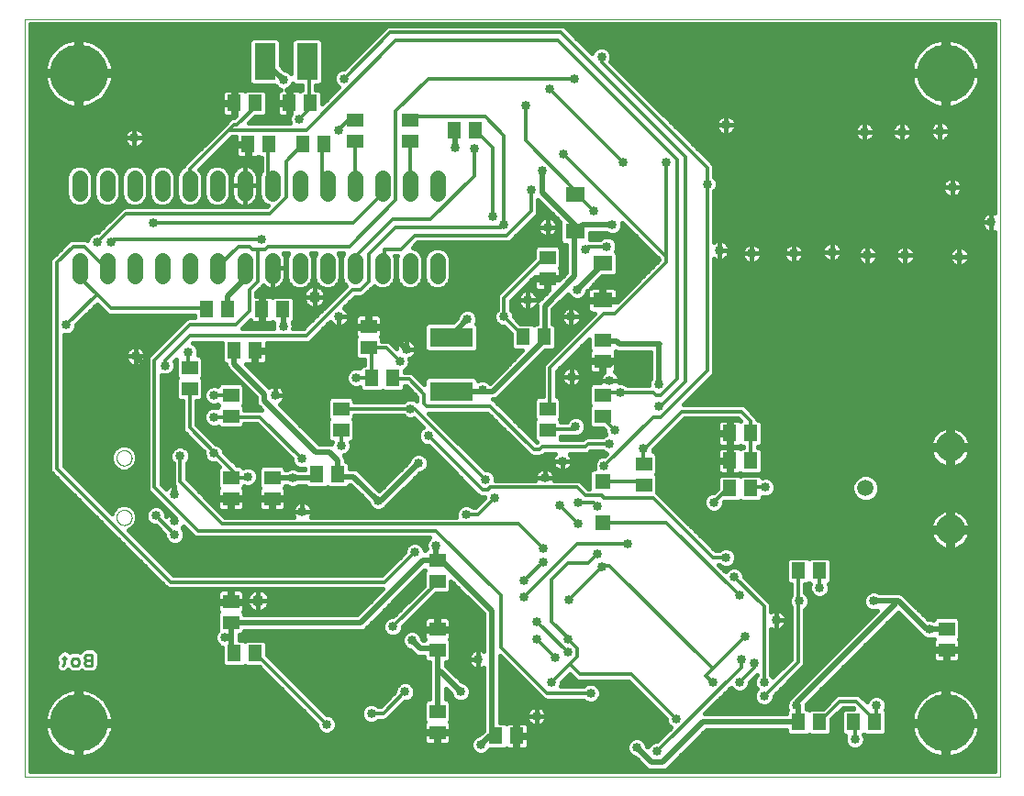
<source format=gbl>
G75*
%MOIN*%
%OFA0B0*%
%FSLAX25Y25*%
%IPPOS*%
%LPD*%
%AMOC8*
5,1,8,0,0,1.08239X$1,22.5*
%
%ADD10C,0.00000*%
%ADD11C,0.01000*%
%ADD12C,0.05562*%
%ADD13R,0.05906X0.05118*%
%ADD14R,0.05118X0.05906*%
%ADD15R,0.15748X0.07087*%
%ADD16R,0.07480X0.13386*%
%ADD17C,0.10630*%
%ADD18C,0.05984*%
%ADD19C,0.21000*%
%ADD20R,0.07087X0.05512*%
%ADD21R,0.05512X0.05512*%
%ADD22C,0.01600*%
%ADD23C,0.03346*%
%ADD24C,0.02000*%
%ADD25C,0.04331*%
%ADD26C,0.01181*%
D10*
X0055902Y0001800D02*
X0055902Y0277391D01*
X0410233Y0277391D01*
X0410233Y0001800D01*
X0055902Y0001800D01*
X0089370Y0096149D02*
X0089372Y0096254D01*
X0089378Y0096359D01*
X0089388Y0096463D01*
X0089402Y0096567D01*
X0089420Y0096671D01*
X0089442Y0096773D01*
X0089467Y0096875D01*
X0089497Y0096976D01*
X0089530Y0097075D01*
X0089567Y0097173D01*
X0089608Y0097270D01*
X0089653Y0097365D01*
X0089701Y0097458D01*
X0089752Y0097550D01*
X0089808Y0097639D01*
X0089866Y0097726D01*
X0089928Y0097811D01*
X0089992Y0097894D01*
X0090060Y0097974D01*
X0090131Y0098051D01*
X0090205Y0098125D01*
X0090282Y0098197D01*
X0090361Y0098266D01*
X0090443Y0098331D01*
X0090527Y0098394D01*
X0090614Y0098453D01*
X0090703Y0098509D01*
X0090794Y0098562D01*
X0090887Y0098611D01*
X0090981Y0098656D01*
X0091077Y0098698D01*
X0091175Y0098736D01*
X0091274Y0098770D01*
X0091375Y0098801D01*
X0091476Y0098827D01*
X0091579Y0098850D01*
X0091682Y0098869D01*
X0091786Y0098884D01*
X0091890Y0098895D01*
X0091995Y0098902D01*
X0092100Y0098905D01*
X0092205Y0098904D01*
X0092310Y0098899D01*
X0092414Y0098890D01*
X0092518Y0098877D01*
X0092622Y0098860D01*
X0092725Y0098839D01*
X0092827Y0098814D01*
X0092928Y0098786D01*
X0093027Y0098753D01*
X0093126Y0098717D01*
X0093223Y0098677D01*
X0093318Y0098634D01*
X0093412Y0098586D01*
X0093504Y0098536D01*
X0093594Y0098482D01*
X0093682Y0098424D01*
X0093767Y0098363D01*
X0093850Y0098299D01*
X0093931Y0098232D01*
X0094009Y0098162D01*
X0094084Y0098088D01*
X0094156Y0098013D01*
X0094226Y0097934D01*
X0094292Y0097853D01*
X0094356Y0097769D01*
X0094416Y0097683D01*
X0094472Y0097595D01*
X0094526Y0097504D01*
X0094576Y0097412D01*
X0094622Y0097318D01*
X0094665Y0097222D01*
X0094704Y0097124D01*
X0094739Y0097026D01*
X0094770Y0096925D01*
X0094798Y0096824D01*
X0094822Y0096722D01*
X0094842Y0096619D01*
X0094858Y0096515D01*
X0094870Y0096411D01*
X0094878Y0096306D01*
X0094882Y0096201D01*
X0094882Y0096097D01*
X0094878Y0095992D01*
X0094870Y0095887D01*
X0094858Y0095783D01*
X0094842Y0095679D01*
X0094822Y0095576D01*
X0094798Y0095474D01*
X0094770Y0095373D01*
X0094739Y0095272D01*
X0094704Y0095174D01*
X0094665Y0095076D01*
X0094622Y0094980D01*
X0094576Y0094886D01*
X0094526Y0094794D01*
X0094472Y0094703D01*
X0094416Y0094615D01*
X0094356Y0094529D01*
X0094292Y0094445D01*
X0094226Y0094364D01*
X0094156Y0094285D01*
X0094084Y0094210D01*
X0094009Y0094136D01*
X0093931Y0094066D01*
X0093850Y0093999D01*
X0093767Y0093935D01*
X0093682Y0093874D01*
X0093594Y0093816D01*
X0093504Y0093762D01*
X0093412Y0093712D01*
X0093318Y0093664D01*
X0093223Y0093621D01*
X0093126Y0093581D01*
X0093027Y0093545D01*
X0092928Y0093512D01*
X0092827Y0093484D01*
X0092725Y0093459D01*
X0092622Y0093438D01*
X0092518Y0093421D01*
X0092414Y0093408D01*
X0092310Y0093399D01*
X0092205Y0093394D01*
X0092100Y0093393D01*
X0091995Y0093396D01*
X0091890Y0093403D01*
X0091786Y0093414D01*
X0091682Y0093429D01*
X0091579Y0093448D01*
X0091476Y0093471D01*
X0091375Y0093497D01*
X0091274Y0093528D01*
X0091175Y0093562D01*
X0091077Y0093600D01*
X0090981Y0093642D01*
X0090887Y0093687D01*
X0090794Y0093736D01*
X0090703Y0093789D01*
X0090614Y0093845D01*
X0090527Y0093904D01*
X0090443Y0093967D01*
X0090361Y0094032D01*
X0090282Y0094101D01*
X0090205Y0094173D01*
X0090131Y0094247D01*
X0090060Y0094324D01*
X0089992Y0094404D01*
X0089928Y0094487D01*
X0089866Y0094572D01*
X0089808Y0094659D01*
X0089752Y0094748D01*
X0089701Y0094840D01*
X0089653Y0094933D01*
X0089608Y0095028D01*
X0089567Y0095125D01*
X0089530Y0095223D01*
X0089497Y0095322D01*
X0089467Y0095423D01*
X0089442Y0095525D01*
X0089420Y0095627D01*
X0089402Y0095731D01*
X0089388Y0095835D01*
X0089378Y0095939D01*
X0089372Y0096044D01*
X0089370Y0096149D01*
X0089370Y0117802D02*
X0089372Y0117907D01*
X0089378Y0118012D01*
X0089388Y0118116D01*
X0089402Y0118220D01*
X0089420Y0118324D01*
X0089442Y0118426D01*
X0089467Y0118528D01*
X0089497Y0118629D01*
X0089530Y0118728D01*
X0089567Y0118826D01*
X0089608Y0118923D01*
X0089653Y0119018D01*
X0089701Y0119111D01*
X0089752Y0119203D01*
X0089808Y0119292D01*
X0089866Y0119379D01*
X0089928Y0119464D01*
X0089992Y0119547D01*
X0090060Y0119627D01*
X0090131Y0119704D01*
X0090205Y0119778D01*
X0090282Y0119850D01*
X0090361Y0119919D01*
X0090443Y0119984D01*
X0090527Y0120047D01*
X0090614Y0120106D01*
X0090703Y0120162D01*
X0090794Y0120215D01*
X0090887Y0120264D01*
X0090981Y0120309D01*
X0091077Y0120351D01*
X0091175Y0120389D01*
X0091274Y0120423D01*
X0091375Y0120454D01*
X0091476Y0120480D01*
X0091579Y0120503D01*
X0091682Y0120522D01*
X0091786Y0120537D01*
X0091890Y0120548D01*
X0091995Y0120555D01*
X0092100Y0120558D01*
X0092205Y0120557D01*
X0092310Y0120552D01*
X0092414Y0120543D01*
X0092518Y0120530D01*
X0092622Y0120513D01*
X0092725Y0120492D01*
X0092827Y0120467D01*
X0092928Y0120439D01*
X0093027Y0120406D01*
X0093126Y0120370D01*
X0093223Y0120330D01*
X0093318Y0120287D01*
X0093412Y0120239D01*
X0093504Y0120189D01*
X0093594Y0120135D01*
X0093682Y0120077D01*
X0093767Y0120016D01*
X0093850Y0119952D01*
X0093931Y0119885D01*
X0094009Y0119815D01*
X0094084Y0119741D01*
X0094156Y0119666D01*
X0094226Y0119587D01*
X0094292Y0119506D01*
X0094356Y0119422D01*
X0094416Y0119336D01*
X0094472Y0119248D01*
X0094526Y0119157D01*
X0094576Y0119065D01*
X0094622Y0118971D01*
X0094665Y0118875D01*
X0094704Y0118777D01*
X0094739Y0118679D01*
X0094770Y0118578D01*
X0094798Y0118477D01*
X0094822Y0118375D01*
X0094842Y0118272D01*
X0094858Y0118168D01*
X0094870Y0118064D01*
X0094878Y0117959D01*
X0094882Y0117854D01*
X0094882Y0117750D01*
X0094878Y0117645D01*
X0094870Y0117540D01*
X0094858Y0117436D01*
X0094842Y0117332D01*
X0094822Y0117229D01*
X0094798Y0117127D01*
X0094770Y0117026D01*
X0094739Y0116925D01*
X0094704Y0116827D01*
X0094665Y0116729D01*
X0094622Y0116633D01*
X0094576Y0116539D01*
X0094526Y0116447D01*
X0094472Y0116356D01*
X0094416Y0116268D01*
X0094356Y0116182D01*
X0094292Y0116098D01*
X0094226Y0116017D01*
X0094156Y0115938D01*
X0094084Y0115863D01*
X0094009Y0115789D01*
X0093931Y0115719D01*
X0093850Y0115652D01*
X0093767Y0115588D01*
X0093682Y0115527D01*
X0093594Y0115469D01*
X0093504Y0115415D01*
X0093412Y0115365D01*
X0093318Y0115317D01*
X0093223Y0115274D01*
X0093126Y0115234D01*
X0093027Y0115198D01*
X0092928Y0115165D01*
X0092827Y0115137D01*
X0092725Y0115112D01*
X0092622Y0115091D01*
X0092518Y0115074D01*
X0092414Y0115061D01*
X0092310Y0115052D01*
X0092205Y0115047D01*
X0092100Y0115046D01*
X0091995Y0115049D01*
X0091890Y0115056D01*
X0091786Y0115067D01*
X0091682Y0115082D01*
X0091579Y0115101D01*
X0091476Y0115124D01*
X0091375Y0115150D01*
X0091274Y0115181D01*
X0091175Y0115215D01*
X0091077Y0115253D01*
X0090981Y0115295D01*
X0090887Y0115340D01*
X0090794Y0115389D01*
X0090703Y0115442D01*
X0090614Y0115498D01*
X0090527Y0115557D01*
X0090443Y0115620D01*
X0090361Y0115685D01*
X0090282Y0115754D01*
X0090205Y0115826D01*
X0090131Y0115900D01*
X0090060Y0115977D01*
X0089992Y0116057D01*
X0089928Y0116140D01*
X0089866Y0116225D01*
X0089808Y0116312D01*
X0089752Y0116401D01*
X0089701Y0116493D01*
X0089653Y0116586D01*
X0089608Y0116681D01*
X0089567Y0116778D01*
X0089530Y0116876D01*
X0089497Y0116975D01*
X0089467Y0117076D01*
X0089442Y0117178D01*
X0089420Y0117280D01*
X0089402Y0117384D01*
X0089388Y0117488D01*
X0089378Y0117592D01*
X0089372Y0117697D01*
X0089370Y0117802D01*
D11*
X0080402Y0046303D02*
X0078401Y0046303D01*
X0077733Y0045636D01*
X0077733Y0044969D01*
X0078401Y0044302D01*
X0080402Y0044302D01*
X0080402Y0046303D02*
X0080402Y0042300D01*
X0078401Y0042300D01*
X0077733Y0042967D01*
X0077733Y0043634D01*
X0078401Y0044302D01*
X0075798Y0044302D02*
X0075798Y0042967D01*
X0075131Y0042300D01*
X0073797Y0042300D01*
X0073129Y0042967D01*
X0073129Y0044302D01*
X0073797Y0044969D01*
X0075131Y0044969D01*
X0075798Y0044302D01*
X0071194Y0044969D02*
X0069860Y0044969D01*
X0070527Y0045636D02*
X0070527Y0042967D01*
X0069860Y0042300D01*
D12*
X0075902Y0184019D02*
X0075902Y0189581D01*
X0085902Y0189581D02*
X0085902Y0184019D01*
X0095902Y0184019D02*
X0095902Y0189581D01*
X0105902Y0189581D02*
X0105902Y0184019D01*
X0115902Y0184019D02*
X0115902Y0189581D01*
X0125902Y0189581D02*
X0125902Y0184019D01*
X0135902Y0184019D02*
X0135902Y0189581D01*
X0145902Y0189581D02*
X0145902Y0184019D01*
X0155902Y0184019D02*
X0155902Y0189581D01*
X0165902Y0189581D02*
X0165902Y0184019D01*
X0175902Y0184019D02*
X0175902Y0189581D01*
X0185902Y0189581D02*
X0185902Y0184019D01*
X0195902Y0184019D02*
X0195902Y0189581D01*
X0205902Y0189581D02*
X0205902Y0184019D01*
X0205902Y0214019D02*
X0205902Y0219581D01*
X0195902Y0219581D02*
X0195902Y0214019D01*
X0185902Y0214019D02*
X0185902Y0219581D01*
X0175902Y0219581D02*
X0175902Y0214019D01*
X0165902Y0214019D02*
X0165902Y0219581D01*
X0155902Y0219581D02*
X0155902Y0214019D01*
X0145902Y0214019D02*
X0145902Y0219581D01*
X0135902Y0219581D02*
X0135902Y0214019D01*
X0125902Y0214019D02*
X0125902Y0219581D01*
X0115902Y0219581D02*
X0115902Y0214019D01*
X0105902Y0214019D02*
X0105902Y0219581D01*
X0095902Y0219581D02*
X0095902Y0214019D01*
X0085902Y0214019D02*
X0085902Y0219581D01*
X0075902Y0219581D02*
X0075902Y0214019D01*
D13*
X0115902Y0150540D03*
X0115902Y0143060D03*
X0130902Y0140540D03*
X0130902Y0133060D03*
X0130902Y0110540D03*
X0130902Y0103060D03*
X0145902Y0103060D03*
X0145902Y0110540D03*
X0170902Y0128060D03*
X0170902Y0135540D03*
X0180902Y0158060D03*
X0180902Y0165540D03*
X0245902Y0183060D03*
X0245902Y0190540D03*
X0265902Y0160540D03*
X0265902Y0153060D03*
X0265902Y0140540D03*
X0265902Y0133060D03*
X0245902Y0135540D03*
X0245902Y0128060D03*
X0280902Y0115540D03*
X0280902Y0108060D03*
X0205902Y0080540D03*
X0205902Y0073060D03*
X0205902Y0055540D03*
X0205902Y0048060D03*
X0205902Y0025540D03*
X0205902Y0018060D03*
X0130902Y0058060D03*
X0130902Y0065540D03*
X0175902Y0233060D03*
X0175902Y0240540D03*
X0195902Y0240540D03*
X0195902Y0233060D03*
X0390902Y0055540D03*
X0390902Y0048060D03*
D14*
X0364642Y0021800D03*
X0357162Y0021800D03*
X0344642Y0021800D03*
X0337162Y0021800D03*
X0337162Y0076800D03*
X0344642Y0076800D03*
X0319642Y0106800D03*
X0312162Y0106800D03*
X0312162Y0116800D03*
X0319642Y0116800D03*
X0319642Y0126800D03*
X0312162Y0126800D03*
X0244642Y0161800D03*
X0237162Y0161800D03*
X0189642Y0146800D03*
X0182162Y0146800D03*
X0149642Y0171800D03*
X0142162Y0171800D03*
X0129642Y0171800D03*
X0122162Y0171800D03*
X0132162Y0156800D03*
X0139642Y0156800D03*
X0162162Y0111800D03*
X0169642Y0111800D03*
X0139642Y0046800D03*
X0132162Y0046800D03*
X0227162Y0016800D03*
X0234642Y0016800D03*
X0164642Y0231800D03*
X0157162Y0231800D03*
X0144642Y0231800D03*
X0137162Y0231800D03*
X0139642Y0246800D03*
X0132162Y0246800D03*
X0152162Y0246800D03*
X0159642Y0246800D03*
X0212162Y0236800D03*
X0219642Y0236800D03*
D15*
X0210902Y0161643D03*
X0210902Y0141957D03*
D16*
X0158579Y0261800D03*
X0143225Y0261800D03*
D17*
X0392223Y0121761D03*
X0392223Y0091839D03*
D18*
X0361515Y0106800D03*
D19*
X0390548Y0021485D03*
X0075587Y0021485D03*
X0075587Y0257706D03*
X0390548Y0257706D03*
D20*
X0265902Y0188493D03*
X0255902Y0200107D03*
X0255902Y0213493D03*
X0265902Y0175107D03*
D21*
X0265902Y0109280D03*
X0265902Y0094320D03*
D22*
X0261165Y0106734D02*
X0260708Y0106734D01*
X0258870Y0108572D01*
X0258146Y0109295D01*
X0257201Y0109687D01*
X0248431Y0109687D01*
X0248533Y0110200D01*
X0248533Y0110560D01*
X0248533Y0110920D01*
X0248392Y0111626D01*
X0248117Y0112291D01*
X0247717Y0112889D01*
X0247208Y0113398D01*
X0246610Y0113798D01*
X0245945Y0114074D01*
X0245239Y0114214D01*
X0244879Y0114214D01*
X0244879Y0110560D01*
X0248533Y0110560D01*
X0244879Y0110560D01*
X0244879Y0110560D01*
X0244879Y0110560D01*
X0244879Y0114214D01*
X0244519Y0114214D01*
X0243813Y0114074D01*
X0243148Y0113798D01*
X0242549Y0113398D01*
X0242040Y0112889D01*
X0241640Y0112291D01*
X0241365Y0111626D01*
X0241224Y0110920D01*
X0241224Y0110560D01*
X0244878Y0110560D01*
X0244878Y0110560D01*
X0241224Y0110560D01*
X0241224Y0110200D01*
X0241326Y0109687D01*
X0226879Y0109687D01*
X0226879Y0110795D01*
X0226323Y0112138D01*
X0225295Y0113166D01*
X0223952Y0113722D01*
X0223208Y0113722D01*
X0202859Y0134071D01*
X0224128Y0134071D01*
X0238761Y0119438D01*
X0239485Y0118714D01*
X0240430Y0118323D01*
X0243422Y0118323D01*
X0244367Y0118714D01*
X0244960Y0119307D01*
X0248748Y0119307D01*
X0248506Y0119066D01*
X0248106Y0118467D01*
X0247831Y0117802D01*
X0247690Y0117096D01*
X0247690Y0116736D01*
X0247690Y0116376D01*
X0247831Y0115670D01*
X0248106Y0115005D01*
X0248506Y0114407D01*
X0249015Y0113898D01*
X0249614Y0113498D01*
X0250279Y0113222D01*
X0250985Y0113082D01*
X0251345Y0113082D01*
X0251704Y0113082D01*
X0252410Y0113222D01*
X0253076Y0113498D01*
X0253674Y0113898D01*
X0254183Y0114407D01*
X0254583Y0115005D01*
X0254858Y0115670D01*
X0254999Y0116376D01*
X0254999Y0116736D01*
X0251345Y0116736D01*
X0254999Y0116736D01*
X0254999Y0117096D01*
X0254858Y0117802D01*
X0254583Y0118467D01*
X0254183Y0119066D01*
X0253941Y0119307D01*
X0260154Y0119307D01*
X0261099Y0119699D01*
X0261692Y0120291D01*
X0265904Y0120291D01*
X0266431Y0119765D01*
X0267308Y0119402D01*
X0266550Y0118643D01*
X0265805Y0118643D01*
X0264462Y0118087D01*
X0263434Y0117059D01*
X0262878Y0115716D01*
X0262878Y0114262D01*
X0262979Y0114017D01*
X0262326Y0114017D01*
X0261165Y0112857D01*
X0261165Y0106734D01*
X0261165Y0107302D02*
X0260140Y0107302D01*
X0261165Y0108900D02*
X0258541Y0108900D01*
X0261165Y0110499D02*
X0248533Y0110499D01*
X0248197Y0112097D02*
X0261165Y0112097D01*
X0262004Y0113696D02*
X0253372Y0113696D01*
X0251345Y0113696D02*
X0251345Y0113696D01*
X0251345Y0113082D02*
X0251345Y0116736D01*
X0251345Y0116736D01*
X0251345Y0116736D01*
X0251345Y0113082D01*
X0249317Y0113696D02*
X0246763Y0113696D01*
X0244879Y0113696D02*
X0244879Y0113696D01*
X0244879Y0112097D02*
X0244879Y0112097D01*
X0242994Y0113696D02*
X0224015Y0113696D01*
X0226340Y0112097D02*
X0241560Y0112097D01*
X0241224Y0110499D02*
X0226879Y0110499D01*
X0219031Y0105703D02*
X0193057Y0105703D01*
X0191458Y0104105D02*
X0220630Y0104105D01*
X0220784Y0103951D02*
X0221729Y0103559D01*
X0223016Y0103559D01*
X0223016Y0103160D01*
X0219699Y0099844D01*
X0218932Y0099844D01*
X0218405Y0100370D01*
X0217062Y0100927D01*
X0215608Y0100927D01*
X0214265Y0100370D01*
X0213237Y0099342D01*
X0212681Y0097999D01*
X0212681Y0096546D01*
X0212742Y0096399D01*
X0159942Y0096399D01*
X0160026Y0096526D01*
X0160302Y0097191D01*
X0160442Y0097897D01*
X0160442Y0098257D01*
X0160442Y0098617D01*
X0160302Y0099323D01*
X0160026Y0099988D01*
X0159627Y0100586D01*
X0159118Y0101095D01*
X0158519Y0101495D01*
X0157854Y0101771D01*
X0157148Y0101911D01*
X0156788Y0101911D01*
X0156428Y0101911D01*
X0155722Y0101771D01*
X0155057Y0101495D01*
X0154459Y0101095D01*
X0153950Y0100586D01*
X0153550Y0099988D01*
X0153274Y0099323D01*
X0153134Y0098617D01*
X0153134Y0098257D01*
X0156788Y0098257D01*
X0156788Y0101911D01*
X0156788Y0098257D01*
X0156788Y0098257D01*
X0156788Y0098257D01*
X0160442Y0098257D01*
X0156788Y0098257D01*
X0156788Y0098257D01*
X0153134Y0098257D01*
X0153134Y0097897D01*
X0153274Y0097191D01*
X0153550Y0096526D01*
X0153634Y0096399D01*
X0128818Y0096399D01*
X0115068Y0110149D01*
X0115068Y0115837D01*
X0115595Y0116364D01*
X0116151Y0117707D01*
X0116151Y0119161D01*
X0115595Y0120504D01*
X0114567Y0121532D01*
X0113224Y0122088D01*
X0111770Y0122088D01*
X0110427Y0121532D01*
X0109399Y0120504D01*
X0108842Y0119161D01*
X0108842Y0117707D01*
X0109399Y0116364D01*
X0109925Y0115837D01*
X0109925Y0108572D01*
X0110044Y0108284D01*
X0109462Y0108168D01*
X0108797Y0107893D01*
X0108199Y0107493D01*
X0107690Y0106984D01*
X0107379Y0106519D01*
X0105718Y0108180D01*
X0105718Y0148016D01*
X0106356Y0147752D01*
X0107810Y0147752D01*
X0109153Y0148308D01*
X0110181Y0149336D01*
X0110738Y0150679D01*
X0110738Y0152133D01*
X0110369Y0153023D01*
X0110968Y0153623D01*
X0110968Y0147160D01*
X0111329Y0146800D01*
X0110968Y0146439D01*
X0110968Y0139680D01*
X0112129Y0138520D01*
X0113370Y0138520D01*
X0113370Y0128257D01*
X0113761Y0127312D01*
X0121146Y0119928D01*
X0121146Y0118691D01*
X0121702Y0117348D01*
X0122730Y0116320D01*
X0124073Y0115764D01*
X0125309Y0115764D01*
X0126561Y0114512D01*
X0125968Y0113920D01*
X0125968Y0107160D01*
X0126338Y0106791D01*
X0126103Y0106384D01*
X0125968Y0105880D01*
X0125968Y0103539D01*
X0130423Y0103539D01*
X0130423Y0102580D01*
X0131382Y0102580D01*
X0131382Y0103539D01*
X0135836Y0103539D01*
X0135836Y0105880D01*
X0135701Y0106384D01*
X0135466Y0106791D01*
X0135836Y0107160D01*
X0135836Y0107621D01*
X0136376Y0107398D01*
X0137830Y0107398D01*
X0139173Y0107954D01*
X0140201Y0108982D01*
X0140757Y0110325D01*
X0140757Y0111779D01*
X0140201Y0113122D01*
X0139173Y0114150D01*
X0137830Y0114706D01*
X0136376Y0114706D01*
X0135438Y0114318D01*
X0134676Y0115080D01*
X0133267Y0115080D01*
X0128454Y0119893D01*
X0128454Y0120145D01*
X0127898Y0121488D01*
X0126870Y0122516D01*
X0125527Y0123072D01*
X0125275Y0123072D01*
X0118513Y0129834D01*
X0118513Y0138520D01*
X0119676Y0138520D01*
X0120836Y0139680D01*
X0120836Y0146439D01*
X0120476Y0146800D01*
X0120836Y0147160D01*
X0120836Y0153920D01*
X0119676Y0155080D01*
X0118888Y0155080D01*
X0119104Y0155601D01*
X0119104Y0157054D01*
X0118547Y0158398D01*
X0117519Y0159426D01*
X0116990Y0159645D01*
X0117007Y0159661D01*
X0127622Y0159661D01*
X0127622Y0153027D01*
X0128782Y0151866D01*
X0129201Y0151866D01*
X0129201Y0151305D01*
X0129654Y0150210D01*
X0140027Y0139837D01*
X0140027Y0138018D01*
X0140481Y0136922D01*
X0142185Y0135219D01*
X0142044Y0135277D01*
X0135836Y0135277D01*
X0135836Y0136439D01*
X0135476Y0136800D01*
X0135836Y0137160D01*
X0135836Y0143920D01*
X0134676Y0145080D01*
X0127129Y0145080D01*
X0126061Y0144013D01*
X0125527Y0144234D01*
X0124073Y0144234D01*
X0122730Y0143678D01*
X0121702Y0142650D01*
X0121146Y0141306D01*
X0121146Y0139853D01*
X0121702Y0138510D01*
X0122730Y0137482D01*
X0124073Y0136925D01*
X0125527Y0136925D01*
X0126005Y0137123D01*
X0126329Y0136800D01*
X0125968Y0136439D01*
X0125968Y0136177D01*
X0125527Y0136360D01*
X0124073Y0136360D01*
X0122730Y0135803D01*
X0121702Y0134776D01*
X0121146Y0133432D01*
X0121146Y0131979D01*
X0121702Y0130635D01*
X0122730Y0129608D01*
X0124073Y0129051D01*
X0125527Y0129051D01*
X0126284Y0129365D01*
X0127129Y0128520D01*
X0134676Y0128520D01*
X0135836Y0129680D01*
X0135836Y0130134D01*
X0140467Y0130134D01*
X0153134Y0117467D01*
X0153134Y0116723D01*
X0153690Y0115380D01*
X0154718Y0114352D01*
X0156061Y0113795D01*
X0157515Y0113795D01*
X0157622Y0113840D01*
X0157622Y0113541D01*
X0155530Y0113541D01*
X0155413Y0113658D01*
X0154070Y0114214D01*
X0152616Y0114214D01*
X0151273Y0113658D01*
X0151156Y0113541D01*
X0150836Y0113541D01*
X0150836Y0113920D01*
X0149676Y0115080D01*
X0142129Y0115080D01*
X0140968Y0113920D01*
X0140968Y0107160D01*
X0141338Y0106791D01*
X0141103Y0106384D01*
X0140968Y0105880D01*
X0140968Y0103539D01*
X0145423Y0103539D01*
X0145423Y0102580D01*
X0146382Y0102580D01*
X0146382Y0098520D01*
X0149116Y0098520D01*
X0149620Y0098655D01*
X0150071Y0098916D01*
X0150440Y0099284D01*
X0150701Y0099736D01*
X0150836Y0100240D01*
X0150836Y0102580D01*
X0146382Y0102580D01*
X0146382Y0103539D01*
X0150836Y0103539D01*
X0150836Y0105880D01*
X0150701Y0106384D01*
X0150466Y0106791D01*
X0150836Y0107160D01*
X0150836Y0107579D01*
X0151156Y0107579D01*
X0151273Y0107462D01*
X0152616Y0106906D01*
X0154070Y0106906D01*
X0155413Y0107462D01*
X0155530Y0107579D01*
X0158070Y0107579D01*
X0158782Y0106866D01*
X0165542Y0106866D01*
X0165902Y0107227D01*
X0166263Y0106866D01*
X0173022Y0106866D01*
X0174183Y0108027D01*
X0174183Y0108071D01*
X0174254Y0108071D01*
X0180693Y0101632D01*
X0180693Y0101467D01*
X0181249Y0100124D01*
X0182277Y0099096D01*
X0183620Y0098539D01*
X0185074Y0098539D01*
X0186417Y0099096D01*
X0186965Y0099644D01*
X0187020Y0099666D01*
X0187859Y0100505D01*
X0199672Y0112319D01*
X0199838Y0112319D01*
X0201181Y0112875D01*
X0202209Y0113903D01*
X0202765Y0115246D01*
X0202765Y0116700D01*
X0202209Y0118043D01*
X0201181Y0119071D01*
X0199838Y0119628D01*
X0198384Y0119628D01*
X0197041Y0119071D01*
X0196013Y0118043D01*
X0195457Y0116700D01*
X0195457Y0116535D01*
X0184839Y0105917D01*
X0178016Y0112741D01*
X0177177Y0113579D01*
X0176082Y0114033D01*
X0174183Y0114033D01*
X0174183Y0115573D01*
X0173022Y0116734D01*
X0172564Y0116734D01*
X0172564Y0117550D01*
X0172111Y0118646D01*
X0171966Y0118791D01*
X0173130Y0119273D01*
X0174158Y0120301D01*
X0174714Y0121644D01*
X0174714Y0123098D01*
X0174539Y0123520D01*
X0174676Y0123520D01*
X0175836Y0124680D01*
X0175836Y0131439D01*
X0175476Y0131800D01*
X0175836Y0132160D01*
X0175836Y0133087D01*
X0193562Y0133087D01*
X0194088Y0132560D01*
X0195431Y0132004D01*
X0196885Y0132004D01*
X0197427Y0132229D01*
X0200667Y0128989D01*
X0200486Y0128914D01*
X0199458Y0127886D01*
X0198901Y0126543D01*
X0198901Y0125089D01*
X0199458Y0123746D01*
X0200486Y0122718D01*
X0201829Y0122161D01*
X0202573Y0122161D01*
X0220784Y0103951D01*
X0222361Y0102506D02*
X0189860Y0102506D01*
X0188261Y0100908D02*
X0215562Y0100908D01*
X0217108Y0100908D02*
X0220763Y0100908D01*
X0217433Y0107302D02*
X0194655Y0107302D01*
X0196254Y0108900D02*
X0215834Y0108900D01*
X0214236Y0110499D02*
X0197852Y0110499D01*
X0199451Y0112097D02*
X0212637Y0112097D01*
X0211039Y0113696D02*
X0202001Y0113696D01*
X0202765Y0115294D02*
X0209440Y0115294D01*
X0207842Y0116893D02*
X0202685Y0116893D01*
X0201761Y0118491D02*
X0206243Y0118491D01*
X0204645Y0120090D02*
X0173947Y0120090D01*
X0174714Y0121688D02*
X0203046Y0121688D01*
X0199917Y0123287D02*
X0174636Y0123287D01*
X0175836Y0124885D02*
X0198986Y0124885D01*
X0198901Y0126484D02*
X0175836Y0126484D01*
X0175836Y0128082D02*
X0199654Y0128082D01*
X0199975Y0129681D02*
X0175836Y0129681D01*
X0175836Y0131279D02*
X0198377Y0131279D01*
X0193770Y0132878D02*
X0175836Y0132878D01*
X0175836Y0138230D02*
X0175836Y0138920D01*
X0174676Y0140080D01*
X0167129Y0140080D01*
X0165968Y0138920D01*
X0165968Y0132160D01*
X0166329Y0131800D01*
X0165968Y0131439D01*
X0165968Y0124680D01*
X0167129Y0123520D01*
X0167580Y0123520D01*
X0167405Y0123098D01*
X0167405Y0122816D01*
X0167224Y0122891D01*
X0162944Y0122891D01*
X0148548Y0137288D01*
X0148677Y0137341D01*
X0149275Y0137741D01*
X0149784Y0138250D01*
X0150184Y0138849D01*
X0150459Y0139514D01*
X0150600Y0140220D01*
X0150600Y0140579D01*
X0146946Y0140579D01*
X0146946Y0140580D01*
X0146945Y0140580D01*
X0146945Y0144234D01*
X0146586Y0144234D01*
X0145880Y0144093D01*
X0145215Y0143818D01*
X0144773Y0143523D01*
X0144697Y0143599D01*
X0136263Y0152034D01*
X0136319Y0152001D01*
X0136823Y0151866D01*
X0139163Y0151866D01*
X0139163Y0156320D01*
X0140122Y0156320D01*
X0140122Y0151866D01*
X0142462Y0151866D01*
X0142966Y0152001D01*
X0143418Y0152262D01*
X0143787Y0152631D01*
X0144048Y0153083D01*
X0144183Y0153586D01*
X0144183Y0156320D01*
X0140122Y0156320D01*
X0140122Y0157280D01*
X0144183Y0157280D01*
X0144183Y0159661D01*
X0158776Y0159661D01*
X0159721Y0160053D01*
X0166926Y0167258D01*
X0167237Y0166793D01*
X0167746Y0166284D01*
X0168344Y0165884D01*
X0169010Y0165609D01*
X0169716Y0165469D01*
X0170075Y0165469D01*
X0170075Y0169123D01*
X0170076Y0169123D01*
X0173730Y0169123D01*
X0173730Y0169483D01*
X0173589Y0170189D01*
X0173314Y0170854D01*
X0172914Y0171452D01*
X0172405Y0171961D01*
X0171940Y0172272D01*
X0176062Y0176394D01*
X0178461Y0176394D01*
X0179406Y0176785D01*
X0182359Y0179738D01*
X0182904Y0180283D01*
X0183205Y0179982D01*
X0184955Y0179257D01*
X0186849Y0179257D01*
X0188600Y0179982D01*
X0189939Y0181321D01*
X0190664Y0183072D01*
X0190664Y0190528D01*
X0190404Y0191157D01*
X0191401Y0191157D01*
X0191140Y0190528D01*
X0191140Y0183072D01*
X0191865Y0181321D01*
X0193205Y0179982D01*
X0194955Y0179257D01*
X0196849Y0179257D01*
X0198600Y0179982D01*
X0199939Y0181321D01*
X0200664Y0183072D01*
X0200664Y0190528D01*
X0199939Y0192279D01*
X0198600Y0193618D01*
X0196931Y0194310D01*
X0198700Y0196079D01*
X0231611Y0196079D01*
X0232556Y0196470D01*
X0241414Y0205329D01*
X0242137Y0206052D01*
X0242529Y0206997D01*
X0242529Y0211548D01*
X0250386Y0203691D01*
X0250378Y0203684D01*
X0250378Y0196531D01*
X0251538Y0195370D01*
X0252724Y0195370D01*
X0252724Y0185121D01*
X0250183Y0182580D01*
X0246382Y0182580D01*
X0246382Y0183539D01*
X0250836Y0183539D01*
X0250836Y0185880D01*
X0250701Y0186384D01*
X0250466Y0186791D01*
X0250836Y0187160D01*
X0250836Y0193920D01*
X0249676Y0195080D01*
X0242129Y0195080D01*
X0240968Y0193920D01*
X0240968Y0190503D01*
X0228658Y0178193D01*
X0227935Y0177469D01*
X0227543Y0176524D01*
X0227543Y0171719D01*
X0227017Y0171193D01*
X0226460Y0169850D01*
X0226460Y0168396D01*
X0227017Y0167053D01*
X0228045Y0166025D01*
X0229388Y0165469D01*
X0230132Y0165469D01*
X0232622Y0162979D01*
X0232622Y0158027D01*
X0233782Y0156866D01*
X0236772Y0156866D01*
X0224943Y0145037D01*
X0224920Y0145037D01*
X0224311Y0145646D01*
X0222968Y0146202D01*
X0221514Y0146202D01*
X0220757Y0145889D01*
X0220757Y0146321D01*
X0219597Y0147482D01*
X0202208Y0147482D01*
X0201047Y0146321D01*
X0201047Y0144741D01*
X0197123Y0148665D01*
X0196178Y0149057D01*
X0194183Y0149057D01*
X0194183Y0149740D01*
X0194291Y0149785D01*
X0195319Y0150813D01*
X0195875Y0152156D01*
X0195875Y0153610D01*
X0195790Y0153816D01*
X0196413Y0154073D01*
X0197011Y0154473D01*
X0197520Y0154982D01*
X0197920Y0155581D01*
X0198196Y0156246D01*
X0198336Y0156952D01*
X0198336Y0157312D01*
X0198336Y0157672D01*
X0198196Y0158378D01*
X0197920Y0159043D01*
X0197520Y0159641D01*
X0197011Y0160150D01*
X0196413Y0160550D01*
X0195748Y0160826D01*
X0195042Y0160966D01*
X0194682Y0160966D01*
X0194682Y0157312D01*
X0198336Y0157312D01*
X0194682Y0157312D01*
X0194682Y0157312D01*
X0194682Y0157312D01*
X0194682Y0160966D01*
X0194322Y0160966D01*
X0193616Y0160826D01*
X0192951Y0160550D01*
X0192352Y0160150D01*
X0191843Y0159641D01*
X0191443Y0159043D01*
X0191168Y0158378D01*
X0191034Y0157706D01*
X0189480Y0159261D01*
X0188757Y0159984D01*
X0187811Y0160376D01*
X0185836Y0160376D01*
X0185836Y0161439D01*
X0185466Y0161809D01*
X0185701Y0162216D01*
X0185836Y0162720D01*
X0185836Y0165061D01*
X0181382Y0165061D01*
X0181382Y0166020D01*
X0180423Y0166020D01*
X0180423Y0170080D01*
X0177689Y0170080D01*
X0177185Y0169945D01*
X0176733Y0169684D01*
X0176364Y0169316D01*
X0176103Y0168864D01*
X0175968Y0168360D01*
X0175968Y0166020D01*
X0180423Y0166020D01*
X0180423Y0165061D01*
X0175968Y0165061D01*
X0175968Y0162720D01*
X0176103Y0162216D01*
X0176338Y0161809D01*
X0175968Y0161439D01*
X0175968Y0154680D01*
X0177129Y0153520D01*
X0179315Y0153520D01*
X0179315Y0151734D01*
X0178782Y0151734D01*
X0177622Y0150573D01*
X0177622Y0150457D01*
X0177200Y0150631D01*
X0175746Y0150631D01*
X0174403Y0150075D01*
X0173375Y0149047D01*
X0172819Y0147704D01*
X0172819Y0146250D01*
X0173375Y0144907D01*
X0174403Y0143879D01*
X0175746Y0143323D01*
X0177200Y0143323D01*
X0177622Y0143498D01*
X0177622Y0143027D01*
X0178782Y0141866D01*
X0185542Y0141866D01*
X0185902Y0142227D01*
X0186263Y0141866D01*
X0193022Y0141866D01*
X0194183Y0143027D01*
X0194183Y0143913D01*
X0194601Y0143913D01*
X0198508Y0140006D01*
X0198508Y0138477D01*
X0198228Y0138756D01*
X0196885Y0139313D01*
X0195431Y0139313D01*
X0194088Y0138756D01*
X0193562Y0138230D01*
X0175836Y0138230D01*
X0175484Y0139272D02*
X0195333Y0139272D01*
X0196983Y0139272D02*
X0198508Y0139272D01*
X0197644Y0140870D02*
X0150600Y0140870D01*
X0150600Y0140939D02*
X0150459Y0141645D01*
X0150184Y0142310D01*
X0149784Y0142909D01*
X0149275Y0143418D01*
X0148677Y0143818D01*
X0148011Y0144093D01*
X0147305Y0144234D01*
X0146946Y0144234D01*
X0146946Y0140580D01*
X0150600Y0140580D01*
X0150600Y0140939D01*
X0150078Y0142469D02*
X0178180Y0142469D01*
X0174215Y0144068D02*
X0148074Y0144068D01*
X0146946Y0144068D02*
X0146945Y0144068D01*
X0145817Y0144068D02*
X0144229Y0144068D01*
X0142630Y0145666D02*
X0173061Y0145666D01*
X0172819Y0147265D02*
X0141032Y0147265D01*
X0139433Y0148863D02*
X0173299Y0148863D01*
X0175336Y0150462D02*
X0137835Y0150462D01*
X0139163Y0152060D02*
X0140122Y0152060D01*
X0140122Y0153659D02*
X0139163Y0153659D01*
X0139163Y0155257D02*
X0140122Y0155257D01*
X0140122Y0156856D02*
X0175968Y0156856D01*
X0175968Y0158454D02*
X0144183Y0158454D01*
X0144183Y0155257D02*
X0175968Y0155257D01*
X0176990Y0153659D02*
X0144183Y0153659D01*
X0143068Y0152060D02*
X0179315Y0152060D01*
X0177622Y0150462D02*
X0177610Y0150462D01*
X0175968Y0160053D02*
X0159720Y0160053D01*
X0161319Y0161651D02*
X0176180Y0161651D01*
X0175968Y0163250D02*
X0162918Y0163250D01*
X0164516Y0164848D02*
X0175968Y0164848D01*
X0175968Y0166447D02*
X0172567Y0166447D01*
X0172405Y0166284D02*
X0172914Y0166793D01*
X0173314Y0167392D01*
X0173589Y0168057D01*
X0173730Y0168763D01*
X0173730Y0169123D01*
X0170076Y0169123D01*
X0170076Y0169123D01*
X0170076Y0165469D01*
X0170435Y0165469D01*
X0171141Y0165609D01*
X0171806Y0165884D01*
X0172405Y0166284D01*
X0173584Y0168045D02*
X0175968Y0168045D01*
X0176692Y0169644D02*
X0173698Y0169644D01*
X0173054Y0171242D02*
X0214771Y0171242D01*
X0214757Y0171237D02*
X0213729Y0170209D01*
X0213173Y0168865D01*
X0213173Y0168700D01*
X0211640Y0167167D01*
X0202208Y0167167D01*
X0201047Y0166006D01*
X0201047Y0157279D01*
X0202208Y0156118D01*
X0219597Y0156118D01*
X0220757Y0157279D01*
X0220757Y0166006D01*
X0220151Y0166613D01*
X0220482Y0167412D01*
X0220482Y0168865D01*
X0219925Y0170209D01*
X0218897Y0171237D01*
X0217554Y0171793D01*
X0216101Y0171793D01*
X0214757Y0171237D01*
X0213495Y0169644D02*
X0185112Y0169644D01*
X0185071Y0169684D02*
X0184620Y0169945D01*
X0184116Y0170080D01*
X0181382Y0170080D01*
X0181382Y0166020D01*
X0185836Y0166020D01*
X0185836Y0168360D01*
X0185701Y0168864D01*
X0185440Y0169316D01*
X0185071Y0169684D01*
X0185836Y0168045D02*
X0212518Y0168045D01*
X0218884Y0171242D02*
X0227066Y0171242D01*
X0227543Y0172841D02*
X0172509Y0172841D01*
X0174107Y0174439D02*
X0227543Y0174439D01*
X0227543Y0176038D02*
X0175706Y0176038D01*
X0180257Y0177636D02*
X0228102Y0177636D01*
X0229700Y0179235D02*
X0181856Y0179235D01*
X0172790Y0180396D02*
X0157199Y0164805D01*
X0153492Y0164805D01*
X0153553Y0164951D01*
X0153553Y0166405D01*
X0153262Y0167106D01*
X0154183Y0168027D01*
X0154183Y0175573D01*
X0153022Y0176734D01*
X0146263Y0176734D01*
X0145893Y0176364D01*
X0145486Y0176599D01*
X0144982Y0176734D01*
X0142642Y0176734D01*
X0142642Y0172280D01*
X0141683Y0172280D01*
X0141683Y0176734D01*
X0140167Y0176734D01*
X0140167Y0177900D01*
X0142005Y0179738D01*
X0142726Y0180460D01*
X0142800Y0180386D01*
X0143406Y0179946D01*
X0144074Y0179606D01*
X0144787Y0179374D01*
X0145527Y0179257D01*
X0145902Y0179257D01*
X0145902Y0186800D01*
X0145902Y0186800D01*
X0145902Y0179257D01*
X0146277Y0179257D01*
X0147017Y0179374D01*
X0147730Y0179606D01*
X0148398Y0179946D01*
X0149005Y0180386D01*
X0149535Y0180917D01*
X0149975Y0181523D01*
X0150316Y0182191D01*
X0150547Y0182904D01*
X0150664Y0183644D01*
X0150664Y0186800D01*
X0150664Y0189956D01*
X0150547Y0190696D01*
X0150316Y0191409D01*
X0149975Y0192077D01*
X0149928Y0192142D01*
X0151808Y0192142D01*
X0151140Y0190528D01*
X0151140Y0183072D01*
X0151865Y0181321D01*
X0153205Y0179982D01*
X0154955Y0179257D01*
X0156849Y0179257D01*
X0158600Y0179982D01*
X0159939Y0181321D01*
X0160664Y0183072D01*
X0160664Y0190528D01*
X0159996Y0192142D01*
X0161808Y0192142D01*
X0161140Y0190528D01*
X0161140Y0183072D01*
X0161865Y0181321D01*
X0163116Y0180070D01*
X0162848Y0180207D01*
X0162227Y0180409D01*
X0161583Y0180511D01*
X0161256Y0180511D01*
X0160930Y0180511D01*
X0160285Y0180409D01*
X0159665Y0180207D01*
X0159083Y0179911D01*
X0158555Y0179527D01*
X0158094Y0179065D01*
X0157710Y0178537D01*
X0157414Y0177956D01*
X0157212Y0177335D01*
X0157110Y0176691D01*
X0157110Y0176364D01*
X0157110Y0176038D01*
X0157212Y0175393D01*
X0157414Y0174773D01*
X0157710Y0174191D01*
X0158094Y0173663D01*
X0158555Y0173201D01*
X0159083Y0172818D01*
X0159665Y0172522D01*
X0160285Y0172320D01*
X0160930Y0172218D01*
X0161256Y0172218D01*
X0161256Y0176364D01*
X0157110Y0176364D01*
X0161256Y0176364D01*
X0161256Y0176364D01*
X0161256Y0176364D01*
X0161256Y0172218D01*
X0161583Y0172218D01*
X0162227Y0172320D01*
X0162848Y0172522D01*
X0163430Y0172818D01*
X0163958Y0173201D01*
X0164419Y0173663D01*
X0164803Y0174191D01*
X0165099Y0174773D01*
X0165301Y0175393D01*
X0165403Y0176038D01*
X0165403Y0176364D01*
X0161257Y0176364D01*
X0161257Y0176364D01*
X0165403Y0176364D01*
X0165403Y0176691D01*
X0165301Y0177335D01*
X0165099Y0177956D01*
X0164803Y0178537D01*
X0164419Y0179065D01*
X0163958Y0179527D01*
X0163500Y0179859D01*
X0164955Y0179257D01*
X0166849Y0179257D01*
X0168600Y0179982D01*
X0169939Y0181321D01*
X0170664Y0183072D01*
X0170664Y0190528D01*
X0169996Y0192142D01*
X0171808Y0192142D01*
X0171140Y0190528D01*
X0171140Y0183072D01*
X0171865Y0181321D01*
X0172790Y0180396D01*
X0172353Y0180833D02*
X0169451Y0180833D01*
X0170399Y0182432D02*
X0171405Y0182432D01*
X0171140Y0184030D02*
X0170664Y0184030D01*
X0170664Y0185629D02*
X0171140Y0185629D01*
X0171140Y0187227D02*
X0170664Y0187227D01*
X0170664Y0188826D02*
X0171140Y0188826D01*
X0171140Y0190424D02*
X0170664Y0190424D01*
X0170045Y0192023D02*
X0171759Y0192023D01*
X0161759Y0192023D02*
X0160045Y0192023D01*
X0160664Y0190424D02*
X0161140Y0190424D01*
X0161140Y0188826D02*
X0160664Y0188826D01*
X0160664Y0187227D02*
X0161140Y0187227D01*
X0161140Y0185629D02*
X0160664Y0185629D01*
X0160664Y0184030D02*
X0161140Y0184030D01*
X0161405Y0182432D02*
X0160399Y0182432D01*
X0159451Y0180833D02*
X0162353Y0180833D01*
X0161256Y0180511D02*
X0161256Y0176364D01*
X0161256Y0180511D01*
X0161256Y0179235D02*
X0161256Y0179235D01*
X0161256Y0177636D02*
X0161256Y0177636D01*
X0161256Y0176364D02*
X0161256Y0176364D01*
X0161256Y0176038D02*
X0161256Y0176038D01*
X0161256Y0174439D02*
X0161256Y0174439D01*
X0161256Y0172841D02*
X0161256Y0172841D01*
X0159052Y0172841D02*
X0154183Y0172841D01*
X0154183Y0174439D02*
X0157584Y0174439D01*
X0157110Y0176038D02*
X0153718Y0176038D01*
X0157310Y0177636D02*
X0140167Y0177636D01*
X0141501Y0179235D02*
X0158263Y0179235D01*
X0152353Y0180833D02*
X0149451Y0180833D01*
X0150394Y0182432D02*
X0151405Y0182432D01*
X0151140Y0184030D02*
X0150664Y0184030D01*
X0150664Y0185629D02*
X0151140Y0185629D01*
X0150664Y0186800D02*
X0145902Y0186800D01*
X0150664Y0186800D01*
X0150664Y0187227D02*
X0151140Y0187227D01*
X0151140Y0188826D02*
X0150664Y0188826D01*
X0150590Y0190424D02*
X0151140Y0190424D01*
X0151759Y0192023D02*
X0150003Y0192023D01*
X0145902Y0186800D02*
X0145902Y0186800D01*
X0145902Y0185629D02*
X0145902Y0185629D01*
X0145902Y0184030D02*
X0145902Y0184030D01*
X0145902Y0182432D02*
X0145902Y0182432D01*
X0145902Y0180833D02*
X0145902Y0180833D01*
X0142642Y0176038D02*
X0141683Y0176038D01*
X0141683Y0174439D02*
X0142642Y0174439D01*
X0142642Y0172841D02*
X0141683Y0172841D01*
X0141683Y0171320D02*
X0142642Y0171320D01*
X0142642Y0166866D01*
X0144982Y0166866D01*
X0145486Y0167001D01*
X0145893Y0167236D01*
X0146263Y0166866D01*
X0146435Y0166866D01*
X0146244Y0166405D01*
X0146244Y0164951D01*
X0146305Y0164805D01*
X0134945Y0164805D01*
X0137928Y0167787D01*
X0138018Y0167631D01*
X0138387Y0167262D01*
X0138838Y0167001D01*
X0139342Y0166866D01*
X0141683Y0166866D01*
X0141683Y0171320D01*
X0141683Y0171242D02*
X0142642Y0171242D01*
X0142642Y0169644D02*
X0141683Y0169644D01*
X0141683Y0168045D02*
X0142642Y0168045D01*
X0146261Y0166447D02*
X0136587Y0166447D01*
X0134989Y0164848D02*
X0146287Y0164848D01*
X0153510Y0164848D02*
X0157243Y0164848D01*
X0158841Y0166447D02*
X0153535Y0166447D01*
X0154183Y0168045D02*
X0160440Y0168045D01*
X0162038Y0169644D02*
X0154183Y0169644D01*
X0154183Y0171242D02*
X0163637Y0171242D01*
X0163461Y0172841D02*
X0165235Y0172841D01*
X0164929Y0174439D02*
X0166834Y0174439D01*
X0165403Y0176038D02*
X0168432Y0176038D01*
X0170031Y0177636D02*
X0165203Y0177636D01*
X0164250Y0179235D02*
X0171629Y0179235D01*
X0170075Y0168045D02*
X0170076Y0168045D01*
X0170075Y0166447D02*
X0170076Y0166447D01*
X0167584Y0166447D02*
X0166115Y0166447D01*
X0180423Y0166447D02*
X0181382Y0166447D01*
X0181382Y0168045D02*
X0180423Y0168045D01*
X0180423Y0169644D02*
X0181382Y0169644D01*
X0185836Y0166447D02*
X0201487Y0166447D01*
X0201047Y0164848D02*
X0185836Y0164848D01*
X0185836Y0163250D02*
X0201047Y0163250D01*
X0201047Y0161651D02*
X0185624Y0161651D01*
X0188591Y0160053D02*
X0192255Y0160053D01*
X0191199Y0158454D02*
X0190287Y0158454D01*
X0194682Y0158454D02*
X0194682Y0158454D01*
X0194682Y0160053D02*
X0194682Y0160053D01*
X0197109Y0160053D02*
X0201047Y0160053D01*
X0201047Y0158454D02*
X0198164Y0158454D01*
X0198317Y0156856D02*
X0201470Y0156856D01*
X0197704Y0155257D02*
X0235163Y0155257D01*
X0233565Y0153659D02*
X0195855Y0153659D01*
X0195836Y0152060D02*
X0231966Y0152060D01*
X0230368Y0150462D02*
X0194968Y0150462D01*
X0196645Y0148863D02*
X0228769Y0148863D01*
X0227171Y0147265D02*
X0219814Y0147265D01*
X0224263Y0145666D02*
X0225572Y0145666D01*
X0230807Y0142469D02*
X0244275Y0142469D01*
X0244275Y0144068D02*
X0232405Y0144068D01*
X0234004Y0145666D02*
X0244275Y0145666D01*
X0244275Y0147265D02*
X0235602Y0147265D01*
X0237201Y0148863D02*
X0244275Y0148863D01*
X0244275Y0150462D02*
X0238799Y0150462D01*
X0240398Y0152060D02*
X0244848Y0152060D01*
X0244667Y0151879D02*
X0244275Y0150934D01*
X0244275Y0140080D01*
X0242129Y0140080D01*
X0240968Y0138920D01*
X0240968Y0132160D01*
X0241329Y0131800D01*
X0240968Y0131439D01*
X0240968Y0124680D01*
X0242014Y0123635D01*
X0241926Y0123547D01*
X0226650Y0138823D01*
X0226042Y0139075D01*
X0226771Y0139075D01*
X0227866Y0139529D01*
X0245204Y0156866D01*
X0248022Y0156866D01*
X0249183Y0158027D01*
X0249183Y0165573D01*
X0248022Y0166734D01*
X0247860Y0166734D01*
X0247860Y0171825D01*
X0253398Y0177363D01*
X0253592Y0176895D01*
X0254620Y0175867D01*
X0255963Y0175311D01*
X0257417Y0175311D01*
X0258760Y0175867D01*
X0259788Y0176895D01*
X0260344Y0178238D01*
X0260344Y0178404D01*
X0260493Y0178552D01*
X0260378Y0178124D01*
X0260378Y0175685D01*
X0265324Y0175685D01*
X0265324Y0174529D01*
X0260378Y0174529D01*
X0260378Y0172090D01*
X0260513Y0171586D01*
X0260774Y0171135D01*
X0261142Y0170766D01*
X0261594Y0170505D01*
X0262098Y0170370D01*
X0263158Y0170370D01*
X0244667Y0151879D01*
X0246447Y0153659D02*
X0241996Y0153659D01*
X0243595Y0155257D02*
X0248045Y0155257D01*
X0249644Y0156856D02*
X0245193Y0156856D01*
X0249183Y0158454D02*
X0251242Y0158454D01*
X0252841Y0160053D02*
X0249183Y0160053D01*
X0249183Y0161651D02*
X0254439Y0161651D01*
X0256038Y0163250D02*
X0249183Y0163250D01*
X0249183Y0164848D02*
X0257636Y0164848D01*
X0256739Y0166236D02*
X0257248Y0166745D01*
X0257648Y0167344D01*
X0257924Y0168009D01*
X0258064Y0168715D01*
X0258064Y0169075D01*
X0258064Y0169435D01*
X0257924Y0170141D01*
X0257648Y0170806D01*
X0257248Y0171404D01*
X0256739Y0171913D01*
X0256141Y0172313D01*
X0255476Y0172589D01*
X0254770Y0172729D01*
X0254410Y0172729D01*
X0254410Y0169075D01*
X0258064Y0169075D01*
X0254410Y0169075D01*
X0254410Y0169075D01*
X0254410Y0169075D01*
X0254410Y0172729D01*
X0254050Y0172729D01*
X0253344Y0172589D01*
X0252679Y0172313D01*
X0252080Y0171913D01*
X0251571Y0171404D01*
X0251171Y0170806D01*
X0250896Y0170141D01*
X0250755Y0169435D01*
X0250755Y0169075D01*
X0254410Y0169075D01*
X0254410Y0165421D01*
X0254770Y0165421D01*
X0255476Y0165561D01*
X0256141Y0165836D01*
X0256739Y0166236D01*
X0256950Y0166447D02*
X0259235Y0166447D01*
X0257931Y0168045D02*
X0260833Y0168045D01*
X0262432Y0169644D02*
X0258023Y0169644D01*
X0257357Y0171242D02*
X0260712Y0171242D01*
X0260378Y0172841D02*
X0248875Y0172841D01*
X0247860Y0171242D02*
X0251463Y0171242D01*
X0250797Y0169644D02*
X0247860Y0169644D01*
X0247860Y0168045D02*
X0250889Y0168045D01*
X0250896Y0168009D02*
X0251171Y0167344D01*
X0251571Y0166745D01*
X0252080Y0166236D01*
X0252679Y0165836D01*
X0253344Y0165561D01*
X0254050Y0165421D01*
X0254410Y0165421D01*
X0254410Y0169075D01*
X0254410Y0169075D01*
X0254410Y0169075D01*
X0250755Y0169075D01*
X0250755Y0168715D01*
X0250896Y0168009D01*
X0251870Y0166447D02*
X0248309Y0166447D01*
X0254410Y0166447D02*
X0254410Y0166447D01*
X0254410Y0168045D02*
X0254410Y0168045D01*
X0254410Y0169644D02*
X0254410Y0169644D01*
X0254410Y0171242D02*
X0254410Y0171242D01*
X0250474Y0174439D02*
X0260378Y0174439D01*
X0260378Y0176038D02*
X0258930Y0176038D01*
X0260095Y0177636D02*
X0260378Y0177636D01*
X0261669Y0179729D02*
X0265696Y0183756D01*
X0270266Y0183756D01*
X0271427Y0184916D01*
X0271427Y0192069D01*
X0270684Y0192812D01*
X0271171Y0193986D01*
X0271171Y0195440D01*
X0270614Y0196783D01*
X0269586Y0197811D01*
X0268243Y0198368D01*
X0266789Y0198368D01*
X0265446Y0197811D01*
X0264920Y0197285D01*
X0261427Y0197285D01*
X0261427Y0199606D01*
X0267298Y0199606D01*
X0267415Y0199489D01*
X0268758Y0198933D01*
X0270212Y0198933D01*
X0271555Y0199489D01*
X0272583Y0200517D01*
X0273139Y0201860D01*
X0273139Y0203170D01*
X0286517Y0189792D01*
X0271254Y0174529D01*
X0266480Y0174529D01*
X0266480Y0175685D01*
X0265324Y0175685D01*
X0265324Y0179844D01*
X0262098Y0179844D01*
X0261669Y0179729D01*
X0262773Y0180833D02*
X0277558Y0180833D01*
X0275960Y0179235D02*
X0270875Y0179235D01*
X0271031Y0179079D02*
X0270662Y0179448D01*
X0270210Y0179709D01*
X0269706Y0179844D01*
X0266480Y0179844D01*
X0266480Y0175685D01*
X0271427Y0175685D01*
X0271427Y0178124D01*
X0271292Y0178628D01*
X0271031Y0179079D01*
X0271427Y0177636D02*
X0274361Y0177636D01*
X0272763Y0176038D02*
X0271427Y0176038D01*
X0266480Y0176038D02*
X0265324Y0176038D01*
X0265324Y0177636D02*
X0266480Y0177636D01*
X0266480Y0179235D02*
X0265324Y0179235D01*
X0264372Y0182432D02*
X0279157Y0182432D01*
X0280756Y0184030D02*
X0270541Y0184030D01*
X0271427Y0185629D02*
X0282354Y0185629D01*
X0283953Y0187227D02*
X0271427Y0187227D01*
X0271427Y0188826D02*
X0285551Y0188826D01*
X0285885Y0190424D02*
X0271427Y0190424D01*
X0271427Y0192023D02*
X0284287Y0192023D01*
X0282688Y0193621D02*
X0271019Y0193621D01*
X0271171Y0195220D02*
X0281090Y0195220D01*
X0279491Y0196818D02*
X0270579Y0196818D01*
X0272081Y0200015D02*
X0276294Y0200015D01*
X0277893Y0198417D02*
X0261427Y0198417D01*
X0252724Y0195220D02*
X0197841Y0195220D01*
X0198592Y0193621D02*
X0203212Y0193621D01*
X0203205Y0193618D02*
X0201865Y0192279D01*
X0201140Y0190528D01*
X0201140Y0183072D01*
X0201865Y0181321D01*
X0203205Y0179982D01*
X0204955Y0179257D01*
X0206849Y0179257D01*
X0208600Y0179982D01*
X0209939Y0181321D01*
X0210664Y0183072D01*
X0210664Y0190528D01*
X0209939Y0192279D01*
X0208600Y0193618D01*
X0206849Y0194343D01*
X0204955Y0194343D01*
X0203205Y0193618D01*
X0201759Y0192023D02*
X0200045Y0192023D01*
X0200664Y0190424D02*
X0201140Y0190424D01*
X0201140Y0188826D02*
X0200664Y0188826D01*
X0200664Y0187227D02*
X0201140Y0187227D01*
X0201140Y0185629D02*
X0200664Y0185629D01*
X0200664Y0184030D02*
X0201140Y0184030D01*
X0201405Y0182432D02*
X0200399Y0182432D01*
X0199451Y0180833D02*
X0202353Y0180833D01*
X0209451Y0180833D02*
X0231299Y0180833D01*
X0232897Y0182432D02*
X0210399Y0182432D01*
X0210664Y0184030D02*
X0234496Y0184030D01*
X0236094Y0185629D02*
X0210664Y0185629D01*
X0210664Y0187227D02*
X0237693Y0187227D01*
X0239291Y0188826D02*
X0210664Y0188826D01*
X0210664Y0190424D02*
X0240890Y0190424D01*
X0240968Y0192023D02*
X0210045Y0192023D01*
X0208592Y0193621D02*
X0240968Y0193621D01*
X0244154Y0198449D02*
X0244819Y0198173D01*
X0245525Y0198033D01*
X0245885Y0198033D01*
X0245885Y0201687D01*
X0242231Y0201687D01*
X0242231Y0201327D01*
X0242371Y0200621D01*
X0242647Y0199956D01*
X0243047Y0199358D01*
X0243556Y0198849D01*
X0244154Y0198449D01*
X0244231Y0198417D02*
X0234502Y0198417D01*
X0232904Y0196818D02*
X0250378Y0196818D01*
X0250378Y0198417D02*
X0247539Y0198417D01*
X0247616Y0198449D02*
X0248215Y0198849D01*
X0248724Y0199358D01*
X0249124Y0199956D01*
X0249399Y0200621D01*
X0249540Y0201327D01*
X0249540Y0201687D01*
X0245885Y0201687D01*
X0245885Y0201687D01*
X0245885Y0201687D01*
X0242231Y0201687D01*
X0242231Y0202047D01*
X0242371Y0202753D01*
X0242647Y0203418D01*
X0243047Y0204017D01*
X0243556Y0204526D01*
X0244154Y0204926D01*
X0244819Y0205201D01*
X0245525Y0205342D01*
X0245885Y0205342D01*
X0245885Y0201687D01*
X0245885Y0198033D01*
X0246245Y0198033D01*
X0246951Y0198173D01*
X0247616Y0198449D01*
X0245885Y0198417D02*
X0245885Y0198417D01*
X0245885Y0200015D02*
X0245885Y0200015D01*
X0245885Y0201614D02*
X0245885Y0201614D01*
X0245885Y0201687D02*
X0245885Y0201687D01*
X0245885Y0201687D01*
X0245885Y0205342D01*
X0246245Y0205342D01*
X0246951Y0205201D01*
X0247616Y0204926D01*
X0248215Y0204526D01*
X0248724Y0204017D01*
X0249124Y0203418D01*
X0249399Y0202753D01*
X0249540Y0202047D01*
X0249540Y0201687D01*
X0245885Y0201687D01*
X0245885Y0203212D02*
X0245885Y0203212D01*
X0245885Y0204811D02*
X0245885Y0204811D01*
X0243983Y0204811D02*
X0240896Y0204811D01*
X0242286Y0206409D02*
X0247667Y0206409D01*
X0247788Y0204811D02*
X0249266Y0204811D01*
X0249209Y0203212D02*
X0250378Y0203212D01*
X0250378Y0201614D02*
X0249540Y0201614D01*
X0249148Y0200015D02*
X0250378Y0200015D01*
X0250836Y0193621D02*
X0252724Y0193621D01*
X0252724Y0192023D02*
X0250836Y0192023D01*
X0250836Y0190424D02*
X0252724Y0190424D01*
X0252724Y0188826D02*
X0250836Y0188826D01*
X0250836Y0187227D02*
X0252724Y0187227D01*
X0252724Y0185629D02*
X0250836Y0185629D01*
X0250836Y0184030D02*
X0251633Y0184030D01*
X0246382Y0182580D02*
X0246382Y0178779D01*
X0242411Y0174808D01*
X0242425Y0174876D01*
X0242425Y0175236D01*
X0242425Y0175596D01*
X0242284Y0176302D01*
X0242009Y0176967D01*
X0241609Y0177566D01*
X0241100Y0178075D01*
X0240501Y0178474D01*
X0239836Y0178750D01*
X0239130Y0178890D01*
X0238770Y0178890D01*
X0238410Y0178890D01*
X0237704Y0178750D01*
X0237039Y0178474D01*
X0236441Y0178075D01*
X0235932Y0177566D01*
X0235532Y0176967D01*
X0235256Y0176302D01*
X0235116Y0175596D01*
X0235116Y0175236D01*
X0235116Y0174876D01*
X0235256Y0174170D01*
X0235532Y0173505D01*
X0235932Y0172907D01*
X0236441Y0172398D01*
X0237039Y0171998D01*
X0237704Y0171722D01*
X0238410Y0171582D01*
X0238770Y0171582D01*
X0238770Y0175236D01*
X0235116Y0175236D01*
X0238770Y0175236D01*
X0238770Y0175236D01*
X0238770Y0175236D01*
X0238770Y0178890D01*
X0238770Y0175236D01*
X0238770Y0175236D01*
X0238770Y0171582D01*
X0239130Y0171582D01*
X0239836Y0171722D01*
X0240501Y0171998D01*
X0241100Y0172398D01*
X0241609Y0172907D01*
X0241898Y0173339D01*
X0241898Y0166734D01*
X0241263Y0166734D01*
X0240902Y0166373D01*
X0240542Y0166734D01*
X0236141Y0166734D01*
X0233769Y0169105D01*
X0233769Y0169850D01*
X0233213Y0171193D01*
X0232686Y0171719D01*
X0232686Y0174947D01*
X0241278Y0183539D01*
X0245423Y0183539D01*
X0245423Y0182580D01*
X0246382Y0182580D01*
X0246382Y0182432D02*
X0245423Y0182432D01*
X0245423Y0182580D02*
X0245423Y0178520D01*
X0242689Y0178520D01*
X0242185Y0178655D01*
X0241733Y0178916D01*
X0241364Y0179284D01*
X0241103Y0179736D01*
X0240968Y0180240D01*
X0240968Y0182580D01*
X0245423Y0182580D01*
X0245423Y0180833D02*
X0246382Y0180833D01*
X0246382Y0179235D02*
X0245423Y0179235D01*
X0245239Y0177636D02*
X0241538Y0177636D01*
X0241414Y0179235D02*
X0236974Y0179235D01*
X0236002Y0177636D02*
X0235375Y0177636D01*
X0235204Y0176038D02*
X0233777Y0176038D01*
X0232686Y0174439D02*
X0235203Y0174439D01*
X0235997Y0172841D02*
X0232686Y0172841D01*
X0233163Y0171242D02*
X0241898Y0171242D01*
X0241898Y0169644D02*
X0233769Y0169644D01*
X0234829Y0168045D02*
X0241898Y0168045D01*
X0240976Y0166447D02*
X0240829Y0166447D01*
X0232351Y0163250D02*
X0220757Y0163250D01*
X0220757Y0164848D02*
X0230753Y0164848D01*
X0227623Y0166447D02*
X0220317Y0166447D01*
X0220482Y0168045D02*
X0226606Y0168045D01*
X0226460Y0169644D02*
X0220159Y0169644D01*
X0220757Y0161651D02*
X0232622Y0161651D01*
X0232622Y0160053D02*
X0220757Y0160053D01*
X0220757Y0158454D02*
X0232622Y0158454D01*
X0236762Y0156856D02*
X0220334Y0156856D01*
X0201990Y0147265D02*
X0198523Y0147265D01*
X0200122Y0145666D02*
X0201047Y0145666D01*
X0196045Y0142469D02*
X0193625Y0142469D01*
X0204052Y0132878D02*
X0225321Y0132878D01*
X0226920Y0131279D02*
X0205650Y0131279D01*
X0207249Y0129681D02*
X0228518Y0129681D01*
X0230117Y0128082D02*
X0208847Y0128082D01*
X0210446Y0126484D02*
X0231715Y0126484D01*
X0233314Y0124885D02*
X0212044Y0124885D01*
X0213643Y0123287D02*
X0234912Y0123287D01*
X0236511Y0121688D02*
X0215241Y0121688D01*
X0216840Y0120090D02*
X0238109Y0120090D01*
X0240023Y0118491D02*
X0218438Y0118491D01*
X0220037Y0116893D02*
X0247690Y0116893D01*
X0247690Y0116736D02*
X0251344Y0116736D01*
X0247690Y0116736D01*
X0247986Y0115294D02*
X0221635Y0115294D01*
X0235792Y0129681D02*
X0240968Y0129681D01*
X0240968Y0131279D02*
X0234194Y0131279D01*
X0232595Y0132878D02*
X0240968Y0132878D01*
X0240968Y0134476D02*
X0230996Y0134476D01*
X0229398Y0136075D02*
X0240968Y0136075D01*
X0240968Y0137673D02*
X0227799Y0137673D01*
X0227247Y0139272D02*
X0241321Y0139272D01*
X0244275Y0140870D02*
X0229208Y0140870D01*
X0237391Y0128082D02*
X0240968Y0128082D01*
X0240968Y0126484D02*
X0238989Y0126484D01*
X0240588Y0124885D02*
X0240968Y0124885D01*
X0243828Y0118491D02*
X0248122Y0118491D01*
X0251344Y0116736D02*
X0251344Y0116736D01*
X0251345Y0115294D02*
X0251345Y0115294D01*
X0254703Y0115294D02*
X0262878Y0115294D01*
X0263365Y0116893D02*
X0254999Y0116893D01*
X0254567Y0118491D02*
X0265438Y0118491D01*
X0266106Y0120090D02*
X0261490Y0120090D01*
X0258577Y0124450D02*
X0250606Y0124450D01*
X0250836Y0124680D01*
X0250836Y0125705D01*
X0255233Y0125705D01*
X0255471Y0125606D01*
X0256924Y0125606D01*
X0258268Y0126163D01*
X0259295Y0127191D01*
X0259852Y0128534D01*
X0259852Y0129988D01*
X0259295Y0131331D01*
X0258268Y0132359D01*
X0256924Y0132915D01*
X0255471Y0132915D01*
X0254127Y0132359D01*
X0253100Y0131331D01*
X0252900Y0130848D01*
X0250836Y0130848D01*
X0250836Y0131439D01*
X0250476Y0131800D01*
X0250836Y0132160D01*
X0250836Y0138920D01*
X0249676Y0140080D01*
X0249419Y0140080D01*
X0249419Y0149357D01*
X0260968Y0160906D01*
X0260968Y0157160D01*
X0261338Y0156791D01*
X0261103Y0156384D01*
X0260968Y0155880D01*
X0260968Y0153539D01*
X0265423Y0153539D01*
X0265423Y0152580D01*
X0266382Y0152580D01*
X0266382Y0153539D01*
X0270836Y0153539D01*
X0270836Y0155880D01*
X0270701Y0156384D01*
X0270560Y0156627D01*
X0271353Y0156299D01*
X0283236Y0156299D01*
X0283236Y0146703D01*
X0283119Y0146587D01*
X0282563Y0145243D01*
X0282563Y0144135D01*
X0275034Y0144135D01*
X0274508Y0144662D01*
X0273165Y0145218D01*
X0272072Y0145218D01*
X0272155Y0145633D01*
X0272155Y0145993D01*
X0272155Y0146353D01*
X0272015Y0147059D01*
X0271739Y0147724D01*
X0271339Y0148322D01*
X0270830Y0148831D01*
X0270325Y0149169D01*
X0270440Y0149284D01*
X0270701Y0149736D01*
X0270836Y0150240D01*
X0270836Y0152580D01*
X0266382Y0152580D01*
X0266382Y0148972D01*
X0266171Y0148831D01*
X0265662Y0148322D01*
X0265262Y0147724D01*
X0264987Y0147059D01*
X0264846Y0146353D01*
X0264846Y0145993D01*
X0268501Y0145993D01*
X0272155Y0145993D01*
X0268501Y0145993D01*
X0268501Y0145993D01*
X0268501Y0145993D01*
X0264846Y0145993D01*
X0264846Y0145633D01*
X0264956Y0145080D01*
X0262129Y0145080D01*
X0260968Y0143920D01*
X0260968Y0137160D01*
X0261329Y0136800D01*
X0260968Y0136439D01*
X0260968Y0129680D01*
X0262129Y0128520D01*
X0266097Y0128520D01*
X0266815Y0127802D01*
X0266815Y0127057D01*
X0267146Y0126257D01*
X0266431Y0125961D01*
X0265904Y0125435D01*
X0260115Y0125435D01*
X0259170Y0125043D01*
X0258577Y0124450D01*
X0259012Y0124885D02*
X0250836Y0124885D01*
X0258589Y0126484D02*
X0267052Y0126484D01*
X0266534Y0128082D02*
X0259665Y0128082D01*
X0259852Y0129681D02*
X0260968Y0129681D01*
X0260968Y0131279D02*
X0259317Y0131279D01*
X0260968Y0132878D02*
X0257014Y0132878D01*
X0255381Y0132878D02*
X0250836Y0132878D01*
X0250836Y0134476D02*
X0260968Y0134476D01*
X0260968Y0136075D02*
X0250836Y0136075D01*
X0250836Y0137673D02*
X0260968Y0137673D01*
X0260968Y0139272D02*
X0250484Y0139272D01*
X0249419Y0140870D02*
X0260968Y0140870D01*
X0260968Y0142469D02*
X0249419Y0142469D01*
X0249419Y0144068D02*
X0252880Y0144068D01*
X0252892Y0144059D02*
X0253557Y0143784D01*
X0254263Y0143643D01*
X0254623Y0143643D01*
X0254983Y0143643D01*
X0255689Y0143784D01*
X0256354Y0144059D01*
X0256952Y0144459D01*
X0257462Y0144968D01*
X0257861Y0145567D01*
X0258137Y0146232D01*
X0258277Y0146938D01*
X0258277Y0147298D01*
X0258277Y0147658D01*
X0258137Y0148364D01*
X0257861Y0149029D01*
X0257462Y0149627D01*
X0256952Y0150136D01*
X0256354Y0150536D01*
X0255689Y0150812D01*
X0254983Y0150952D01*
X0254623Y0150952D01*
X0254263Y0150952D01*
X0253557Y0150812D01*
X0252892Y0150536D01*
X0252294Y0150136D01*
X0251784Y0149627D01*
X0251385Y0149029D01*
X0251109Y0148364D01*
X0250969Y0147658D01*
X0250969Y0147298D01*
X0254623Y0147298D01*
X0254623Y0150952D01*
X0254623Y0147298D01*
X0254623Y0147298D01*
X0254623Y0147298D01*
X0258277Y0147298D01*
X0254623Y0147298D01*
X0254623Y0147298D01*
X0250969Y0147298D01*
X0250969Y0146938D01*
X0251109Y0146232D01*
X0251385Y0145567D01*
X0251784Y0144968D01*
X0252294Y0144459D01*
X0252892Y0144059D01*
X0254623Y0144068D02*
X0254623Y0144068D01*
X0254623Y0143643D02*
X0254623Y0147298D01*
X0254623Y0147298D01*
X0254623Y0143643D01*
X0256366Y0144068D02*
X0261116Y0144068D01*
X0257903Y0145666D02*
X0264846Y0145666D01*
X0265072Y0147265D02*
X0258277Y0147265D01*
X0257930Y0148863D02*
X0261824Y0148863D01*
X0261733Y0148916D02*
X0262185Y0148655D01*
X0262689Y0148520D01*
X0265423Y0148520D01*
X0265423Y0152580D01*
X0260968Y0152580D01*
X0260968Y0150240D01*
X0261103Y0149736D01*
X0261364Y0149284D01*
X0261733Y0148916D01*
X0260968Y0150462D02*
X0256465Y0150462D01*
X0254623Y0150462D02*
X0254623Y0150462D01*
X0254623Y0148863D02*
X0254623Y0148863D01*
X0254623Y0147265D02*
X0254623Y0147265D01*
X0254623Y0145666D02*
X0254623Y0145666D01*
X0251343Y0145666D02*
X0249419Y0145666D01*
X0249419Y0147265D02*
X0250969Y0147265D01*
X0251316Y0148863D02*
X0249419Y0148863D01*
X0250523Y0150462D02*
X0252781Y0150462D01*
X0252122Y0152060D02*
X0260968Y0152060D01*
X0260968Y0153659D02*
X0253720Y0153659D01*
X0255319Y0155257D02*
X0260968Y0155257D01*
X0261273Y0156856D02*
X0256918Y0156856D01*
X0258516Y0158454D02*
X0260968Y0158454D01*
X0260968Y0160053D02*
X0260115Y0160053D01*
X0265423Y0152060D02*
X0266382Y0152060D01*
X0266382Y0150462D02*
X0265423Y0150462D01*
X0265423Y0148863D02*
X0266219Y0148863D01*
X0270783Y0148863D02*
X0283236Y0148863D01*
X0283236Y0147265D02*
X0271929Y0147265D01*
X0272155Y0145666D02*
X0282738Y0145666D01*
X0283236Y0150462D02*
X0270836Y0150462D01*
X0270836Y0152060D02*
X0283236Y0152060D01*
X0283236Y0153659D02*
X0270836Y0153659D01*
X0270836Y0155257D02*
X0283236Y0155257D01*
X0300602Y0142469D02*
X0408252Y0142469D01*
X0408252Y0144068D02*
X0302200Y0144068D01*
X0303799Y0145666D02*
X0408252Y0145666D01*
X0408252Y0147265D02*
X0305397Y0147265D01*
X0305390Y0147258D02*
X0306114Y0147981D01*
X0306505Y0148926D01*
X0306505Y0190120D01*
X0306675Y0190007D01*
X0307340Y0189731D01*
X0308046Y0189591D01*
X0308406Y0189591D01*
X0308766Y0189591D01*
X0309472Y0189731D01*
X0310137Y0190007D01*
X0310735Y0190407D01*
X0311244Y0190916D01*
X0311644Y0191514D01*
X0311920Y0192179D01*
X0312060Y0192885D01*
X0312060Y0193245D01*
X0308406Y0193245D01*
X0308406Y0189591D01*
X0308406Y0193245D01*
X0308406Y0193245D01*
X0308406Y0193245D01*
X0312060Y0193245D01*
X0312060Y0193605D01*
X0311920Y0194311D01*
X0311644Y0194976D01*
X0311244Y0195575D01*
X0310735Y0196084D01*
X0310137Y0196484D01*
X0309472Y0196759D01*
X0308766Y0196900D01*
X0308406Y0196900D01*
X0308406Y0193245D01*
X0308406Y0193245D01*
X0308406Y0196900D01*
X0308046Y0196900D01*
X0307340Y0196759D01*
X0306675Y0196484D01*
X0306505Y0196370D01*
X0306505Y0214755D01*
X0307032Y0215281D01*
X0307588Y0216624D01*
X0307588Y0218078D01*
X0307032Y0219421D01*
X0306505Y0219948D01*
X0306505Y0223768D01*
X0306114Y0224713D01*
X0305390Y0225437D01*
X0268833Y0261994D01*
X0269202Y0262884D01*
X0269202Y0264338D01*
X0268646Y0265681D01*
X0267618Y0266709D01*
X0266275Y0267265D01*
X0264821Y0267265D01*
X0263478Y0266709D01*
X0262450Y0265681D01*
X0262087Y0264804D01*
X0252964Y0273926D01*
X0252241Y0274649D01*
X0251296Y0275041D01*
X0188265Y0275041D01*
X0187320Y0274649D01*
X0172061Y0259391D01*
X0171317Y0259391D01*
X0169974Y0258835D01*
X0168946Y0257807D01*
X0168390Y0256464D01*
X0168390Y0255010D01*
X0168946Y0253667D01*
X0169974Y0252639D01*
X0170155Y0252564D01*
X0164183Y0246591D01*
X0164183Y0250573D01*
X0163022Y0251734D01*
X0161820Y0251734D01*
X0161820Y0253126D01*
X0163140Y0253126D01*
X0164301Y0254286D01*
X0164301Y0269314D01*
X0163140Y0270474D01*
X0154019Y0270474D01*
X0152858Y0269314D01*
X0152858Y0257453D01*
X0151968Y0258343D01*
X0150625Y0258899D01*
X0150460Y0258899D01*
X0148946Y0260413D01*
X0148946Y0269314D01*
X0147786Y0270474D01*
X0138664Y0270474D01*
X0137504Y0269314D01*
X0137504Y0254286D01*
X0138664Y0253126D01*
X0146849Y0253126D01*
X0147828Y0252147D01*
X0149028Y0251650D01*
X0148838Y0251599D01*
X0148387Y0251338D01*
X0148018Y0250969D01*
X0147757Y0250517D01*
X0147622Y0250014D01*
X0147622Y0247280D01*
X0151682Y0247280D01*
X0151683Y0247280D02*
X0151683Y0251734D01*
X0150971Y0251734D01*
X0151968Y0252147D01*
X0152996Y0253175D01*
X0153281Y0253863D01*
X0154019Y0253126D01*
X0156677Y0253126D01*
X0156677Y0251734D01*
X0156263Y0251734D01*
X0155893Y0251364D01*
X0155486Y0251599D01*
X0154982Y0251734D01*
X0152642Y0251734D01*
X0152642Y0247280D01*
X0151683Y0247280D01*
X0151682Y0247280D02*
X0151682Y0246320D01*
X0147622Y0246320D01*
X0147622Y0243586D01*
X0147757Y0243083D01*
X0148018Y0242631D01*
X0148387Y0242262D01*
X0148838Y0242001D01*
X0149342Y0241866D01*
X0151683Y0241866D01*
X0151683Y0246320D01*
X0152642Y0246320D01*
X0152642Y0242888D01*
X0152149Y0241700D01*
X0152149Y0240246D01*
X0152414Y0239608D01*
X0137406Y0239608D01*
X0139664Y0241866D01*
X0143022Y0241866D01*
X0144183Y0243027D01*
X0144183Y0250573D01*
X0143022Y0251734D01*
X0136263Y0251734D01*
X0135893Y0251364D01*
X0135486Y0251599D01*
X0134982Y0251734D01*
X0132642Y0251734D01*
X0132642Y0247280D01*
X0131683Y0247280D01*
X0131683Y0251734D01*
X0129342Y0251734D01*
X0128838Y0251599D01*
X0128387Y0251338D01*
X0128018Y0250969D01*
X0127757Y0250517D01*
X0127622Y0250014D01*
X0127622Y0247280D01*
X0131682Y0247280D01*
X0131682Y0246320D01*
X0127622Y0246320D01*
X0127622Y0243586D01*
X0127757Y0243083D01*
X0128018Y0242631D01*
X0128387Y0242262D01*
X0128838Y0242001D01*
X0129342Y0241866D01*
X0131683Y0241866D01*
X0131683Y0246320D01*
X0132642Y0246320D01*
X0132642Y0242117D01*
X0132101Y0241576D01*
X0131670Y0241576D01*
X0130725Y0241185D01*
X0128279Y0238739D01*
X0114485Y0224945D01*
X0113761Y0224221D01*
X0113575Y0223772D01*
X0113205Y0223618D01*
X0111865Y0222279D01*
X0111140Y0220528D01*
X0111140Y0213072D01*
X0111865Y0211321D01*
X0113205Y0209982D01*
X0114955Y0209257D01*
X0116849Y0209257D01*
X0118600Y0209982D01*
X0119939Y0211321D01*
X0120664Y0213072D01*
X0120664Y0220528D01*
X0119939Y0222279D01*
X0119516Y0222702D01*
X0131278Y0234465D01*
X0132622Y0234465D01*
X0132622Y0232280D01*
X0136682Y0232280D01*
X0136682Y0231320D01*
X0132622Y0231320D01*
X0132622Y0228586D01*
X0132757Y0228083D01*
X0133018Y0227631D01*
X0133387Y0227262D01*
X0133838Y0227001D01*
X0134342Y0226866D01*
X0136683Y0226866D01*
X0136683Y0231320D01*
X0137642Y0231320D01*
X0137642Y0226866D01*
X0139982Y0226866D01*
X0140486Y0227001D01*
X0140893Y0227236D01*
X0141263Y0226866D01*
X0141913Y0226866D01*
X0141913Y0222327D01*
X0141865Y0222279D01*
X0141140Y0220528D01*
X0141140Y0213072D01*
X0141865Y0211321D01*
X0143205Y0209982D01*
X0144331Y0209515D01*
X0143912Y0209096D01*
X0092300Y0209096D01*
X0091355Y0208705D01*
X0090632Y0207981D01*
X0082494Y0199844D01*
X0081750Y0199844D01*
X0080407Y0199288D01*
X0079379Y0198260D01*
X0078842Y0196964D01*
X0078067Y0197285D01*
X0073107Y0197285D01*
X0072162Y0196894D01*
X0065533Y0190265D01*
X0065142Y0189319D01*
X0065142Y0113493D01*
X0065533Y0112548D01*
X0106872Y0071209D01*
X0107595Y0070486D01*
X0108540Y0070094D01*
X0185926Y0070094D01*
X0176715Y0060883D01*
X0135836Y0060883D01*
X0135836Y0061439D01*
X0135466Y0061809D01*
X0135701Y0062216D01*
X0135836Y0062720D01*
X0135836Y0065061D01*
X0131382Y0065061D01*
X0131382Y0066020D01*
X0130423Y0066020D01*
X0130423Y0070080D01*
X0127689Y0070080D01*
X0127185Y0069945D01*
X0126733Y0069684D01*
X0126364Y0069316D01*
X0126103Y0068864D01*
X0125968Y0068360D01*
X0125968Y0066020D01*
X0130423Y0066020D01*
X0130423Y0065061D01*
X0125968Y0065061D01*
X0125968Y0062720D01*
X0126103Y0062216D01*
X0126338Y0061809D01*
X0125968Y0061439D01*
X0125968Y0054888D01*
X0125639Y0054559D01*
X0125083Y0053216D01*
X0125083Y0051762D01*
X0125639Y0050419D01*
X0126667Y0049391D01*
X0127622Y0048995D01*
X0127622Y0043027D01*
X0128782Y0041866D01*
X0135542Y0041866D01*
X0135902Y0042227D01*
X0136263Y0041866D01*
X0141136Y0041866D01*
X0161992Y0021010D01*
X0161992Y0020266D01*
X0162548Y0018923D01*
X0163576Y0017895D01*
X0164919Y0017339D01*
X0166373Y0017339D01*
X0167716Y0017895D01*
X0168744Y0018923D01*
X0169301Y0020266D01*
X0169301Y0021720D01*
X0168744Y0023063D01*
X0167716Y0024091D01*
X0166373Y0024647D01*
X0165629Y0024647D01*
X0144183Y0046094D01*
X0144183Y0050573D01*
X0143022Y0051734D01*
X0136263Y0051734D01*
X0135902Y0051373D01*
X0135542Y0051734D01*
X0134179Y0051734D01*
X0134179Y0053520D01*
X0134676Y0053520D01*
X0135836Y0054680D01*
X0135836Y0054921D01*
X0178542Y0054921D01*
X0179638Y0055375D01*
X0201196Y0076933D01*
X0201329Y0076800D01*
X0200968Y0076439D01*
X0200968Y0071271D01*
X0189778Y0060080D01*
X0189034Y0060080D01*
X0187690Y0059524D01*
X0186662Y0058496D01*
X0186106Y0057153D01*
X0186106Y0055699D01*
X0186662Y0054356D01*
X0187690Y0053328D01*
X0189034Y0052772D01*
X0190487Y0052772D01*
X0191830Y0053328D01*
X0192858Y0054356D01*
X0193415Y0055699D01*
X0193415Y0056443D01*
X0205491Y0068520D01*
X0209676Y0068520D01*
X0210836Y0069680D01*
X0210836Y0072965D01*
X0222705Y0061097D01*
X0222705Y0047714D01*
X0222495Y0047853D01*
X0221830Y0048129D01*
X0221124Y0048269D01*
X0220764Y0048269D01*
X0220405Y0048269D01*
X0219698Y0048129D01*
X0219033Y0047853D01*
X0218435Y0047453D01*
X0217926Y0046944D01*
X0217526Y0046346D01*
X0217251Y0045681D01*
X0217110Y0044975D01*
X0217110Y0044615D01*
X0220764Y0044615D01*
X0220764Y0044615D01*
X0217110Y0044615D01*
X0217110Y0044255D01*
X0217251Y0043549D01*
X0217526Y0042884D01*
X0217926Y0042285D01*
X0218435Y0041776D01*
X0219033Y0041377D01*
X0219698Y0041101D01*
X0220405Y0040961D01*
X0220764Y0040961D01*
X0220764Y0044615D01*
X0220764Y0048269D01*
X0220764Y0044615D01*
X0220764Y0044615D01*
X0220764Y0044615D01*
X0220764Y0040961D01*
X0221124Y0040961D01*
X0221830Y0041101D01*
X0222495Y0041377D01*
X0222705Y0041516D01*
X0222705Y0020656D01*
X0222622Y0020573D01*
X0222622Y0018700D01*
X0221187Y0017265D01*
X0221022Y0017265D01*
X0219679Y0016709D01*
X0218651Y0015681D01*
X0218094Y0014338D01*
X0218094Y0012884D01*
X0218651Y0011541D01*
X0219679Y0010513D01*
X0221022Y0009957D01*
X0222476Y0009957D01*
X0223819Y0010513D01*
X0224847Y0011541D01*
X0224981Y0011866D01*
X0230542Y0011866D01*
X0230912Y0012236D01*
X0231319Y0012001D01*
X0231823Y0011866D01*
X0234163Y0011866D01*
X0234163Y0016320D01*
X0235122Y0016320D01*
X0235122Y0011866D01*
X0237462Y0011866D01*
X0237966Y0012001D01*
X0238418Y0012262D01*
X0238787Y0012631D01*
X0239048Y0013083D01*
X0239183Y0013586D01*
X0239183Y0016320D01*
X0235122Y0016320D01*
X0235122Y0017280D01*
X0234163Y0017280D01*
X0234163Y0021734D01*
X0231823Y0021734D01*
X0231319Y0021599D01*
X0230912Y0021364D01*
X0230542Y0021734D01*
X0228667Y0021734D01*
X0228667Y0045871D01*
X0244406Y0030132D01*
X0245351Y0029740D01*
X0259015Y0029740D01*
X0259541Y0029214D01*
X0260884Y0028657D01*
X0262338Y0028657D01*
X0263681Y0029214D01*
X0264709Y0030242D01*
X0265265Y0031585D01*
X0265265Y0033039D01*
X0264709Y0034382D01*
X0263681Y0035410D01*
X0262338Y0035966D01*
X0260884Y0035966D01*
X0259541Y0035410D01*
X0259015Y0034883D01*
X0250729Y0034883D01*
X0250994Y0035522D01*
X0250994Y0036266D01*
X0253983Y0039256D01*
X0256217Y0037021D01*
X0257162Y0036630D01*
X0275309Y0036630D01*
X0288960Y0022979D01*
X0288960Y0022235D01*
X0289517Y0020891D01*
X0290545Y0019863D01*
X0290726Y0019788D01*
X0285743Y0014805D01*
X0284998Y0014805D01*
X0283655Y0014248D01*
X0282627Y0013220D01*
X0282433Y0012753D01*
X0281997Y0013188D01*
X0281997Y0013354D01*
X0281441Y0014697D01*
X0280413Y0015725D01*
X0279070Y0016281D01*
X0277616Y0016281D01*
X0276273Y0015725D01*
X0275245Y0014697D01*
X0274689Y0013354D01*
X0274689Y0011900D01*
X0275245Y0010557D01*
X0276273Y0009529D01*
X0277616Y0008972D01*
X0277782Y0008972D01*
X0282068Y0004686D01*
X0283164Y0004232D01*
X0288287Y0004232D01*
X0289382Y0004686D01*
X0290221Y0005525D01*
X0303692Y0018996D01*
X0332622Y0018996D01*
X0332622Y0018027D01*
X0333782Y0016866D01*
X0340542Y0016866D01*
X0340902Y0017227D01*
X0341263Y0016866D01*
X0348022Y0016866D01*
X0349183Y0018027D01*
X0349183Y0022743D01*
X0353227Y0026787D01*
X0357002Y0026787D01*
X0357056Y0026734D01*
X0353782Y0026734D01*
X0352622Y0025573D01*
X0352622Y0018027D01*
X0353782Y0016866D01*
X0354153Y0016866D01*
X0353921Y0016306D01*
X0353921Y0014853D01*
X0354477Y0013510D01*
X0355505Y0012482D01*
X0356849Y0011925D01*
X0358302Y0011925D01*
X0359645Y0012482D01*
X0360673Y0013510D01*
X0361230Y0014853D01*
X0361230Y0016306D01*
X0360864Y0017189D01*
X0360902Y0017227D01*
X0361263Y0016866D01*
X0368022Y0016866D01*
X0369183Y0018027D01*
X0369183Y0025573D01*
X0368663Y0026093D01*
X0369104Y0027156D01*
X0369104Y0028610D01*
X0368547Y0029953D01*
X0367519Y0030981D01*
X0366176Y0031537D01*
X0364723Y0031537D01*
X0363379Y0030981D01*
X0362351Y0029953D01*
X0361988Y0029075D01*
X0359524Y0031539D01*
X0358579Y0031931D01*
X0351651Y0031931D01*
X0350705Y0031539D01*
X0349982Y0030816D01*
X0345900Y0026734D01*
X0341263Y0026734D01*
X0340902Y0026373D01*
X0340542Y0026734D01*
X0339894Y0026734D01*
X0340068Y0027156D01*
X0340068Y0028305D01*
X0373323Y0061560D01*
X0381131Y0053753D01*
X0381969Y0052914D01*
X0382024Y0052892D01*
X0382572Y0052344D01*
X0383915Y0051787D01*
X0385369Y0051787D01*
X0386057Y0052072D01*
X0386338Y0051791D01*
X0386103Y0051384D01*
X0385968Y0050880D01*
X0385968Y0048539D01*
X0390423Y0048539D01*
X0390423Y0047580D01*
X0391382Y0047580D01*
X0391382Y0048539D01*
X0395836Y0048539D01*
X0395836Y0050880D01*
X0395701Y0051384D01*
X0395466Y0051791D01*
X0395836Y0052160D01*
X0395836Y0058920D01*
X0394676Y0060080D01*
X0387129Y0060080D01*
X0385968Y0058920D01*
X0385968Y0058848D01*
X0385369Y0059096D01*
X0384220Y0059096D01*
X0375012Y0068304D01*
X0373916Y0068757D01*
X0366652Y0068757D01*
X0366535Y0068874D01*
X0365192Y0069431D01*
X0363738Y0069431D01*
X0362395Y0068874D01*
X0361367Y0067846D01*
X0360811Y0066503D01*
X0360811Y0065049D01*
X0361367Y0063706D01*
X0362395Y0062678D01*
X0363738Y0062122D01*
X0365192Y0062122D01*
X0365638Y0062307D01*
X0334725Y0031394D01*
X0333887Y0030556D01*
X0333864Y0030501D01*
X0333316Y0029953D01*
X0332760Y0028610D01*
X0332760Y0027156D01*
X0333183Y0026134D01*
X0332622Y0025573D01*
X0332622Y0024958D01*
X0303170Y0024958D01*
X0312572Y0034360D01*
X0312647Y0034179D01*
X0313675Y0033151D01*
X0315018Y0032594D01*
X0316472Y0032594D01*
X0317815Y0033151D01*
X0318843Y0034179D01*
X0319399Y0035522D01*
X0319399Y0036266D01*
X0322031Y0038899D01*
X0322031Y0038845D01*
X0321505Y0038319D01*
X0320949Y0036976D01*
X0320949Y0035522D01*
X0321505Y0034179D01*
X0321896Y0033788D01*
X0321505Y0033398D01*
X0320949Y0032054D01*
X0320949Y0030601D01*
X0321505Y0029258D01*
X0322533Y0028230D01*
X0323876Y0027673D01*
X0325330Y0027673D01*
X0326673Y0028230D01*
X0327701Y0029258D01*
X0328257Y0030601D01*
X0328257Y0031345D01*
X0338363Y0041451D01*
X0339086Y0042174D01*
X0339478Y0043119D01*
X0339478Y0062688D01*
X0340496Y0063706D01*
X0341053Y0065049D01*
X0341053Y0066503D01*
X0340496Y0067846D01*
X0339478Y0068865D01*
X0339478Y0071866D01*
X0340542Y0071866D01*
X0340902Y0072227D01*
X0341263Y0071866D01*
X0341309Y0071866D01*
X0341126Y0071425D01*
X0341126Y0069971D01*
X0341682Y0068628D01*
X0342710Y0067600D01*
X0344053Y0067043D01*
X0345507Y0067043D01*
X0346850Y0067600D01*
X0347878Y0068628D01*
X0348434Y0069971D01*
X0348434Y0071425D01*
X0348184Y0072028D01*
X0349183Y0073027D01*
X0349183Y0080573D01*
X0348022Y0081734D01*
X0341263Y0081734D01*
X0340902Y0081373D01*
X0340542Y0081734D01*
X0333782Y0081734D01*
X0332622Y0080573D01*
X0332622Y0073027D01*
X0333782Y0071866D01*
X0334335Y0071866D01*
X0334335Y0067881D01*
X0334300Y0067846D01*
X0333744Y0066503D01*
X0333744Y0065049D01*
X0334300Y0063706D01*
X0334335Y0063672D01*
X0334335Y0044696D01*
X0327776Y0038138D01*
X0327701Y0038319D01*
X0327175Y0038845D01*
X0327175Y0055733D01*
X0327301Y0055648D01*
X0327966Y0055373D01*
X0328672Y0055232D01*
X0329032Y0055232D01*
X0329032Y0058886D01*
X0329032Y0058886D01*
X0329032Y0055232D01*
X0329392Y0055232D01*
X0330098Y0055373D01*
X0330763Y0055648D01*
X0331362Y0056048D01*
X0331871Y0056557D01*
X0332271Y0057156D01*
X0332546Y0057821D01*
X0332686Y0058527D01*
X0332686Y0058887D01*
X0332686Y0059247D01*
X0332546Y0059953D01*
X0332271Y0060618D01*
X0331871Y0061216D01*
X0331362Y0061725D01*
X0330763Y0062125D01*
X0330098Y0062401D01*
X0329392Y0062541D01*
X0329032Y0062541D01*
X0328672Y0062541D01*
X0327966Y0062401D01*
X0327301Y0062125D01*
X0327175Y0062040D01*
X0327175Y0064319D01*
X0326783Y0065265D01*
X0326060Y0065988D01*
X0317431Y0074617D01*
X0317431Y0075362D01*
X0316874Y0076705D01*
X0315846Y0077733D01*
X0314503Y0078289D01*
X0313049Y0078289D01*
X0311706Y0077733D01*
X0310678Y0076705D01*
X0310603Y0076523D01*
X0308174Y0078953D01*
X0308227Y0078953D01*
X0308753Y0078426D01*
X0310097Y0077870D01*
X0311550Y0077870D01*
X0312893Y0078426D01*
X0313921Y0079454D01*
X0314478Y0080798D01*
X0314478Y0082251D01*
X0313921Y0083594D01*
X0312893Y0084622D01*
X0311550Y0085179D01*
X0310097Y0085179D01*
X0308753Y0084622D01*
X0308227Y0084096D01*
X0306967Y0084096D01*
X0286429Y0104635D01*
X0285836Y0105227D01*
X0285836Y0111439D01*
X0285476Y0111800D01*
X0285836Y0112160D01*
X0285836Y0118920D01*
X0284676Y0120080D01*
X0284218Y0120080D01*
X0284458Y0120660D01*
X0284458Y0120912D01*
X0295649Y0132102D01*
X0315172Y0132102D01*
X0315901Y0131373D01*
X0315893Y0131364D01*
X0315486Y0131599D01*
X0314982Y0131734D01*
X0312642Y0131734D01*
X0312642Y0127280D01*
X0311683Y0127280D01*
X0311683Y0131734D01*
X0309342Y0131734D01*
X0308838Y0131599D01*
X0308387Y0131338D01*
X0308018Y0130969D01*
X0307757Y0130517D01*
X0307622Y0130014D01*
X0307622Y0127280D01*
X0311682Y0127280D01*
X0311682Y0126320D01*
X0307622Y0126320D01*
X0307622Y0123586D01*
X0307757Y0123083D01*
X0308018Y0122631D01*
X0308387Y0122262D01*
X0308838Y0122001D01*
X0309342Y0121866D01*
X0311683Y0121866D01*
X0311683Y0126320D01*
X0312642Y0126320D01*
X0312642Y0121866D01*
X0314982Y0121866D01*
X0315486Y0122001D01*
X0315893Y0122236D01*
X0316263Y0121866D01*
X0317110Y0121866D01*
X0317110Y0121734D01*
X0316263Y0121734D01*
X0315893Y0121364D01*
X0315486Y0121599D01*
X0314982Y0121734D01*
X0312642Y0121734D01*
X0312642Y0117280D01*
X0311683Y0117280D01*
X0311683Y0121734D01*
X0309342Y0121734D01*
X0308838Y0121599D01*
X0308387Y0121338D01*
X0308018Y0120969D01*
X0307757Y0120517D01*
X0307622Y0120014D01*
X0307622Y0117280D01*
X0311682Y0117280D01*
X0311682Y0116320D01*
X0307622Y0116320D01*
X0307622Y0113586D01*
X0307757Y0113083D01*
X0308018Y0112631D01*
X0308387Y0112262D01*
X0308838Y0112001D01*
X0309342Y0111866D01*
X0311683Y0111866D01*
X0311683Y0116320D01*
X0312642Y0116320D01*
X0312642Y0111866D01*
X0314982Y0111866D01*
X0315486Y0112001D01*
X0315893Y0112236D01*
X0316263Y0111866D01*
X0323022Y0111866D01*
X0324183Y0113027D01*
X0324183Y0120573D01*
X0323022Y0121734D01*
X0322253Y0121734D01*
X0322253Y0121866D01*
X0323022Y0121866D01*
X0324183Y0123027D01*
X0324183Y0130573D01*
X0323022Y0131734D01*
X0322253Y0131734D01*
X0322253Y0131741D01*
X0321862Y0132686D01*
X0318417Y0136131D01*
X0317694Y0136854D01*
X0316748Y0137246D01*
X0295378Y0137246D01*
X0305390Y0147258D01*
X0306479Y0148863D02*
X0408252Y0148863D01*
X0408252Y0150462D02*
X0306505Y0150462D01*
X0306505Y0152060D02*
X0408252Y0152060D01*
X0408252Y0153659D02*
X0306505Y0153659D01*
X0306505Y0155257D02*
X0408252Y0155257D01*
X0408252Y0156856D02*
X0306505Y0156856D01*
X0306505Y0158454D02*
X0408252Y0158454D01*
X0408252Y0160053D02*
X0306505Y0160053D01*
X0306505Y0161651D02*
X0408252Y0161651D01*
X0408252Y0163250D02*
X0306505Y0163250D01*
X0306505Y0164848D02*
X0408252Y0164848D01*
X0408252Y0166447D02*
X0306505Y0166447D01*
X0306505Y0168045D02*
X0408252Y0168045D01*
X0408252Y0169644D02*
X0306505Y0169644D01*
X0306505Y0171242D02*
X0408252Y0171242D01*
X0408252Y0172841D02*
X0306505Y0172841D01*
X0306505Y0174439D02*
X0408252Y0174439D01*
X0408252Y0176038D02*
X0306505Y0176038D01*
X0306505Y0177636D02*
X0408252Y0177636D01*
X0408252Y0179235D02*
X0306505Y0179235D01*
X0306505Y0180833D02*
X0408252Y0180833D01*
X0408252Y0182432D02*
X0306505Y0182432D01*
X0306505Y0184030D02*
X0408252Y0184030D01*
X0408252Y0185629D02*
X0306505Y0185629D01*
X0306505Y0187227D02*
X0408252Y0187227D01*
X0408252Y0188826D02*
X0398406Y0188826D01*
X0398314Y0188689D02*
X0398714Y0189287D01*
X0398990Y0189952D01*
X0399130Y0190658D01*
X0399130Y0191018D01*
X0399130Y0191378D01*
X0398990Y0192084D01*
X0398714Y0192749D01*
X0398314Y0193348D01*
X0397805Y0193857D01*
X0397207Y0194256D01*
X0396542Y0194532D01*
X0395836Y0194672D01*
X0395476Y0194672D01*
X0395476Y0191018D01*
X0399130Y0191018D01*
X0395476Y0191018D01*
X0395476Y0191018D01*
X0395476Y0187364D01*
X0395836Y0187364D01*
X0396542Y0187504D01*
X0397207Y0187780D01*
X0397805Y0188180D01*
X0398314Y0188689D01*
X0399084Y0190424D02*
X0408252Y0190424D01*
X0408252Y0192023D02*
X0399002Y0192023D01*
X0398040Y0193621D02*
X0408252Y0193621D01*
X0408252Y0195220D02*
X0352011Y0195220D01*
X0352177Y0195054D02*
X0351668Y0195563D01*
X0351070Y0195963D01*
X0350405Y0196238D01*
X0349699Y0196378D01*
X0349339Y0196378D01*
X0349339Y0192724D01*
X0349339Y0192724D01*
X0352993Y0192724D01*
X0352993Y0192364D01*
X0352853Y0191658D01*
X0352577Y0190993D01*
X0352177Y0190395D01*
X0351668Y0189886D01*
X0351070Y0189486D01*
X0350405Y0189210D01*
X0349699Y0189070D01*
X0349339Y0189070D01*
X0349339Y0192724D01*
X0349339Y0192724D01*
X0352993Y0192724D01*
X0352993Y0193084D01*
X0352853Y0193790D01*
X0352577Y0194455D01*
X0352177Y0195054D01*
X0352886Y0193621D02*
X0359193Y0193621D01*
X0359343Y0193845D02*
X0358943Y0193247D01*
X0358668Y0192582D01*
X0358527Y0191876D01*
X0358527Y0191516D01*
X0362181Y0191516D01*
X0362181Y0191516D01*
X0362181Y0195170D01*
X0361822Y0195170D01*
X0361116Y0195030D01*
X0360450Y0194754D01*
X0359852Y0194354D01*
X0359343Y0193845D01*
X0358556Y0192023D02*
X0352925Y0192023D01*
X0352197Y0190424D02*
X0358678Y0190424D01*
X0358668Y0190450D02*
X0358943Y0189785D01*
X0359343Y0189186D01*
X0359852Y0188677D01*
X0360450Y0188277D01*
X0361116Y0188002D01*
X0361822Y0187861D01*
X0362181Y0187861D01*
X0362181Y0191516D01*
X0362182Y0191516D01*
X0365836Y0191516D01*
X0365836Y0191876D01*
X0365695Y0192582D01*
X0365420Y0193247D01*
X0365020Y0193845D01*
X0364511Y0194354D01*
X0363912Y0194754D01*
X0363247Y0195030D01*
X0362541Y0195170D01*
X0362182Y0195170D01*
X0362182Y0191516D01*
X0362182Y0191516D01*
X0365836Y0191516D01*
X0365836Y0191156D01*
X0365695Y0190450D01*
X0365420Y0189785D01*
X0365020Y0189186D01*
X0364511Y0188677D01*
X0363912Y0188277D01*
X0363247Y0188002D01*
X0362541Y0187861D01*
X0362182Y0187861D01*
X0362182Y0191516D01*
X0362181Y0191516D01*
X0358527Y0191516D01*
X0358527Y0191156D01*
X0358668Y0190450D01*
X0359703Y0188826D02*
X0336844Y0188826D01*
X0337065Y0188917D02*
X0337663Y0189317D01*
X0338172Y0189826D01*
X0338572Y0190424D01*
X0346480Y0190424D01*
X0346500Y0190395D02*
X0347009Y0189886D01*
X0347608Y0189486D01*
X0348273Y0189210D01*
X0348979Y0189070D01*
X0349339Y0189070D01*
X0349339Y0192724D01*
X0349339Y0192724D01*
X0345684Y0192724D01*
X0345684Y0192364D01*
X0345825Y0191658D01*
X0346100Y0190993D01*
X0346500Y0190395D01*
X0345752Y0192023D02*
X0338988Y0192023D01*
X0338988Y0192155D02*
X0335334Y0192155D01*
X0335334Y0192155D01*
X0335334Y0188501D01*
X0335694Y0188501D01*
X0336400Y0188642D01*
X0337065Y0188917D01*
X0335334Y0188826D02*
X0335334Y0188826D01*
X0335334Y0188501D02*
X0335334Y0192155D01*
X0335334Y0192155D01*
X0338988Y0192155D01*
X0338988Y0191796D01*
X0338848Y0191090D01*
X0338572Y0190424D01*
X0338988Y0192155D02*
X0338988Y0192515D01*
X0338848Y0193221D01*
X0338572Y0193886D01*
X0338172Y0194485D01*
X0337663Y0194994D01*
X0337065Y0195394D01*
X0336400Y0195669D01*
X0335694Y0195810D01*
X0335334Y0195810D01*
X0335334Y0192156D01*
X0335334Y0192156D01*
X0335334Y0195810D01*
X0334974Y0195810D01*
X0334268Y0195669D01*
X0333603Y0195394D01*
X0333004Y0194994D01*
X0332495Y0194485D01*
X0332095Y0193886D01*
X0331820Y0193221D01*
X0331679Y0192515D01*
X0331679Y0192155D01*
X0331679Y0191796D01*
X0331820Y0191090D01*
X0332095Y0190424D01*
X0323388Y0190424D01*
X0323359Y0190353D02*
X0323634Y0191018D01*
X0323775Y0191724D01*
X0323775Y0192084D01*
X0320121Y0192084D01*
X0320121Y0192084D01*
X0320121Y0188430D01*
X0320480Y0188430D01*
X0321186Y0188570D01*
X0321851Y0188846D01*
X0322450Y0189246D01*
X0322959Y0189755D01*
X0323359Y0190353D01*
X0323775Y0192023D02*
X0331679Y0192023D01*
X0331679Y0192155D02*
X0335334Y0192155D01*
X0335334Y0192155D01*
X0331679Y0192155D01*
X0331985Y0193621D02*
X0323439Y0193621D01*
X0323359Y0193815D02*
X0322959Y0194414D01*
X0322450Y0194923D01*
X0321851Y0195323D01*
X0321186Y0195598D01*
X0320480Y0195739D01*
X0320121Y0195739D01*
X0320121Y0192084D01*
X0320120Y0192084D01*
X0316466Y0192084D01*
X0316466Y0191724D01*
X0316607Y0191018D01*
X0316882Y0190353D01*
X0317282Y0189755D01*
X0317791Y0189246D01*
X0318389Y0188846D01*
X0319055Y0188570D01*
X0319761Y0188430D01*
X0320120Y0188430D01*
X0320120Y0192084D01*
X0320120Y0192084D01*
X0316466Y0192084D01*
X0316466Y0192444D01*
X0316607Y0193150D01*
X0316882Y0193815D01*
X0317282Y0194414D01*
X0317791Y0194923D01*
X0318389Y0195323D01*
X0319055Y0195598D01*
X0319761Y0195739D01*
X0320120Y0195739D01*
X0320120Y0192084D01*
X0320121Y0192084D01*
X0323775Y0192084D01*
X0323775Y0192444D01*
X0323634Y0193150D01*
X0323359Y0193815D01*
X0322005Y0195220D02*
X0333342Y0195220D01*
X0335334Y0195220D02*
X0335334Y0195220D01*
X0335334Y0193621D02*
X0335334Y0193621D01*
X0335334Y0192023D02*
X0335334Y0192023D01*
X0335334Y0190424D02*
X0335334Y0190424D01*
X0335334Y0188501D02*
X0334974Y0188501D01*
X0334268Y0188642D01*
X0333603Y0188917D01*
X0333004Y0189317D01*
X0332495Y0189826D01*
X0332095Y0190424D01*
X0333823Y0188826D02*
X0321803Y0188826D01*
X0320121Y0188826D02*
X0320120Y0188826D01*
X0320120Y0190424D02*
X0320121Y0190424D01*
X0320120Y0192023D02*
X0320121Y0192023D01*
X0320120Y0193621D02*
X0320121Y0193621D01*
X0320120Y0195220D02*
X0320121Y0195220D01*
X0318236Y0195220D02*
X0311482Y0195220D01*
X0312057Y0193621D02*
X0316802Y0193621D01*
X0316466Y0192023D02*
X0311855Y0192023D01*
X0310753Y0190424D02*
X0316853Y0190424D01*
X0318438Y0188826D02*
X0306505Y0188826D01*
X0308406Y0190424D02*
X0308406Y0190424D01*
X0308406Y0192023D02*
X0308406Y0192023D01*
X0308406Y0193621D02*
X0308406Y0193621D01*
X0308406Y0195220D02*
X0308406Y0195220D01*
X0308406Y0196818D02*
X0308406Y0196818D01*
X0309175Y0196818D02*
X0408252Y0196818D01*
X0408252Y0198417D02*
X0306505Y0198417D01*
X0306505Y0200015D02*
X0406245Y0200015D01*
X0406124Y0200040D02*
X0406830Y0199899D01*
X0407190Y0199899D01*
X0407190Y0203553D01*
X0407190Y0199899D01*
X0407550Y0199899D01*
X0408252Y0200039D01*
X0408252Y0003781D01*
X0057883Y0003781D01*
X0057883Y0275409D01*
X0408252Y0275409D01*
X0408252Y0207068D01*
X0407550Y0207208D01*
X0407190Y0207208D01*
X0406830Y0207208D01*
X0406124Y0207067D01*
X0405459Y0206792D01*
X0404861Y0206392D01*
X0404352Y0205883D01*
X0403952Y0205284D01*
X0403676Y0204619D01*
X0403536Y0203913D01*
X0403536Y0203553D01*
X0403536Y0203193D01*
X0403676Y0202487D01*
X0403952Y0201822D01*
X0404352Y0201224D01*
X0404861Y0200715D01*
X0405459Y0200315D01*
X0406124Y0200040D01*
X0407190Y0200015D02*
X0407190Y0200015D01*
X0408135Y0200015D02*
X0408252Y0200015D01*
X0407190Y0201614D02*
X0407190Y0201614D01*
X0407190Y0203212D02*
X0407190Y0203212D01*
X0407190Y0203553D02*
X0407190Y0203553D01*
X0403536Y0203553D01*
X0407190Y0203553D01*
X0407190Y0203553D01*
X0407190Y0203554D02*
X0407190Y0207208D01*
X0407190Y0203554D01*
X0407190Y0203554D01*
X0407190Y0204811D02*
X0407190Y0204811D01*
X0407190Y0206409D02*
X0407190Y0206409D01*
X0408252Y0208008D02*
X0306505Y0208008D01*
X0306505Y0209606D02*
X0408252Y0209606D01*
X0408252Y0211205D02*
X0306505Y0211205D01*
X0306505Y0212803D02*
X0391472Y0212803D01*
X0391186Y0212922D02*
X0391851Y0212646D01*
X0392557Y0212506D01*
X0392917Y0212506D01*
X0392917Y0216160D01*
X0389263Y0216160D01*
X0389263Y0215800D01*
X0389403Y0215094D01*
X0389679Y0214429D01*
X0390079Y0213831D01*
X0390588Y0213322D01*
X0391186Y0212922D01*
X0392917Y0212803D02*
X0392917Y0212803D01*
X0392917Y0212506D02*
X0393277Y0212506D01*
X0393983Y0212646D01*
X0394648Y0212922D01*
X0395247Y0213322D01*
X0395756Y0213831D01*
X0396156Y0214429D01*
X0396431Y0215094D01*
X0396572Y0215800D01*
X0396572Y0216160D01*
X0392917Y0216160D01*
X0392917Y0216160D01*
X0392917Y0216160D01*
X0389263Y0216160D01*
X0389263Y0216520D01*
X0389403Y0217226D01*
X0389679Y0217891D01*
X0390079Y0218490D01*
X0390588Y0218999D01*
X0391186Y0219399D01*
X0391851Y0219674D01*
X0392557Y0219815D01*
X0392917Y0219815D01*
X0392917Y0216160D01*
X0392917Y0212506D01*
X0394363Y0212803D02*
X0408252Y0212803D01*
X0408252Y0214402D02*
X0396138Y0214402D01*
X0396572Y0216001D02*
X0408252Y0216001D01*
X0408252Y0217599D02*
X0396277Y0217599D01*
X0396156Y0217891D02*
X0395756Y0218490D01*
X0395247Y0218999D01*
X0394648Y0219399D01*
X0393983Y0219674D01*
X0393277Y0219815D01*
X0392917Y0219815D01*
X0392917Y0216160D01*
X0392917Y0216160D01*
X0392917Y0216160D01*
X0396572Y0216160D01*
X0396572Y0216520D01*
X0396431Y0217226D01*
X0396156Y0217891D01*
X0394949Y0219198D02*
X0408252Y0219198D01*
X0408252Y0220796D02*
X0306505Y0220796D01*
X0306505Y0222395D02*
X0408252Y0222395D01*
X0408252Y0223993D02*
X0306412Y0223993D01*
X0305236Y0225592D02*
X0408252Y0225592D01*
X0408252Y0227190D02*
X0303637Y0227190D01*
X0302039Y0228789D02*
X0408252Y0228789D01*
X0408252Y0230387D02*
X0300440Y0230387D01*
X0298842Y0231986D02*
X0408252Y0231986D01*
X0408252Y0233584D02*
X0390616Y0233584D01*
X0390861Y0233748D02*
X0391370Y0234257D01*
X0391770Y0234856D01*
X0392046Y0235521D01*
X0392186Y0236227D01*
X0392186Y0236587D01*
X0392186Y0236947D01*
X0392046Y0237653D01*
X0391770Y0238318D01*
X0391370Y0238916D01*
X0390861Y0239425D01*
X0390263Y0239825D01*
X0389598Y0240101D01*
X0388892Y0240241D01*
X0388532Y0240241D01*
X0388532Y0236587D01*
X0392186Y0236587D01*
X0388532Y0236587D01*
X0388532Y0236587D01*
X0388532Y0236587D01*
X0388532Y0240241D01*
X0388172Y0240241D01*
X0387466Y0240101D01*
X0386801Y0239825D01*
X0386202Y0239425D01*
X0385693Y0238916D01*
X0385293Y0238318D01*
X0385018Y0237653D01*
X0384877Y0236947D01*
X0384877Y0236587D01*
X0388532Y0236587D01*
X0388532Y0232932D01*
X0388892Y0232932D01*
X0389598Y0233073D01*
X0390263Y0233348D01*
X0390861Y0233748D01*
X0391906Y0235183D02*
X0408252Y0235183D01*
X0408252Y0236781D02*
X0392186Y0236781D01*
X0391729Y0238380D02*
X0408252Y0238380D01*
X0408252Y0239978D02*
X0389893Y0239978D01*
X0388532Y0239978D02*
X0388532Y0239978D01*
X0387170Y0239978D02*
X0375278Y0239978D01*
X0375029Y0240028D02*
X0374669Y0240028D01*
X0374669Y0236374D01*
X0374669Y0236374D01*
X0374669Y0240028D01*
X0374309Y0240028D01*
X0373603Y0239887D01*
X0372938Y0239612D01*
X0372339Y0239212D01*
X0371830Y0238703D01*
X0371430Y0238104D01*
X0371155Y0237439D01*
X0371014Y0236733D01*
X0371014Y0236374D01*
X0374669Y0236374D01*
X0378323Y0236374D01*
X0378323Y0236733D01*
X0378183Y0237439D01*
X0377907Y0238104D01*
X0377507Y0238703D01*
X0376998Y0239212D01*
X0376400Y0239612D01*
X0375735Y0239887D01*
X0375029Y0240028D01*
X0374669Y0239978D02*
X0374669Y0239978D01*
X0374060Y0239978D02*
X0361725Y0239978D01*
X0361475Y0240028D02*
X0361115Y0240028D01*
X0360755Y0240028D01*
X0360049Y0239887D01*
X0359384Y0239612D01*
X0358786Y0239212D01*
X0358277Y0238703D01*
X0357877Y0238104D01*
X0357602Y0237439D01*
X0357461Y0236733D01*
X0357461Y0236374D01*
X0361115Y0236374D01*
X0361115Y0240028D01*
X0361115Y0236374D01*
X0361115Y0236374D01*
X0361115Y0236373D01*
X0361115Y0236373D01*
X0361115Y0232719D01*
X0360755Y0232719D01*
X0360049Y0232860D01*
X0359384Y0233135D01*
X0358786Y0233535D01*
X0358277Y0234044D01*
X0357877Y0234642D01*
X0357602Y0235308D01*
X0357461Y0236014D01*
X0357461Y0236373D01*
X0361115Y0236373D01*
X0361115Y0232719D01*
X0361475Y0232719D01*
X0362181Y0232860D01*
X0362846Y0233135D01*
X0363445Y0233535D01*
X0363954Y0234044D01*
X0364354Y0234642D01*
X0364629Y0235308D01*
X0364770Y0236014D01*
X0364770Y0236373D01*
X0361116Y0236373D01*
X0361116Y0236374D01*
X0364770Y0236374D01*
X0364770Y0236733D01*
X0364629Y0237439D01*
X0364354Y0238104D01*
X0363954Y0238703D01*
X0363445Y0239212D01*
X0362846Y0239612D01*
X0362181Y0239887D01*
X0361475Y0240028D01*
X0361115Y0239978D02*
X0361115Y0239978D01*
X0360506Y0239978D02*
X0314224Y0239978D01*
X0314265Y0239880D02*
X0313990Y0240545D01*
X0313590Y0241144D01*
X0313081Y0241653D01*
X0312482Y0242052D01*
X0311817Y0242328D01*
X0311111Y0242468D01*
X0310751Y0242468D01*
X0310391Y0242468D01*
X0309685Y0242328D01*
X0309020Y0242052D01*
X0308422Y0241653D01*
X0307913Y0241144D01*
X0307513Y0240545D01*
X0307237Y0239880D01*
X0307097Y0239174D01*
X0307097Y0238814D01*
X0307097Y0238454D01*
X0307237Y0237748D01*
X0307513Y0237083D01*
X0307913Y0236485D01*
X0308422Y0235976D01*
X0309020Y0235576D01*
X0309685Y0235300D01*
X0310391Y0235160D01*
X0310751Y0235160D01*
X0310751Y0238814D01*
X0307097Y0238814D01*
X0310751Y0238814D01*
X0310751Y0238814D01*
X0310751Y0238814D01*
X0310751Y0242468D01*
X0310751Y0238814D01*
X0310751Y0238814D01*
X0310751Y0235160D01*
X0311111Y0235160D01*
X0311817Y0235300D01*
X0312482Y0235576D01*
X0313081Y0235976D01*
X0313590Y0236485D01*
X0313990Y0237083D01*
X0314265Y0237748D01*
X0314405Y0238454D01*
X0314405Y0238814D01*
X0314405Y0239174D01*
X0314265Y0239880D01*
X0314405Y0238814D02*
X0310751Y0238814D01*
X0310751Y0238814D01*
X0314405Y0238814D01*
X0314391Y0238380D02*
X0358061Y0238380D01*
X0357471Y0236781D02*
X0313788Y0236781D01*
X0311226Y0235183D02*
X0357653Y0235183D01*
X0358737Y0233584D02*
X0297243Y0233584D01*
X0295645Y0235183D02*
X0310276Y0235183D01*
X0310751Y0235183D02*
X0310751Y0235183D01*
X0310751Y0236781D02*
X0310751Y0236781D01*
X0310751Y0238380D02*
X0310751Y0238380D01*
X0310751Y0239978D02*
X0310751Y0239978D01*
X0310751Y0241577D02*
X0310751Y0241577D01*
X0308346Y0241577D02*
X0289251Y0241577D01*
X0290849Y0239978D02*
X0307278Y0239978D01*
X0307112Y0238380D02*
X0292448Y0238380D01*
X0294046Y0236781D02*
X0307714Y0236781D01*
X0313156Y0241577D02*
X0408252Y0241577D01*
X0408252Y0243175D02*
X0287652Y0243175D01*
X0286054Y0244774D02*
X0408252Y0244774D01*
X0408252Y0246372D02*
X0395780Y0246372D01*
X0395332Y0246156D02*
X0396595Y0246765D01*
X0397782Y0247510D01*
X0398878Y0248384D01*
X0399869Y0249376D01*
X0400743Y0250472D01*
X0401489Y0251659D01*
X0402097Y0252922D01*
X0402560Y0254245D01*
X0402872Y0255612D01*
X0403018Y0256906D01*
X0391348Y0256906D01*
X0391348Y0258505D01*
X0403018Y0258505D01*
X0402872Y0259799D01*
X0402560Y0261166D01*
X0402097Y0262489D01*
X0401489Y0263752D01*
X0400743Y0264939D01*
X0399869Y0266035D01*
X0398878Y0267027D01*
X0397782Y0267901D01*
X0396595Y0268646D01*
X0395332Y0269255D01*
X0394009Y0269718D01*
X0392642Y0270030D01*
X0391348Y0270175D01*
X0391348Y0258506D01*
X0389748Y0258506D01*
X0389748Y0270175D01*
X0388454Y0270030D01*
X0387087Y0269718D01*
X0385764Y0269255D01*
X0384501Y0268646D01*
X0383314Y0267901D01*
X0382218Y0267027D01*
X0381227Y0266035D01*
X0380353Y0264939D01*
X0379607Y0263752D01*
X0378999Y0262489D01*
X0378536Y0261166D01*
X0378224Y0259799D01*
X0378078Y0258505D01*
X0389748Y0258505D01*
X0389748Y0256906D01*
X0378078Y0256906D01*
X0378224Y0255612D01*
X0378536Y0254245D01*
X0378999Y0252922D01*
X0379607Y0251659D01*
X0380353Y0250472D01*
X0381227Y0249376D01*
X0382218Y0248384D01*
X0383314Y0247510D01*
X0384501Y0246765D01*
X0385764Y0246156D01*
X0387087Y0245693D01*
X0388454Y0245381D01*
X0389748Y0245236D01*
X0389748Y0256905D01*
X0391348Y0256905D01*
X0391348Y0245236D01*
X0392642Y0245381D01*
X0394009Y0245693D01*
X0395332Y0246156D01*
X0398359Y0247971D02*
X0408252Y0247971D01*
X0408252Y0249569D02*
X0400023Y0249569D01*
X0401180Y0251168D02*
X0408252Y0251168D01*
X0408252Y0252766D02*
X0402022Y0252766D01*
X0402587Y0254365D02*
X0408252Y0254365D01*
X0408252Y0255963D02*
X0402912Y0255963D01*
X0402944Y0259160D02*
X0408252Y0259160D01*
X0408252Y0257562D02*
X0391348Y0257562D01*
X0391348Y0259160D02*
X0389748Y0259160D01*
X0389748Y0257562D02*
X0273265Y0257562D01*
X0271667Y0259160D02*
X0378152Y0259160D01*
X0378443Y0260759D02*
X0270068Y0260759D01*
X0268984Y0262357D02*
X0378953Y0262357D01*
X0379735Y0263956D02*
X0269202Y0263956D01*
X0268698Y0265554D02*
X0380843Y0265554D01*
X0382376Y0267153D02*
X0266546Y0267153D01*
X0264549Y0267153D02*
X0259737Y0267153D01*
X0258139Y0268751D02*
X0384719Y0268751D01*
X0389748Y0268751D02*
X0391348Y0268751D01*
X0391348Y0267153D02*
X0389748Y0267153D01*
X0389748Y0265554D02*
X0391348Y0265554D01*
X0391348Y0263956D02*
X0389748Y0263956D01*
X0389748Y0262357D02*
X0391348Y0262357D01*
X0391348Y0260759D02*
X0389748Y0260759D01*
X0389748Y0255963D02*
X0391348Y0255963D01*
X0391348Y0254365D02*
X0389748Y0254365D01*
X0389748Y0252766D02*
X0391348Y0252766D01*
X0391348Y0251168D02*
X0389748Y0251168D01*
X0389748Y0249569D02*
X0391348Y0249569D01*
X0391348Y0247971D02*
X0389748Y0247971D01*
X0389748Y0246372D02*
X0391348Y0246372D01*
X0385316Y0246372D02*
X0284455Y0246372D01*
X0282857Y0247971D02*
X0382737Y0247971D01*
X0381072Y0249569D02*
X0281258Y0249569D01*
X0279659Y0251168D02*
X0379915Y0251168D01*
X0379074Y0252766D02*
X0278061Y0252766D01*
X0276462Y0254365D02*
X0378508Y0254365D01*
X0378184Y0255963D02*
X0274864Y0255963D01*
X0262397Y0265554D02*
X0261336Y0265554D01*
X0256540Y0270350D02*
X0408252Y0270350D01*
X0408252Y0271948D02*
X0254942Y0271948D01*
X0253343Y0273547D02*
X0408252Y0273547D01*
X0408252Y0275145D02*
X0057883Y0275145D01*
X0057883Y0273547D02*
X0186217Y0273547D01*
X0184619Y0271948D02*
X0057883Y0271948D01*
X0057883Y0270350D02*
X0138540Y0270350D01*
X0137504Y0268751D02*
X0081416Y0268751D01*
X0081634Y0268646D02*
X0080371Y0269255D01*
X0079048Y0269718D01*
X0077681Y0270030D01*
X0076387Y0270175D01*
X0076387Y0258506D01*
X0074787Y0258506D01*
X0074787Y0270175D01*
X0073493Y0270030D01*
X0072127Y0269718D01*
X0070803Y0269255D01*
X0069540Y0268646D01*
X0068353Y0267901D01*
X0067257Y0267027D01*
X0066266Y0266035D01*
X0065392Y0264939D01*
X0064646Y0263752D01*
X0064038Y0262489D01*
X0063575Y0261166D01*
X0063263Y0259799D01*
X0063117Y0258505D01*
X0074787Y0258505D01*
X0074787Y0256906D01*
X0063117Y0256906D01*
X0063263Y0255612D01*
X0063575Y0254245D01*
X0064038Y0252922D01*
X0064646Y0251659D01*
X0065392Y0250472D01*
X0066266Y0249376D01*
X0067257Y0248384D01*
X0068353Y0247510D01*
X0069540Y0246765D01*
X0070803Y0246156D01*
X0072127Y0245693D01*
X0073493Y0245381D01*
X0074787Y0245236D01*
X0074787Y0256905D01*
X0076387Y0256905D01*
X0076387Y0245236D01*
X0077681Y0245381D01*
X0079048Y0245693D01*
X0080371Y0246156D01*
X0081634Y0246765D01*
X0082821Y0247510D01*
X0083917Y0248384D01*
X0084908Y0249376D01*
X0085782Y0250472D01*
X0086528Y0251659D01*
X0087136Y0252922D01*
X0087599Y0254245D01*
X0087911Y0255612D01*
X0088057Y0256906D01*
X0076387Y0256906D01*
X0076387Y0258505D01*
X0088057Y0258505D01*
X0087911Y0259799D01*
X0087599Y0261166D01*
X0087136Y0262489D01*
X0086528Y0263752D01*
X0085782Y0264939D01*
X0084908Y0266035D01*
X0083917Y0267027D01*
X0082821Y0267901D01*
X0081634Y0268646D01*
X0083759Y0267153D02*
X0137504Y0267153D01*
X0137504Y0265554D02*
X0085292Y0265554D01*
X0086400Y0263956D02*
X0137504Y0263956D01*
X0137504Y0262357D02*
X0087183Y0262357D01*
X0087692Y0260759D02*
X0137504Y0260759D01*
X0137504Y0259160D02*
X0087983Y0259160D01*
X0087951Y0255963D02*
X0137504Y0255963D01*
X0137504Y0254365D02*
X0087627Y0254365D01*
X0087062Y0252766D02*
X0147209Y0252766D01*
X0148216Y0251168D02*
X0143588Y0251168D01*
X0144183Y0249569D02*
X0147622Y0249569D01*
X0147622Y0247971D02*
X0144183Y0247971D01*
X0144183Y0246372D02*
X0151682Y0246372D01*
X0151683Y0244774D02*
X0152642Y0244774D01*
X0152642Y0243175D02*
X0151683Y0243175D01*
X0152149Y0241577D02*
X0139375Y0241577D01*
X0137776Y0239978D02*
X0152261Y0239978D01*
X0147732Y0243175D02*
X0144183Y0243175D01*
X0144183Y0244774D02*
X0147622Y0244774D01*
X0151683Y0247971D02*
X0152642Y0247971D01*
X0152642Y0249569D02*
X0151683Y0249569D01*
X0151683Y0251168D02*
X0152642Y0251168D01*
X0152588Y0252766D02*
X0156677Y0252766D01*
X0161820Y0252766D02*
X0169847Y0252766D01*
X0168759Y0251168D02*
X0163588Y0251168D01*
X0164183Y0249569D02*
X0167161Y0249569D01*
X0165562Y0247971D02*
X0164183Y0247971D01*
X0164301Y0254365D02*
X0168657Y0254365D01*
X0168390Y0255963D02*
X0164301Y0255963D01*
X0164301Y0257562D02*
X0168844Y0257562D01*
X0170759Y0259160D02*
X0164301Y0259160D01*
X0164301Y0260759D02*
X0173429Y0260759D01*
X0175027Y0262357D02*
X0164301Y0262357D01*
X0164301Y0263956D02*
X0176626Y0263956D01*
X0178224Y0265554D02*
X0164301Y0265554D01*
X0164301Y0267153D02*
X0179823Y0267153D01*
X0181421Y0268751D02*
X0164301Y0268751D01*
X0163264Y0270350D02*
X0183020Y0270350D01*
X0153895Y0270350D02*
X0147910Y0270350D01*
X0148946Y0268751D02*
X0152858Y0268751D01*
X0152858Y0267153D02*
X0148946Y0267153D01*
X0148946Y0265554D02*
X0152858Y0265554D01*
X0152858Y0263956D02*
X0148946Y0263956D01*
X0148946Y0262357D02*
X0152858Y0262357D01*
X0152858Y0260759D02*
X0148946Y0260759D01*
X0150199Y0259160D02*
X0152858Y0259160D01*
X0152858Y0257562D02*
X0152749Y0257562D01*
X0137504Y0257562D02*
X0076387Y0257562D01*
X0076387Y0259160D02*
X0074787Y0259160D01*
X0074787Y0257562D02*
X0057883Y0257562D01*
X0057883Y0259160D02*
X0063191Y0259160D01*
X0063482Y0260759D02*
X0057883Y0260759D01*
X0057883Y0262357D02*
X0063992Y0262357D01*
X0064774Y0263956D02*
X0057883Y0263956D01*
X0057883Y0265554D02*
X0065883Y0265554D01*
X0067416Y0267153D02*
X0057883Y0267153D01*
X0057883Y0268751D02*
X0069758Y0268751D01*
X0074787Y0268751D02*
X0076387Y0268751D01*
X0076387Y0267153D02*
X0074787Y0267153D01*
X0074787Y0265554D02*
X0076387Y0265554D01*
X0076387Y0263956D02*
X0074787Y0263956D01*
X0074787Y0262357D02*
X0076387Y0262357D01*
X0076387Y0260759D02*
X0074787Y0260759D01*
X0074787Y0255963D02*
X0076387Y0255963D01*
X0076387Y0254365D02*
X0074787Y0254365D01*
X0074787Y0252766D02*
X0076387Y0252766D01*
X0076387Y0251168D02*
X0074787Y0251168D01*
X0074787Y0249569D02*
X0076387Y0249569D01*
X0076387Y0247971D02*
X0074787Y0247971D01*
X0074787Y0246372D02*
X0076387Y0246372D01*
X0080819Y0246372D02*
X0131682Y0246372D01*
X0131683Y0244774D02*
X0132642Y0244774D01*
X0132642Y0243175D02*
X0131683Y0243175D01*
X0132101Y0241577D02*
X0057883Y0241577D01*
X0057883Y0243175D02*
X0127732Y0243175D01*
X0127622Y0244774D02*
X0057883Y0244774D01*
X0057883Y0246372D02*
X0070355Y0246372D01*
X0067776Y0247971D02*
X0057883Y0247971D01*
X0057883Y0249569D02*
X0066112Y0249569D01*
X0064955Y0251168D02*
X0057883Y0251168D01*
X0057883Y0252766D02*
X0064113Y0252766D01*
X0063548Y0254365D02*
X0057883Y0254365D01*
X0057883Y0255963D02*
X0063223Y0255963D01*
X0057883Y0239978D02*
X0129518Y0239978D01*
X0127920Y0238380D02*
X0057883Y0238380D01*
X0057883Y0236781D02*
X0093294Y0236781D01*
X0093435Y0236922D02*
X0092926Y0236413D01*
X0092526Y0235814D01*
X0092251Y0235149D01*
X0092110Y0234443D01*
X0092110Y0234084D01*
X0095764Y0234084D01*
X0095764Y0237738D01*
X0095405Y0237738D01*
X0094698Y0237597D01*
X0094033Y0237322D01*
X0093435Y0236922D01*
X0092264Y0235183D02*
X0057883Y0235183D01*
X0057883Y0233584D02*
X0092138Y0233584D01*
X0092110Y0233724D02*
X0092251Y0233018D01*
X0092526Y0232352D01*
X0092926Y0231754D01*
X0093435Y0231245D01*
X0094033Y0230845D01*
X0094698Y0230570D01*
X0095405Y0230429D01*
X0095764Y0230429D01*
X0095764Y0234083D01*
X0095764Y0234083D01*
X0092110Y0234083D01*
X0092110Y0233724D01*
X0092771Y0231986D02*
X0057883Y0231986D01*
X0057883Y0230387D02*
X0119927Y0230387D01*
X0118329Y0228789D02*
X0057883Y0228789D01*
X0057883Y0227190D02*
X0116730Y0227190D01*
X0115132Y0225592D02*
X0057883Y0225592D01*
X0057883Y0223993D02*
X0074109Y0223993D01*
X0074955Y0224343D02*
X0073205Y0223618D01*
X0071865Y0222279D01*
X0071140Y0220528D01*
X0071140Y0213072D01*
X0071865Y0211321D01*
X0073205Y0209982D01*
X0074955Y0209257D01*
X0076849Y0209257D01*
X0078600Y0209982D01*
X0079939Y0211321D01*
X0080664Y0213072D01*
X0080664Y0220528D01*
X0079939Y0222279D01*
X0078600Y0223618D01*
X0076849Y0224343D01*
X0074955Y0224343D01*
X0077695Y0223993D02*
X0084109Y0223993D01*
X0084955Y0224343D02*
X0083205Y0223618D01*
X0081865Y0222279D01*
X0081140Y0220528D01*
X0081140Y0213072D01*
X0081865Y0211321D01*
X0083205Y0209982D01*
X0084955Y0209257D01*
X0086849Y0209257D01*
X0088600Y0209982D01*
X0089939Y0211321D01*
X0090664Y0213072D01*
X0090664Y0220528D01*
X0089939Y0222279D01*
X0088600Y0223618D01*
X0086849Y0224343D01*
X0084955Y0224343D01*
X0087695Y0223993D02*
X0094109Y0223993D01*
X0094955Y0224343D02*
X0093205Y0223618D01*
X0091865Y0222279D01*
X0091140Y0220528D01*
X0091140Y0213072D01*
X0091865Y0211321D01*
X0093205Y0209982D01*
X0094955Y0209257D01*
X0096849Y0209257D01*
X0098600Y0209982D01*
X0099939Y0211321D01*
X0100664Y0213072D01*
X0100664Y0220528D01*
X0099939Y0222279D01*
X0098600Y0223618D01*
X0096849Y0224343D01*
X0094955Y0224343D01*
X0097695Y0223993D02*
X0104109Y0223993D01*
X0104955Y0224343D02*
X0103205Y0223618D01*
X0101865Y0222279D01*
X0101140Y0220528D01*
X0101140Y0213072D01*
X0101865Y0211321D01*
X0103205Y0209982D01*
X0104955Y0209257D01*
X0106849Y0209257D01*
X0108600Y0209982D01*
X0109939Y0211321D01*
X0110664Y0213072D01*
X0110664Y0220528D01*
X0109939Y0222279D01*
X0108600Y0223618D01*
X0106849Y0224343D01*
X0104955Y0224343D01*
X0107695Y0223993D02*
X0113667Y0223993D01*
X0111981Y0222395D02*
X0109824Y0222395D01*
X0110554Y0220796D02*
X0111251Y0220796D01*
X0111140Y0219198D02*
X0110664Y0219198D01*
X0110664Y0217599D02*
X0111140Y0217599D01*
X0111140Y0216001D02*
X0110664Y0216001D01*
X0110664Y0214402D02*
X0111140Y0214402D01*
X0111251Y0212803D02*
X0110553Y0212803D01*
X0109823Y0211205D02*
X0111981Y0211205D01*
X0114111Y0209606D02*
X0107694Y0209606D01*
X0104111Y0209606D02*
X0097694Y0209606D01*
X0099823Y0211205D02*
X0101981Y0211205D01*
X0101251Y0212803D02*
X0100553Y0212803D01*
X0100664Y0214402D02*
X0101140Y0214402D01*
X0101140Y0216001D02*
X0100664Y0216001D01*
X0100664Y0217599D02*
X0101140Y0217599D01*
X0101140Y0219198D02*
X0100664Y0219198D01*
X0100554Y0220796D02*
X0101251Y0220796D01*
X0101981Y0222395D02*
X0099824Y0222395D01*
X0091981Y0222395D02*
X0089824Y0222395D01*
X0090554Y0220796D02*
X0091251Y0220796D01*
X0091140Y0219198D02*
X0090664Y0219198D01*
X0090664Y0217599D02*
X0091140Y0217599D01*
X0091140Y0216001D02*
X0090664Y0216001D01*
X0090664Y0214402D02*
X0091140Y0214402D01*
X0091251Y0212803D02*
X0090553Y0212803D01*
X0089823Y0211205D02*
X0091981Y0211205D01*
X0094111Y0209606D02*
X0087694Y0209606D01*
X0090658Y0208008D02*
X0057883Y0208008D01*
X0057883Y0209606D02*
X0074111Y0209606D01*
X0071981Y0211205D02*
X0057883Y0211205D01*
X0057883Y0212803D02*
X0071251Y0212803D01*
X0071140Y0214402D02*
X0057883Y0214402D01*
X0057883Y0216001D02*
X0071140Y0216001D01*
X0071140Y0217599D02*
X0057883Y0217599D01*
X0057883Y0219198D02*
X0071140Y0219198D01*
X0071251Y0220796D02*
X0057883Y0220796D01*
X0057883Y0222395D02*
X0071981Y0222395D01*
X0079824Y0222395D02*
X0081981Y0222395D01*
X0081251Y0220796D02*
X0080554Y0220796D01*
X0080664Y0219198D02*
X0081140Y0219198D01*
X0081140Y0217599D02*
X0080664Y0217599D01*
X0080664Y0216001D02*
X0081140Y0216001D01*
X0081140Y0214402D02*
X0080664Y0214402D01*
X0080553Y0212803D02*
X0081251Y0212803D01*
X0081981Y0211205D02*
X0079823Y0211205D01*
X0077694Y0209606D02*
X0084111Y0209606D01*
X0087461Y0204811D02*
X0057883Y0204811D01*
X0057883Y0206409D02*
X0089060Y0206409D01*
X0085863Y0203212D02*
X0057883Y0203212D01*
X0057883Y0201614D02*
X0084264Y0201614D01*
X0082666Y0200015D02*
X0057883Y0200015D01*
X0057883Y0198417D02*
X0079536Y0198417D01*
X0072087Y0196818D02*
X0057883Y0196818D01*
X0057883Y0195220D02*
X0070488Y0195220D01*
X0068890Y0193621D02*
X0057883Y0193621D01*
X0057883Y0192023D02*
X0067291Y0192023D01*
X0065693Y0190424D02*
X0057883Y0190424D01*
X0057883Y0188826D02*
X0065142Y0188826D01*
X0065142Y0187227D02*
X0057883Y0187227D01*
X0057883Y0185629D02*
X0065142Y0185629D01*
X0065142Y0184030D02*
X0057883Y0184030D01*
X0057883Y0182432D02*
X0065142Y0182432D01*
X0065142Y0180833D02*
X0057883Y0180833D01*
X0057883Y0179235D02*
X0065142Y0179235D01*
X0065142Y0177636D02*
X0057883Y0177636D01*
X0057883Y0176038D02*
X0065142Y0176038D01*
X0065142Y0174439D02*
X0057883Y0174439D01*
X0057883Y0172841D02*
X0065142Y0172841D01*
X0065142Y0171242D02*
X0057883Y0171242D01*
X0057883Y0169644D02*
X0065142Y0169644D01*
X0065142Y0168045D02*
X0057883Y0168045D01*
X0057883Y0166447D02*
X0065142Y0166447D01*
X0065142Y0164848D02*
X0057883Y0164848D01*
X0057883Y0163250D02*
X0065142Y0163250D01*
X0065142Y0161651D02*
X0057883Y0161651D01*
X0057883Y0160053D02*
X0065142Y0160053D01*
X0065142Y0158454D02*
X0057883Y0158454D01*
X0057883Y0156856D02*
X0065142Y0156856D01*
X0065142Y0155257D02*
X0057883Y0155257D01*
X0057883Y0153659D02*
X0065142Y0153659D01*
X0065142Y0152060D02*
X0057883Y0152060D01*
X0057883Y0150462D02*
X0065142Y0150462D01*
X0065142Y0148863D02*
X0057883Y0148863D01*
X0057883Y0147265D02*
X0065142Y0147265D01*
X0065142Y0145666D02*
X0057883Y0145666D01*
X0057883Y0144068D02*
X0065142Y0144068D01*
X0065142Y0142469D02*
X0057883Y0142469D01*
X0057883Y0140870D02*
X0065142Y0140870D01*
X0065142Y0139272D02*
X0057883Y0139272D01*
X0057883Y0137673D02*
X0065142Y0137673D01*
X0065142Y0136075D02*
X0057883Y0136075D01*
X0057883Y0134476D02*
X0065142Y0134476D01*
X0065142Y0132878D02*
X0057883Y0132878D01*
X0057883Y0131279D02*
X0065142Y0131279D01*
X0065142Y0129681D02*
X0057883Y0129681D01*
X0057883Y0128082D02*
X0065142Y0128082D01*
X0065142Y0126484D02*
X0057883Y0126484D01*
X0057883Y0124885D02*
X0065142Y0124885D01*
X0065142Y0123287D02*
X0057883Y0123287D01*
X0057883Y0121688D02*
X0065142Y0121688D01*
X0065142Y0120090D02*
X0057883Y0120090D01*
X0057883Y0118491D02*
X0065142Y0118491D01*
X0065142Y0116893D02*
X0057883Y0116893D01*
X0057883Y0115294D02*
X0065142Y0115294D01*
X0065142Y0113696D02*
X0057883Y0113696D01*
X0057883Y0112097D02*
X0065984Y0112097D01*
X0067582Y0110499D02*
X0057883Y0110499D01*
X0057883Y0108900D02*
X0069181Y0108900D01*
X0070779Y0107302D02*
X0057883Y0107302D01*
X0057883Y0105703D02*
X0072378Y0105703D01*
X0073976Y0104105D02*
X0057883Y0104105D01*
X0057883Y0102506D02*
X0075575Y0102506D01*
X0077173Y0100908D02*
X0057883Y0100908D01*
X0057883Y0099309D02*
X0078772Y0099309D01*
X0080370Y0097711D02*
X0057883Y0097711D01*
X0057883Y0096112D02*
X0081969Y0096112D01*
X0083567Y0094514D02*
X0057883Y0094514D01*
X0057883Y0092915D02*
X0085166Y0092915D01*
X0086764Y0091317D02*
X0057883Y0091317D01*
X0057883Y0089718D02*
X0088363Y0089718D01*
X0089961Y0088120D02*
X0057883Y0088120D01*
X0057883Y0086521D02*
X0091560Y0086521D01*
X0093159Y0084923D02*
X0057883Y0084923D01*
X0057883Y0083324D02*
X0094757Y0083324D01*
X0096356Y0081726D02*
X0057883Y0081726D01*
X0057883Y0080127D02*
X0097954Y0080127D01*
X0099553Y0078529D02*
X0057883Y0078529D01*
X0057883Y0076930D02*
X0101151Y0076930D01*
X0102750Y0075332D02*
X0057883Y0075332D01*
X0057883Y0073733D02*
X0104348Y0073733D01*
X0105947Y0072134D02*
X0057883Y0072134D01*
X0057883Y0070536D02*
X0107545Y0070536D01*
X0106872Y0071209D02*
X0106872Y0071209D01*
X0110117Y0075238D02*
X0093687Y0091668D01*
X0094809Y0092133D01*
X0096142Y0093465D01*
X0096863Y0095206D01*
X0096863Y0097091D01*
X0096142Y0098832D01*
X0094809Y0100164D01*
X0093068Y0100886D01*
X0091184Y0100886D01*
X0089443Y0100164D01*
X0088110Y0098832D01*
X0087645Y0097710D01*
X0070285Y0115070D01*
X0070285Y0162576D01*
X0070431Y0162516D01*
X0071885Y0162516D01*
X0073228Y0163072D01*
X0074256Y0164100D01*
X0074812Y0165443D01*
X0074812Y0166188D01*
X0082231Y0173606D01*
X0085942Y0169895D01*
X0086887Y0169504D01*
X0117622Y0169504D01*
X0117622Y0168742D01*
X0115430Y0168742D01*
X0114485Y0168350D01*
X0113761Y0167627D01*
X0100966Y0154832D01*
X0100575Y0153886D01*
X0100575Y0106603D01*
X0100966Y0105658D01*
X0101690Y0104935D01*
X0108664Y0097961D01*
X0108199Y0097650D01*
X0107690Y0097141D01*
X0107379Y0096676D01*
X0107293Y0096763D01*
X0107293Y0097507D01*
X0106736Y0098850D01*
X0105708Y0099878D01*
X0104365Y0100435D01*
X0102912Y0100435D01*
X0101568Y0099878D01*
X0100540Y0098850D01*
X0099984Y0097507D01*
X0099984Y0096053D01*
X0100540Y0094710D01*
X0101568Y0093682D01*
X0102912Y0093126D01*
X0103656Y0093126D01*
X0106874Y0089908D01*
X0106874Y0089164D01*
X0107430Y0087821D01*
X0108458Y0086793D01*
X0109801Y0086236D01*
X0111255Y0086236D01*
X0112598Y0086793D01*
X0113626Y0087821D01*
X0114183Y0089164D01*
X0114183Y0090617D01*
X0113626Y0091961D01*
X0113236Y0092351D01*
X0113367Y0092482D01*
X0113677Y0092947D01*
X0117438Y0089187D01*
X0118383Y0088795D01*
X0203182Y0088795D01*
X0202411Y0088024D01*
X0201854Y0086680D01*
X0201854Y0085227D01*
X0201978Y0084929D01*
X0201283Y0084234D01*
X0200732Y0085563D01*
X0199705Y0086591D01*
X0198361Y0087147D01*
X0196908Y0087147D01*
X0195564Y0086591D01*
X0194537Y0085563D01*
X0193980Y0084220D01*
X0193980Y0083475D01*
X0185743Y0075238D01*
X0110117Y0075238D01*
X0110023Y0075332D02*
X0185836Y0075332D01*
X0187435Y0076930D02*
X0108425Y0076930D01*
X0106826Y0078529D02*
X0189033Y0078529D01*
X0190632Y0080127D02*
X0105228Y0080127D01*
X0103629Y0081726D02*
X0192230Y0081726D01*
X0193829Y0083324D02*
X0102031Y0083324D01*
X0100432Y0084923D02*
X0194271Y0084923D01*
X0195495Y0086521D02*
X0111943Y0086521D01*
X0113750Y0088120D02*
X0202507Y0088120D01*
X0201854Y0086521D02*
X0199774Y0086521D01*
X0200998Y0084923D02*
X0201971Y0084923D01*
X0201193Y0076930D02*
X0201199Y0076930D01*
X0200968Y0075332D02*
X0199595Y0075332D01*
X0200968Y0073733D02*
X0197996Y0073733D01*
X0196398Y0072134D02*
X0200968Y0072134D01*
X0200234Y0070536D02*
X0194799Y0070536D01*
X0193201Y0068937D02*
X0198635Y0068937D01*
X0197037Y0067339D02*
X0191602Y0067339D01*
X0190003Y0065740D02*
X0195438Y0065740D01*
X0193840Y0064142D02*
X0188405Y0064142D01*
X0186806Y0062543D02*
X0192241Y0062543D01*
X0190643Y0060945D02*
X0185208Y0060945D01*
X0183609Y0059346D02*
X0187513Y0059346D01*
X0186353Y0057748D02*
X0182011Y0057748D01*
X0180412Y0056149D02*
X0186106Y0056149D01*
X0186582Y0054551D02*
X0135707Y0054551D01*
X0134179Y0052952D02*
X0188597Y0052952D01*
X0190924Y0052952D02*
X0193294Y0052952D01*
X0193552Y0053575D02*
X0192996Y0052232D01*
X0192996Y0050778D01*
X0193552Y0049435D01*
X0194580Y0048407D01*
X0195923Y0047850D01*
X0196089Y0047850D01*
X0197914Y0046025D01*
X0199010Y0045571D01*
X0200968Y0045571D01*
X0200968Y0044680D01*
X0202129Y0043520D01*
X0203020Y0043520D01*
X0203020Y0030080D01*
X0202129Y0030080D01*
X0200968Y0028920D01*
X0200968Y0022160D01*
X0201338Y0021791D01*
X0201103Y0021384D01*
X0200968Y0020880D01*
X0200968Y0018539D01*
X0205423Y0018539D01*
X0205423Y0017580D01*
X0206382Y0017580D01*
X0206382Y0013520D01*
X0209116Y0013520D01*
X0209620Y0013655D01*
X0210071Y0013916D01*
X0210440Y0014284D01*
X0210701Y0014736D01*
X0210836Y0015240D01*
X0210836Y0017580D01*
X0206382Y0017580D01*
X0206382Y0018539D01*
X0210836Y0018539D01*
X0210836Y0020880D01*
X0210701Y0021384D01*
X0210466Y0021791D01*
X0210836Y0022160D01*
X0210836Y0028920D01*
X0209676Y0030080D01*
X0208982Y0030080D01*
X0208982Y0033973D01*
X0210712Y0032242D01*
X0210712Y0032077D01*
X0211269Y0030734D01*
X0212297Y0029706D01*
X0213640Y0029150D01*
X0215094Y0029150D01*
X0216437Y0029706D01*
X0217465Y0030734D01*
X0218021Y0032077D01*
X0218021Y0033531D01*
X0217465Y0034874D01*
X0216437Y0035902D01*
X0215094Y0036458D01*
X0214928Y0036458D01*
X0209512Y0041874D01*
X0208982Y0042405D01*
X0208982Y0043520D01*
X0209676Y0043520D01*
X0210836Y0044680D01*
X0210836Y0051439D01*
X0210466Y0051809D01*
X0210701Y0052216D01*
X0210836Y0052720D01*
X0210836Y0055061D01*
X0206382Y0055061D01*
X0206382Y0056020D01*
X0205423Y0056020D01*
X0205423Y0060080D01*
X0202689Y0060080D01*
X0202185Y0059945D01*
X0201733Y0059684D01*
X0201364Y0059316D01*
X0201103Y0058864D01*
X0200968Y0058360D01*
X0200968Y0056020D01*
X0205423Y0056020D01*
X0205423Y0055061D01*
X0200968Y0055061D01*
X0200968Y0052720D01*
X0201103Y0052216D01*
X0201338Y0051809D01*
X0201062Y0051533D01*
X0200838Y0051533D01*
X0200305Y0052066D01*
X0200305Y0052232D01*
X0199748Y0053575D01*
X0198720Y0054603D01*
X0197377Y0055159D01*
X0195923Y0055159D01*
X0194580Y0054603D01*
X0193552Y0053575D01*
X0192939Y0054551D02*
X0194528Y0054551D01*
X0193415Y0056149D02*
X0200968Y0056149D01*
X0200968Y0054551D02*
X0198772Y0054551D01*
X0200006Y0052952D02*
X0200968Y0052952D01*
X0200968Y0057748D02*
X0194719Y0057748D01*
X0196318Y0059346D02*
X0201395Y0059346D01*
X0199515Y0062543D02*
X0221258Y0062543D01*
X0222705Y0060945D02*
X0197916Y0060945D01*
X0201113Y0064142D02*
X0219659Y0064142D01*
X0218061Y0065740D02*
X0202712Y0065740D01*
X0204310Y0067339D02*
X0216462Y0067339D01*
X0214864Y0068937D02*
X0210093Y0068937D01*
X0210836Y0070536D02*
X0213265Y0070536D01*
X0211667Y0072134D02*
X0210836Y0072134D01*
X0209116Y0060080D02*
X0206382Y0060080D01*
X0206382Y0056020D01*
X0210836Y0056020D01*
X0210836Y0058360D01*
X0210701Y0058864D01*
X0210440Y0059316D01*
X0210071Y0059684D01*
X0209620Y0059945D01*
X0209116Y0060080D01*
X0210409Y0059346D02*
X0222705Y0059346D01*
X0222705Y0057748D02*
X0210836Y0057748D01*
X0210836Y0056149D02*
X0222705Y0056149D01*
X0222705Y0054551D02*
X0210836Y0054551D01*
X0210836Y0052952D02*
X0222705Y0052952D01*
X0222705Y0051354D02*
X0210836Y0051354D01*
X0210836Y0049755D02*
X0222705Y0049755D01*
X0222705Y0048157D02*
X0221690Y0048157D01*
X0220764Y0048157D02*
X0220764Y0048157D01*
X0219839Y0048157D02*
X0210836Y0048157D01*
X0210836Y0046558D02*
X0217668Y0046558D01*
X0217110Y0044960D02*
X0210836Y0044960D01*
X0208982Y0043361D02*
X0217328Y0043361D01*
X0218455Y0041763D02*
X0209624Y0041763D01*
X0211222Y0040164D02*
X0222705Y0040164D01*
X0222705Y0038566D02*
X0212821Y0038566D01*
X0214419Y0036967D02*
X0222705Y0036967D01*
X0222705Y0035369D02*
X0216970Y0035369D01*
X0217922Y0033770D02*
X0222705Y0033770D01*
X0222705Y0032172D02*
X0218021Y0032172D01*
X0217304Y0030573D02*
X0222705Y0030573D01*
X0222705Y0028975D02*
X0210781Y0028975D01*
X0210836Y0027376D02*
X0222705Y0027376D01*
X0222705Y0025778D02*
X0210836Y0025778D01*
X0210836Y0024179D02*
X0222705Y0024179D01*
X0222705Y0022581D02*
X0210836Y0022581D01*
X0210809Y0020982D02*
X0222705Y0020982D01*
X0222622Y0019384D02*
X0210836Y0019384D01*
X0210836Y0016187D02*
X0219156Y0016187D01*
X0218198Y0014588D02*
X0210616Y0014588D01*
X0206382Y0014588D02*
X0205423Y0014588D01*
X0205423Y0013520D02*
X0205423Y0017580D01*
X0200968Y0017580D01*
X0200968Y0015240D01*
X0201103Y0014736D01*
X0201364Y0014284D01*
X0201733Y0013916D01*
X0202185Y0013655D01*
X0202689Y0013520D01*
X0205423Y0013520D01*
X0205423Y0016187D02*
X0206382Y0016187D01*
X0206382Y0017785D02*
X0221707Y0017785D01*
X0218094Y0012990D02*
X0084743Y0012990D01*
X0084908Y0013155D02*
X0085782Y0014251D01*
X0086528Y0015438D01*
X0087136Y0016701D01*
X0087599Y0018024D01*
X0087911Y0019391D01*
X0088057Y0020685D01*
X0076387Y0020685D01*
X0076387Y0009015D01*
X0077681Y0009161D01*
X0079048Y0009473D01*
X0080371Y0009936D01*
X0081634Y0010544D01*
X0082821Y0011290D01*
X0083917Y0012164D01*
X0084908Y0013155D01*
X0085994Y0014588D02*
X0201189Y0014588D01*
X0200968Y0016187D02*
X0086889Y0016187D01*
X0087516Y0017785D02*
X0163841Y0017785D01*
X0162357Y0019384D02*
X0087910Y0019384D01*
X0088057Y0022285D02*
X0087911Y0023579D01*
X0087599Y0024946D01*
X0087136Y0026269D01*
X0086528Y0027532D01*
X0085782Y0028719D01*
X0084908Y0029815D01*
X0083917Y0030806D01*
X0082821Y0031680D01*
X0081634Y0032426D01*
X0080371Y0033034D01*
X0079048Y0033497D01*
X0077681Y0033809D01*
X0076387Y0033955D01*
X0076387Y0022285D01*
X0074787Y0022285D01*
X0074787Y0020685D01*
X0063117Y0020685D01*
X0063263Y0019391D01*
X0063575Y0018024D01*
X0064038Y0016701D01*
X0064646Y0015438D01*
X0065392Y0014251D01*
X0066266Y0013155D01*
X0067257Y0012164D01*
X0068353Y0011290D01*
X0069540Y0010544D01*
X0070803Y0009936D01*
X0072127Y0009473D01*
X0073493Y0009161D01*
X0074787Y0009015D01*
X0074787Y0020685D01*
X0076387Y0020685D01*
X0076387Y0022285D01*
X0088057Y0022285D01*
X0088024Y0022581D02*
X0160422Y0022581D01*
X0161992Y0020982D02*
X0076387Y0020982D01*
X0076387Y0019384D02*
X0074787Y0019384D01*
X0074787Y0020982D02*
X0057883Y0020982D01*
X0057883Y0019384D02*
X0063265Y0019384D01*
X0063659Y0017785D02*
X0057883Y0017785D01*
X0057883Y0016187D02*
X0064286Y0016187D01*
X0065180Y0014588D02*
X0057883Y0014588D01*
X0057883Y0012990D02*
X0066432Y0012990D01*
X0068227Y0011391D02*
X0057883Y0011391D01*
X0057883Y0009793D02*
X0071213Y0009793D01*
X0074787Y0009793D02*
X0076387Y0009793D01*
X0076387Y0011391D02*
X0074787Y0011391D01*
X0074787Y0012990D02*
X0076387Y0012990D01*
X0076387Y0014588D02*
X0074787Y0014588D01*
X0074787Y0016187D02*
X0076387Y0016187D01*
X0076387Y0017785D02*
X0074787Y0017785D01*
X0074787Y0022285D02*
X0063117Y0022285D01*
X0063263Y0023579D01*
X0063575Y0024946D01*
X0064038Y0026269D01*
X0064646Y0027532D01*
X0065392Y0028719D01*
X0066266Y0029815D01*
X0067257Y0030806D01*
X0068353Y0031680D01*
X0069540Y0032426D01*
X0070803Y0033034D01*
X0072127Y0033497D01*
X0073493Y0033809D01*
X0074787Y0033955D01*
X0074787Y0022285D01*
X0074787Y0022581D02*
X0076387Y0022581D01*
X0076387Y0024179D02*
X0074787Y0024179D01*
X0074787Y0025778D02*
X0076387Y0025778D01*
X0076387Y0027376D02*
X0074787Y0027376D01*
X0074787Y0028975D02*
X0076387Y0028975D01*
X0076387Y0030573D02*
X0074787Y0030573D01*
X0074787Y0032172D02*
X0076387Y0032172D01*
X0076387Y0033770D02*
X0074787Y0033770D01*
X0073323Y0033770D02*
X0057883Y0033770D01*
X0057883Y0032172D02*
X0069136Y0032172D01*
X0067024Y0030573D02*
X0057883Y0030573D01*
X0057883Y0028975D02*
X0065596Y0028975D01*
X0064571Y0027376D02*
X0057883Y0027376D01*
X0057883Y0025778D02*
X0063866Y0025778D01*
X0063400Y0024179D02*
X0057883Y0024179D01*
X0057883Y0022581D02*
X0063151Y0022581D01*
X0057883Y0035369D02*
X0147634Y0035369D01*
X0149232Y0033770D02*
X0077852Y0033770D01*
X0082039Y0032172D02*
X0150831Y0032172D01*
X0152429Y0030573D02*
X0084150Y0030573D01*
X0085578Y0028975D02*
X0154028Y0028975D01*
X0155626Y0027376D02*
X0086603Y0027376D01*
X0087308Y0025778D02*
X0157225Y0025778D01*
X0158823Y0024179D02*
X0087774Y0024179D01*
X0082948Y0011391D02*
X0218801Y0011391D01*
X0224697Y0011391D02*
X0274900Y0011391D01*
X0274689Y0012990D02*
X0238994Y0012990D01*
X0239183Y0014588D02*
X0275200Y0014588D01*
X0277388Y0016187D02*
X0239183Y0016187D01*
X0239183Y0017280D02*
X0235122Y0017280D01*
X0235122Y0021734D01*
X0237462Y0021734D01*
X0237966Y0021599D01*
X0238418Y0021338D01*
X0238787Y0020969D01*
X0239048Y0020517D01*
X0239183Y0020014D01*
X0239183Y0017280D01*
X0239183Y0017785D02*
X0288723Y0017785D01*
X0287124Y0016187D02*
X0279298Y0016187D01*
X0281486Y0014588D02*
X0284475Y0014588D01*
X0282531Y0012990D02*
X0282196Y0012990D01*
X0278560Y0008194D02*
X0057883Y0008194D01*
X0057883Y0006596D02*
X0280158Y0006596D01*
X0281757Y0004997D02*
X0057883Y0004997D01*
X0079962Y0009793D02*
X0276009Y0009793D01*
X0289693Y0004997D02*
X0408252Y0004997D01*
X0408252Y0006596D02*
X0291292Y0006596D01*
X0292890Y0008194D02*
X0408252Y0008194D01*
X0408252Y0009793D02*
X0394922Y0009793D01*
X0395332Y0009936D02*
X0394009Y0009473D01*
X0392642Y0009161D01*
X0391348Y0009015D01*
X0391348Y0020685D01*
X0391348Y0022285D01*
X0403018Y0022285D01*
X0402872Y0023579D01*
X0402560Y0024946D01*
X0402097Y0026269D01*
X0401489Y0027532D01*
X0400743Y0028719D01*
X0399869Y0029815D01*
X0398878Y0030806D01*
X0397782Y0031680D01*
X0396595Y0032426D01*
X0395332Y0033034D01*
X0394009Y0033497D01*
X0392642Y0033809D01*
X0391348Y0033955D01*
X0391348Y0022285D01*
X0389748Y0022285D01*
X0389748Y0033955D01*
X0388454Y0033809D01*
X0387087Y0033497D01*
X0385764Y0033034D01*
X0384501Y0032426D01*
X0383314Y0031680D01*
X0382218Y0030806D01*
X0381227Y0029815D01*
X0380353Y0028719D01*
X0379607Y0027532D01*
X0378999Y0026269D01*
X0378536Y0024946D01*
X0378224Y0023579D01*
X0378078Y0022285D01*
X0389748Y0022285D01*
X0389748Y0020685D01*
X0391348Y0020685D01*
X0403018Y0020685D01*
X0402872Y0019391D01*
X0402560Y0018024D01*
X0402097Y0016701D01*
X0401489Y0015438D01*
X0400743Y0014251D01*
X0399869Y0013155D01*
X0398878Y0012164D01*
X0397782Y0011290D01*
X0396595Y0010544D01*
X0395332Y0009936D01*
X0397909Y0011391D02*
X0408252Y0011391D01*
X0408252Y0012990D02*
X0399703Y0012990D01*
X0400955Y0014588D02*
X0408252Y0014588D01*
X0408252Y0016187D02*
X0401849Y0016187D01*
X0402476Y0017785D02*
X0408252Y0017785D01*
X0408252Y0019384D02*
X0402870Y0019384D01*
X0402985Y0022581D02*
X0408252Y0022581D01*
X0408252Y0024179D02*
X0402735Y0024179D01*
X0402269Y0025778D02*
X0408252Y0025778D01*
X0408252Y0027376D02*
X0401564Y0027376D01*
X0400539Y0028975D02*
X0408252Y0028975D01*
X0408252Y0030573D02*
X0399111Y0030573D01*
X0396999Y0032172D02*
X0408252Y0032172D01*
X0408252Y0033770D02*
X0392813Y0033770D01*
X0391348Y0033770D02*
X0389748Y0033770D01*
X0388283Y0033770D02*
X0345533Y0033770D01*
X0343935Y0032172D02*
X0384096Y0032172D01*
X0381985Y0030573D02*
X0367927Y0030573D01*
X0368953Y0028975D02*
X0380557Y0028975D01*
X0379532Y0027376D02*
X0369104Y0027376D01*
X0368978Y0025778D02*
X0378827Y0025778D01*
X0378361Y0024179D02*
X0369183Y0024179D01*
X0369183Y0022581D02*
X0378111Y0022581D01*
X0378078Y0020685D02*
X0378224Y0019391D01*
X0378536Y0018024D01*
X0378999Y0016701D01*
X0379607Y0015438D01*
X0380353Y0014251D01*
X0381227Y0013155D01*
X0382218Y0012164D01*
X0383314Y0011290D01*
X0384501Y0010544D01*
X0385764Y0009936D01*
X0387087Y0009473D01*
X0388454Y0009161D01*
X0389748Y0009015D01*
X0389748Y0020685D01*
X0378078Y0020685D01*
X0378225Y0019384D02*
X0369183Y0019384D01*
X0369183Y0020982D02*
X0389748Y0020982D01*
X0389748Y0019384D02*
X0391348Y0019384D01*
X0391348Y0020982D02*
X0408252Y0020982D01*
X0391348Y0022581D02*
X0389748Y0022581D01*
X0389748Y0024179D02*
X0391348Y0024179D01*
X0391348Y0025778D02*
X0389748Y0025778D01*
X0389748Y0027376D02*
X0391348Y0027376D01*
X0391348Y0028975D02*
X0389748Y0028975D01*
X0389748Y0030573D02*
X0391348Y0030573D01*
X0391348Y0032172D02*
X0389748Y0032172D01*
X0390423Y0043520D02*
X0390423Y0047580D01*
X0385968Y0047580D01*
X0385968Y0045240D01*
X0386103Y0044736D01*
X0386364Y0044284D01*
X0386733Y0043916D01*
X0387185Y0043655D01*
X0387689Y0043520D01*
X0390423Y0043520D01*
X0391382Y0043520D02*
X0391382Y0047580D01*
X0395836Y0047580D01*
X0395836Y0045240D01*
X0395701Y0044736D01*
X0395440Y0044284D01*
X0395071Y0043916D01*
X0394620Y0043655D01*
X0394116Y0043520D01*
X0391382Y0043520D01*
X0391382Y0044960D02*
X0390423Y0044960D01*
X0390423Y0046558D02*
X0391382Y0046558D01*
X0391382Y0048157D02*
X0408252Y0048157D01*
X0408252Y0049755D02*
X0395836Y0049755D01*
X0395709Y0051354D02*
X0408252Y0051354D01*
X0408252Y0052952D02*
X0395836Y0052952D01*
X0395836Y0054551D02*
X0408252Y0054551D01*
X0408252Y0056149D02*
X0395836Y0056149D01*
X0395836Y0057748D02*
X0408252Y0057748D01*
X0408252Y0059346D02*
X0395409Y0059346D01*
X0386395Y0059346D02*
X0383969Y0059346D01*
X0382371Y0060945D02*
X0408252Y0060945D01*
X0408252Y0062543D02*
X0380772Y0062543D01*
X0379174Y0064142D02*
X0408252Y0064142D01*
X0408252Y0065740D02*
X0377575Y0065740D01*
X0375977Y0067339D02*
X0408252Y0067339D01*
X0408252Y0068937D02*
X0366383Y0068937D01*
X0362548Y0068937D02*
X0348006Y0068937D01*
X0348434Y0070536D02*
X0408252Y0070536D01*
X0408252Y0072134D02*
X0348290Y0072134D01*
X0349183Y0073733D02*
X0408252Y0073733D01*
X0408252Y0075332D02*
X0349183Y0075332D01*
X0349183Y0076930D02*
X0408252Y0076930D01*
X0408252Y0078529D02*
X0349183Y0078529D01*
X0349183Y0080127D02*
X0408252Y0080127D01*
X0408252Y0081726D02*
X0348030Y0081726D01*
X0341254Y0081726D02*
X0340550Y0081726D01*
X0333774Y0081726D02*
X0314478Y0081726D01*
X0314200Y0080127D02*
X0332622Y0080127D01*
X0332622Y0078529D02*
X0312996Y0078529D01*
X0310904Y0076930D02*
X0310196Y0076930D01*
X0308651Y0078529D02*
X0308598Y0078529D01*
X0309478Y0084923D02*
X0306141Y0084923D01*
X0304542Y0086521D02*
X0387223Y0086521D01*
X0387402Y0086342D02*
X0388161Y0085760D01*
X0388989Y0085282D01*
X0389873Y0084916D01*
X0390797Y0084668D01*
X0391423Y0084586D01*
X0391423Y0091039D01*
X0393023Y0091039D01*
X0393023Y0084586D01*
X0393650Y0084668D01*
X0394573Y0084916D01*
X0395457Y0085282D01*
X0396285Y0085760D01*
X0397044Y0086342D01*
X0397720Y0087018D01*
X0398303Y0087777D01*
X0398781Y0088605D01*
X0399147Y0089489D01*
X0399394Y0090413D01*
X0399477Y0091039D01*
X0393023Y0091039D01*
X0393023Y0092639D01*
X0399477Y0092639D01*
X0399394Y0093266D01*
X0399147Y0094190D01*
X0398781Y0095073D01*
X0398303Y0095902D01*
X0397720Y0096660D01*
X0397044Y0097337D01*
X0396285Y0097919D01*
X0395457Y0098397D01*
X0394573Y0098763D01*
X0393650Y0099011D01*
X0393023Y0099093D01*
X0393023Y0092639D01*
X0391423Y0092639D01*
X0391423Y0091039D01*
X0384969Y0091039D01*
X0385052Y0090413D01*
X0385299Y0089489D01*
X0385665Y0088605D01*
X0386144Y0087777D01*
X0386726Y0087018D01*
X0387402Y0086342D01*
X0385946Y0088120D02*
X0302944Y0088120D01*
X0301345Y0089718D02*
X0385238Y0089718D01*
X0384969Y0092639D02*
X0391423Y0092639D01*
X0391423Y0099093D01*
X0390797Y0099011D01*
X0389873Y0098763D01*
X0388989Y0098397D01*
X0388161Y0097919D01*
X0387402Y0097337D01*
X0386726Y0096660D01*
X0386144Y0095902D01*
X0385665Y0095073D01*
X0385299Y0094190D01*
X0385052Y0093266D01*
X0384969Y0092639D01*
X0385006Y0092915D02*
X0298148Y0092915D01*
X0296550Y0094514D02*
X0385434Y0094514D01*
X0386305Y0096112D02*
X0294951Y0096112D01*
X0293353Y0097711D02*
X0387890Y0097711D01*
X0391423Y0097711D02*
X0393023Y0097711D01*
X0393023Y0096112D02*
X0391423Y0096112D01*
X0391423Y0094514D02*
X0393023Y0094514D01*
X0393023Y0092915D02*
X0391423Y0092915D01*
X0391423Y0091317D02*
X0299747Y0091317D01*
X0304324Y0098604D02*
X0305667Y0098047D01*
X0307121Y0098047D01*
X0308464Y0098604D01*
X0309492Y0099632D01*
X0310049Y0100975D01*
X0310049Y0101719D01*
X0310196Y0101866D01*
X0315542Y0101866D01*
X0315902Y0102227D01*
X0316263Y0101866D01*
X0323022Y0101866D01*
X0324183Y0103027D01*
X0324183Y0103538D01*
X0324368Y0103461D01*
X0325822Y0103461D01*
X0327165Y0104017D01*
X0328193Y0105045D01*
X0328749Y0106388D01*
X0328749Y0107842D01*
X0328193Y0109185D01*
X0327165Y0110213D01*
X0325822Y0110769D01*
X0324368Y0110769D01*
X0324098Y0110657D01*
X0323022Y0111734D01*
X0316263Y0111734D01*
X0315902Y0111373D01*
X0315542Y0111734D01*
X0308782Y0111734D01*
X0307622Y0110573D01*
X0307622Y0106566D01*
X0306412Y0105356D01*
X0305667Y0105356D01*
X0304324Y0104800D01*
X0303296Y0103772D01*
X0302740Y0102428D01*
X0302740Y0100975D01*
X0303296Y0099632D01*
X0304324Y0098604D01*
X0303619Y0099309D02*
X0291754Y0099309D01*
X0290156Y0100908D02*
X0302768Y0100908D01*
X0302772Y0102506D02*
X0288557Y0102506D01*
X0286959Y0104105D02*
X0303630Y0104105D01*
X0306759Y0105703D02*
X0285836Y0105703D01*
X0285836Y0107302D02*
X0307622Y0107302D01*
X0307622Y0108900D02*
X0285836Y0108900D01*
X0285836Y0110499D02*
X0307622Y0110499D01*
X0308672Y0112097D02*
X0285773Y0112097D01*
X0285836Y0113696D02*
X0307622Y0113696D01*
X0307622Y0115294D02*
X0285836Y0115294D01*
X0285836Y0116893D02*
X0311682Y0116893D01*
X0311683Y0118491D02*
X0312642Y0118491D01*
X0312642Y0120090D02*
X0311683Y0120090D01*
X0311683Y0121688D02*
X0312642Y0121688D01*
X0312642Y0123287D02*
X0311683Y0123287D01*
X0311683Y0124885D02*
X0312642Y0124885D01*
X0311682Y0126484D02*
X0290030Y0126484D01*
X0291629Y0128082D02*
X0307622Y0128082D01*
X0307622Y0129681D02*
X0293227Y0129681D01*
X0294826Y0131279D02*
X0308328Y0131279D01*
X0311683Y0131279D02*
X0312642Y0131279D01*
X0312642Y0129681D02*
X0311683Y0129681D01*
X0311683Y0128082D02*
X0312642Y0128082D01*
X0307622Y0124885D02*
X0288432Y0124885D01*
X0286833Y0123287D02*
X0307702Y0123287D01*
X0309172Y0121688D02*
X0285235Y0121688D01*
X0284222Y0120090D02*
X0307642Y0120090D01*
X0307622Y0118491D02*
X0285836Y0118491D01*
X0295806Y0137673D02*
X0408252Y0137673D01*
X0408252Y0136075D02*
X0318473Y0136075D01*
X0320071Y0134476D02*
X0408252Y0134476D01*
X0408252Y0132878D02*
X0321670Y0132878D01*
X0323476Y0131279D02*
X0408252Y0131279D01*
X0408252Y0129681D02*
X0324183Y0129681D01*
X0324183Y0128082D02*
X0388581Y0128082D01*
X0388989Y0128318D02*
X0388161Y0127840D01*
X0387402Y0127258D01*
X0386726Y0126582D01*
X0386144Y0125823D01*
X0385665Y0124995D01*
X0385299Y0124111D01*
X0385052Y0123187D01*
X0384969Y0122561D01*
X0391423Y0122561D01*
X0391423Y0129014D01*
X0390797Y0128932D01*
X0389873Y0128684D01*
X0388989Y0128318D01*
X0391423Y0128082D02*
X0393023Y0128082D01*
X0393023Y0129014D02*
X0393023Y0122561D01*
X0391423Y0122561D01*
X0391423Y0120961D01*
X0384969Y0120961D01*
X0385052Y0120334D01*
X0385299Y0119410D01*
X0385665Y0118527D01*
X0386144Y0117698D01*
X0386726Y0116940D01*
X0387402Y0116263D01*
X0388161Y0115681D01*
X0388989Y0115203D01*
X0389873Y0114837D01*
X0390797Y0114589D01*
X0391423Y0114507D01*
X0391423Y0120961D01*
X0393023Y0120961D01*
X0393023Y0122561D01*
X0399477Y0122561D01*
X0399394Y0123187D01*
X0399147Y0124111D01*
X0398781Y0124995D01*
X0398303Y0125823D01*
X0397720Y0126582D01*
X0397044Y0127258D01*
X0396285Y0127840D01*
X0395457Y0128318D01*
X0394573Y0128684D01*
X0393650Y0128932D01*
X0393023Y0129014D01*
X0393023Y0126484D02*
X0391423Y0126484D01*
X0391423Y0124885D02*
X0393023Y0124885D01*
X0393023Y0123287D02*
X0391423Y0123287D01*
X0391423Y0121688D02*
X0323068Y0121688D01*
X0324183Y0120090D02*
X0385117Y0120090D01*
X0385686Y0118491D02*
X0324183Y0118491D01*
X0324183Y0116893D02*
X0386773Y0116893D01*
X0388831Y0115294D02*
X0324183Y0115294D01*
X0324183Y0113696D02*
X0408252Y0113696D01*
X0408252Y0115294D02*
X0395615Y0115294D01*
X0395457Y0115203D02*
X0396285Y0115681D01*
X0397044Y0116263D01*
X0397720Y0116940D01*
X0398303Y0117698D01*
X0398781Y0118527D01*
X0399147Y0119410D01*
X0399394Y0120334D01*
X0399477Y0120961D01*
X0393023Y0120961D01*
X0393023Y0114507D01*
X0393650Y0114589D01*
X0394573Y0114837D01*
X0395457Y0115203D01*
X0393023Y0115294D02*
X0391423Y0115294D01*
X0391423Y0116893D02*
X0393023Y0116893D01*
X0393023Y0118491D02*
X0391423Y0118491D01*
X0391423Y0120090D02*
X0393023Y0120090D01*
X0393023Y0121688D02*
X0408252Y0121688D01*
X0408252Y0120090D02*
X0399329Y0120090D01*
X0398760Y0118491D02*
X0408252Y0118491D01*
X0408252Y0116893D02*
X0397674Y0116893D01*
X0399368Y0123287D02*
X0408252Y0123287D01*
X0408252Y0124885D02*
X0398826Y0124885D01*
X0397795Y0126484D02*
X0408252Y0126484D01*
X0408252Y0128082D02*
X0395866Y0128082D01*
X0386651Y0126484D02*
X0324183Y0126484D01*
X0324183Y0124885D02*
X0385620Y0124885D01*
X0385079Y0123287D02*
X0324183Y0123287D01*
X0316217Y0121688D02*
X0315152Y0121688D01*
X0312642Y0115294D02*
X0311683Y0115294D01*
X0311683Y0113696D02*
X0312642Y0113696D01*
X0312642Y0112097D02*
X0311683Y0112097D01*
X0315652Y0112097D02*
X0316032Y0112097D01*
X0323253Y0112097D02*
X0408252Y0112097D01*
X0408252Y0110499D02*
X0364849Y0110499D01*
X0364332Y0111016D02*
X0362504Y0111773D01*
X0360525Y0111773D01*
X0358697Y0111016D01*
X0357298Y0109617D01*
X0356541Y0107789D01*
X0356541Y0105811D01*
X0357298Y0103983D01*
X0358697Y0102584D01*
X0360525Y0101827D01*
X0362504Y0101827D01*
X0364332Y0102584D01*
X0365731Y0103983D01*
X0366488Y0105811D01*
X0366488Y0107789D01*
X0365731Y0109617D01*
X0364332Y0111016D01*
X0366028Y0108900D02*
X0408252Y0108900D01*
X0408252Y0107302D02*
X0366488Y0107302D01*
X0366443Y0105703D02*
X0408252Y0105703D01*
X0408252Y0104105D02*
X0365781Y0104105D01*
X0364144Y0102506D02*
X0408252Y0102506D01*
X0408252Y0100908D02*
X0310021Y0100908D01*
X0309170Y0099309D02*
X0408252Y0099309D01*
X0408252Y0097711D02*
X0396557Y0097711D01*
X0398141Y0096112D02*
X0408252Y0096112D01*
X0408252Y0094514D02*
X0399013Y0094514D01*
X0399441Y0092915D02*
X0408252Y0092915D01*
X0408252Y0091317D02*
X0393023Y0091317D01*
X0393023Y0089718D02*
X0391423Y0089718D01*
X0391423Y0088120D02*
X0393023Y0088120D01*
X0393023Y0086521D02*
X0391423Y0086521D01*
X0391423Y0084923D02*
X0393023Y0084923D01*
X0394590Y0084923D02*
X0408252Y0084923D01*
X0408252Y0086521D02*
X0397223Y0086521D01*
X0398500Y0088120D02*
X0408252Y0088120D01*
X0408252Y0089718D02*
X0399208Y0089718D01*
X0389856Y0084923D02*
X0312169Y0084923D01*
X0314033Y0083324D02*
X0408252Y0083324D01*
X0375538Y0059346D02*
X0371109Y0059346D01*
X0369511Y0057748D02*
X0377136Y0057748D01*
X0378735Y0056149D02*
X0367912Y0056149D01*
X0366314Y0054551D02*
X0380333Y0054551D01*
X0381932Y0052952D02*
X0364715Y0052952D01*
X0363117Y0051354D02*
X0386095Y0051354D01*
X0385968Y0049755D02*
X0361518Y0049755D01*
X0359920Y0048157D02*
X0390423Y0048157D01*
X0385968Y0046558D02*
X0358321Y0046558D01*
X0356723Y0044960D02*
X0386043Y0044960D01*
X0395761Y0044960D02*
X0408252Y0044960D01*
X0408252Y0046558D02*
X0395836Y0046558D01*
X0408252Y0043361D02*
X0355124Y0043361D01*
X0353526Y0041763D02*
X0408252Y0041763D01*
X0408252Y0040164D02*
X0351927Y0040164D01*
X0350329Y0038566D02*
X0408252Y0038566D01*
X0408252Y0036967D02*
X0348730Y0036967D01*
X0347132Y0035369D02*
X0408252Y0035369D01*
X0391348Y0017785D02*
X0389748Y0017785D01*
X0389748Y0016187D02*
X0391348Y0016187D01*
X0391348Y0014588D02*
X0389748Y0014588D01*
X0389748Y0012990D02*
X0391348Y0012990D01*
X0391348Y0011391D02*
X0389748Y0011391D01*
X0389748Y0009793D02*
X0391348Y0009793D01*
X0386174Y0009793D02*
X0294489Y0009793D01*
X0296087Y0011391D02*
X0383187Y0011391D01*
X0381392Y0012990D02*
X0360154Y0012990D01*
X0361120Y0014588D02*
X0380141Y0014588D01*
X0379247Y0016187D02*
X0361230Y0016187D01*
X0354997Y0012990D02*
X0297686Y0012990D01*
X0299284Y0014588D02*
X0354031Y0014588D01*
X0353921Y0016187D02*
X0300883Y0016187D01*
X0302481Y0017785D02*
X0332863Y0017785D01*
X0332826Y0025778D02*
X0303989Y0025778D01*
X0305588Y0027376D02*
X0332760Y0027376D01*
X0332911Y0028975D02*
X0327418Y0028975D01*
X0328246Y0030573D02*
X0333904Y0030573D01*
X0335503Y0032172D02*
X0329084Y0032172D01*
X0330683Y0033770D02*
X0337101Y0033770D01*
X0338700Y0035369D02*
X0332281Y0035369D01*
X0333880Y0036967D02*
X0340298Y0036967D01*
X0341897Y0038566D02*
X0335478Y0038566D01*
X0337077Y0040164D02*
X0343495Y0040164D01*
X0345094Y0041763D02*
X0338675Y0041763D01*
X0339478Y0043361D02*
X0346692Y0043361D01*
X0348291Y0044960D02*
X0339478Y0044960D01*
X0339478Y0046558D02*
X0349890Y0046558D01*
X0351488Y0048157D02*
X0339478Y0048157D01*
X0339478Y0049755D02*
X0353087Y0049755D01*
X0354685Y0051354D02*
X0339478Y0051354D01*
X0339478Y0052952D02*
X0356284Y0052952D01*
X0357882Y0054551D02*
X0339478Y0054551D01*
X0339478Y0056149D02*
X0359481Y0056149D01*
X0361079Y0057748D02*
X0339478Y0057748D01*
X0339478Y0059346D02*
X0362678Y0059346D01*
X0364276Y0060945D02*
X0339478Y0060945D01*
X0339478Y0062543D02*
X0362721Y0062543D01*
X0361187Y0064142D02*
X0340677Y0064142D01*
X0341053Y0065740D02*
X0360811Y0065740D01*
X0361157Y0067339D02*
X0346221Y0067339D01*
X0343339Y0067339D02*
X0340706Y0067339D01*
X0341554Y0068937D02*
X0339478Y0068937D01*
X0339478Y0070536D02*
X0341126Y0070536D01*
X0340994Y0072134D02*
X0340810Y0072134D01*
X0334335Y0070536D02*
X0321512Y0070536D01*
X0323110Y0068937D02*
X0334335Y0068937D01*
X0334090Y0067339D02*
X0324709Y0067339D01*
X0326307Y0065740D02*
X0333744Y0065740D01*
X0334120Y0064142D02*
X0327175Y0064142D01*
X0327175Y0062543D02*
X0334335Y0062543D01*
X0334335Y0060945D02*
X0332052Y0060945D01*
X0332667Y0059346D02*
X0334335Y0059346D01*
X0334335Y0057748D02*
X0332516Y0057748D01*
X0332686Y0058887D02*
X0329032Y0058887D01*
X0329032Y0062541D01*
X0329032Y0058887D01*
X0329032Y0058887D01*
X0332686Y0058887D01*
X0331463Y0056149D02*
X0334335Y0056149D01*
X0334335Y0054551D02*
X0327175Y0054551D01*
X0327175Y0052952D02*
X0334335Y0052952D01*
X0334335Y0051354D02*
X0327175Y0051354D01*
X0327175Y0049755D02*
X0334335Y0049755D01*
X0334335Y0048157D02*
X0327175Y0048157D01*
X0327175Y0046558D02*
X0334335Y0046558D01*
X0334335Y0044960D02*
X0327175Y0044960D01*
X0327175Y0043361D02*
X0333000Y0043361D01*
X0331401Y0041763D02*
X0327175Y0041763D01*
X0327175Y0040164D02*
X0329803Y0040164D01*
X0328204Y0038566D02*
X0327454Y0038566D01*
X0321752Y0038566D02*
X0321699Y0038566D01*
X0320949Y0036967D02*
X0320100Y0036967D01*
X0319336Y0035369D02*
X0321012Y0035369D01*
X0321878Y0033770D02*
X0318434Y0033770D01*
X0320997Y0032172D02*
X0310383Y0032172D01*
X0311982Y0033770D02*
X0313055Y0033770D01*
X0308785Y0030573D02*
X0320960Y0030573D01*
X0321788Y0028975D02*
X0307186Y0028975D01*
X0288960Y0022581D02*
X0245316Y0022581D01*
X0245440Y0022880D02*
X0245580Y0023586D01*
X0245580Y0023946D01*
X0245580Y0024306D01*
X0245440Y0025012D01*
X0245164Y0025677D01*
X0244764Y0026275D01*
X0244255Y0026784D01*
X0243657Y0027184D01*
X0242992Y0027460D01*
X0242286Y0027600D01*
X0241926Y0027600D01*
X0241926Y0023946D01*
X0241926Y0023946D01*
X0245580Y0023946D01*
X0241926Y0023946D01*
X0241926Y0023946D01*
X0241926Y0027600D01*
X0241566Y0027600D01*
X0240860Y0027460D01*
X0240195Y0027184D01*
X0239596Y0026784D01*
X0239087Y0026275D01*
X0238687Y0025677D01*
X0238412Y0025012D01*
X0238272Y0024306D01*
X0238272Y0023946D01*
X0241926Y0023946D01*
X0241926Y0023946D01*
X0241926Y0020291D01*
X0242286Y0020291D01*
X0242992Y0020432D01*
X0243657Y0020707D01*
X0244255Y0021107D01*
X0244764Y0021616D01*
X0245164Y0022215D01*
X0245440Y0022880D01*
X0245580Y0024179D02*
X0287760Y0024179D01*
X0286162Y0025778D02*
X0245097Y0025778D01*
X0243193Y0027376D02*
X0284563Y0027376D01*
X0282965Y0028975D02*
X0263104Y0028975D01*
X0264846Y0030573D02*
X0281366Y0030573D01*
X0279768Y0032172D02*
X0265265Y0032172D01*
X0264962Y0033770D02*
X0278169Y0033770D01*
X0276571Y0035369D02*
X0263722Y0035369D01*
X0259500Y0035369D02*
X0250930Y0035369D01*
X0251695Y0036967D02*
X0256348Y0036967D01*
X0254673Y0038566D02*
X0253293Y0038566D01*
X0243965Y0030573D02*
X0228667Y0030573D01*
X0228667Y0028975D02*
X0260118Y0028975D01*
X0244068Y0020982D02*
X0289479Y0020982D01*
X0290321Y0019384D02*
X0239183Y0019384D01*
X0238774Y0020982D02*
X0239783Y0020982D01*
X0239596Y0021107D02*
X0240195Y0020707D01*
X0240860Y0020432D01*
X0241566Y0020291D01*
X0241926Y0020291D01*
X0241926Y0023946D01*
X0241926Y0023946D01*
X0238272Y0023946D01*
X0238272Y0023586D01*
X0238412Y0022880D01*
X0238687Y0022215D01*
X0239087Y0021616D01*
X0239596Y0021107D01*
X0238536Y0022581D02*
X0228667Y0022581D01*
X0228667Y0024179D02*
X0238272Y0024179D01*
X0238755Y0025778D02*
X0228667Y0025778D01*
X0228667Y0027376D02*
X0240659Y0027376D01*
X0241926Y0027376D02*
X0241926Y0027376D01*
X0241926Y0025778D02*
X0241926Y0025778D01*
X0241926Y0024179D02*
X0241926Y0024179D01*
X0241926Y0022581D02*
X0241926Y0022581D01*
X0241926Y0020982D02*
X0241926Y0020982D01*
X0235122Y0020982D02*
X0234163Y0020982D01*
X0234163Y0019384D02*
X0235122Y0019384D01*
X0235122Y0017785D02*
X0234163Y0017785D01*
X0234163Y0016187D02*
X0235122Y0016187D01*
X0235122Y0014588D02*
X0234163Y0014588D01*
X0234163Y0012990D02*
X0235122Y0012990D01*
X0228667Y0032172D02*
X0242366Y0032172D01*
X0240768Y0033770D02*
X0228667Y0033770D01*
X0228667Y0035369D02*
X0239169Y0035369D01*
X0237571Y0036967D02*
X0228667Y0036967D01*
X0228667Y0038566D02*
X0235972Y0038566D01*
X0234374Y0040164D02*
X0228667Y0040164D01*
X0228667Y0041763D02*
X0232775Y0041763D01*
X0231177Y0043361D02*
X0228667Y0043361D01*
X0228667Y0044960D02*
X0229578Y0044960D01*
X0220764Y0044960D02*
X0220764Y0044960D01*
X0220764Y0046558D02*
X0220764Y0046558D01*
X0220764Y0043361D02*
X0220764Y0043361D01*
X0220764Y0041763D02*
X0220764Y0041763D01*
X0209185Y0033770D02*
X0208982Y0033770D01*
X0208982Y0032172D02*
X0210712Y0032172D01*
X0211430Y0030573D02*
X0208982Y0030573D01*
X0203020Y0030573D02*
X0197127Y0030573D01*
X0197288Y0030734D02*
X0197844Y0032077D01*
X0197844Y0033531D01*
X0197288Y0034874D01*
X0196260Y0035902D01*
X0194917Y0036458D01*
X0193463Y0036458D01*
X0192120Y0035902D01*
X0191092Y0034874D01*
X0190535Y0033531D01*
X0190535Y0032786D01*
X0185250Y0027502D01*
X0184483Y0027502D01*
X0183956Y0028028D01*
X0182613Y0028584D01*
X0181160Y0028584D01*
X0179816Y0028028D01*
X0178788Y0027000D01*
X0178232Y0025657D01*
X0178232Y0024203D01*
X0178788Y0022860D01*
X0179816Y0021832D01*
X0181160Y0021276D01*
X0182613Y0021276D01*
X0183956Y0021832D01*
X0184483Y0022358D01*
X0186827Y0022358D01*
X0187772Y0022750D01*
X0188496Y0023473D01*
X0188496Y0023473D01*
X0194172Y0029150D01*
X0194917Y0029150D01*
X0196260Y0029706D01*
X0197288Y0030734D01*
X0197844Y0032172D02*
X0203020Y0032172D01*
X0203020Y0033770D02*
X0197745Y0033770D01*
X0196793Y0035369D02*
X0203020Y0035369D01*
X0203020Y0036967D02*
X0153309Y0036967D01*
X0154907Y0035369D02*
X0191586Y0035369D01*
X0190634Y0033770D02*
X0156506Y0033770D01*
X0158104Y0032172D02*
X0189921Y0032172D01*
X0188322Y0030573D02*
X0159703Y0030573D01*
X0161301Y0028975D02*
X0186724Y0028975D01*
X0190800Y0025778D02*
X0200968Y0025778D01*
X0200968Y0027376D02*
X0192399Y0027376D01*
X0193997Y0028975D02*
X0201023Y0028975D01*
X0200968Y0024179D02*
X0189202Y0024179D01*
X0187364Y0022581D02*
X0200968Y0022581D01*
X0200996Y0020982D02*
X0169301Y0020982D01*
X0168944Y0022581D02*
X0179068Y0022581D01*
X0178242Y0024179D02*
X0167503Y0024179D01*
X0164498Y0025778D02*
X0178282Y0025778D01*
X0179165Y0027376D02*
X0162900Y0027376D01*
X0168935Y0019384D02*
X0200968Y0019384D01*
X0205423Y0017785D02*
X0167451Y0017785D01*
X0151710Y0038566D02*
X0203020Y0038566D01*
X0203020Y0040164D02*
X0150112Y0040164D01*
X0148513Y0041763D02*
X0203020Y0041763D01*
X0203020Y0043361D02*
X0146915Y0043361D01*
X0145316Y0044960D02*
X0200968Y0044960D01*
X0197381Y0046558D02*
X0144183Y0046558D01*
X0144183Y0048157D02*
X0195184Y0048157D01*
X0193419Y0049755D02*
X0144183Y0049755D01*
X0143402Y0051354D02*
X0192996Y0051354D01*
X0205423Y0056149D02*
X0206382Y0056149D01*
X0206382Y0057748D02*
X0205423Y0057748D01*
X0205423Y0059346D02*
X0206382Y0059346D01*
X0184769Y0068937D02*
X0143633Y0068937D01*
X0143461Y0069109D02*
X0142933Y0069493D01*
X0142352Y0069789D01*
X0141731Y0069991D01*
X0141086Y0070093D01*
X0140760Y0070093D01*
X0140434Y0070093D01*
X0139789Y0069991D01*
X0139168Y0069789D01*
X0138587Y0069493D01*
X0138059Y0069109D01*
X0137597Y0068648D01*
X0137214Y0068120D01*
X0136917Y0067538D01*
X0136716Y0066917D01*
X0136614Y0066273D01*
X0136614Y0065946D01*
X0136614Y0065620D01*
X0136716Y0064975D01*
X0136917Y0064355D01*
X0137214Y0063773D01*
X0137597Y0063245D01*
X0138059Y0062784D01*
X0138587Y0062400D01*
X0139168Y0062104D01*
X0139789Y0061902D01*
X0140434Y0061800D01*
X0140760Y0061800D01*
X0140760Y0065946D01*
X0140760Y0065946D01*
X0140760Y0061800D01*
X0141086Y0061800D01*
X0141731Y0061902D01*
X0142352Y0062104D01*
X0142933Y0062400D01*
X0143461Y0062784D01*
X0143923Y0063245D01*
X0144306Y0063773D01*
X0144603Y0064355D01*
X0144804Y0064975D01*
X0144906Y0065620D01*
X0144906Y0065946D01*
X0140760Y0065946D01*
X0136614Y0065946D01*
X0140760Y0065946D01*
X0140760Y0065946D01*
X0140760Y0065946D01*
X0144906Y0065946D01*
X0144906Y0066273D01*
X0144804Y0066917D01*
X0144603Y0067538D01*
X0144306Y0068120D01*
X0143923Y0068648D01*
X0143461Y0069109D01*
X0144667Y0067339D02*
X0183170Y0067339D01*
X0181572Y0065740D02*
X0144906Y0065740D01*
X0144494Y0064142D02*
X0179973Y0064142D01*
X0178375Y0062543D02*
X0143131Y0062543D01*
X0140760Y0062543D02*
X0140760Y0062543D01*
X0140760Y0064142D02*
X0140760Y0064142D01*
X0140760Y0065740D02*
X0140760Y0065740D01*
X0140760Y0065947D02*
X0140760Y0070093D01*
X0140760Y0065947D01*
X0140760Y0065947D01*
X0140760Y0067339D02*
X0140760Y0067339D01*
X0140760Y0068937D02*
X0140760Y0068937D01*
X0137887Y0068937D02*
X0135659Y0068937D01*
X0135701Y0068864D02*
X0135440Y0069316D01*
X0135071Y0069684D01*
X0134620Y0069945D01*
X0134116Y0070080D01*
X0131382Y0070080D01*
X0131382Y0066020D01*
X0135836Y0066020D01*
X0135836Y0068360D01*
X0135701Y0068864D01*
X0135836Y0067339D02*
X0136853Y0067339D01*
X0136614Y0065740D02*
X0131382Y0065740D01*
X0130423Y0065740D02*
X0057883Y0065740D01*
X0057883Y0064142D02*
X0125968Y0064142D01*
X0126016Y0062543D02*
X0057883Y0062543D01*
X0057883Y0060945D02*
X0125968Y0060945D01*
X0125968Y0059346D02*
X0057883Y0059346D01*
X0057883Y0057748D02*
X0125968Y0057748D01*
X0125968Y0056149D02*
X0057883Y0056149D01*
X0057883Y0054551D02*
X0125636Y0054551D01*
X0125083Y0052952D02*
X0057883Y0052952D01*
X0057883Y0051354D02*
X0125252Y0051354D01*
X0126302Y0049755D02*
X0057883Y0049755D01*
X0057883Y0048157D02*
X0076745Y0048157D01*
X0076995Y0048407D02*
X0076328Y0047740D01*
X0075917Y0047329D01*
X0075625Y0047450D01*
X0073303Y0047450D01*
X0072539Y0047133D01*
X0071933Y0047740D01*
X0071021Y0048117D01*
X0070034Y0048117D01*
X0069122Y0047740D01*
X0068454Y0047072D01*
X0067757Y0046374D01*
X0067379Y0045462D01*
X0067379Y0044475D01*
X0067727Y0043634D01*
X0067379Y0042794D01*
X0067379Y0041806D01*
X0067757Y0040895D01*
X0068454Y0040197D01*
X0069366Y0039819D01*
X0070353Y0039819D01*
X0071265Y0040197D01*
X0071828Y0040760D01*
X0072391Y0040197D01*
X0073303Y0039819D01*
X0075625Y0039819D01*
X0076536Y0040197D01*
X0076766Y0040426D01*
X0076995Y0040197D01*
X0077907Y0039819D01*
X0080896Y0039819D01*
X0081808Y0040197D01*
X0082506Y0040895D01*
X0082883Y0041806D01*
X0082883Y0044795D01*
X0082883Y0045810D01*
X0082883Y0046797D01*
X0082506Y0047709D01*
X0081808Y0048407D01*
X0080896Y0048785D01*
X0077907Y0048785D01*
X0076995Y0048407D01*
X0082058Y0048157D02*
X0127622Y0048157D01*
X0127622Y0046558D02*
X0082883Y0046558D01*
X0082883Y0044960D02*
X0127622Y0044960D01*
X0127622Y0043361D02*
X0082883Y0043361D01*
X0082865Y0041763D02*
X0141240Y0041763D01*
X0142838Y0040164D02*
X0081730Y0040164D01*
X0077073Y0040164D02*
X0076458Y0040164D01*
X0072469Y0040164D02*
X0071187Y0040164D01*
X0068533Y0040164D02*
X0057883Y0040164D01*
X0057883Y0038566D02*
X0144437Y0038566D01*
X0146035Y0036967D02*
X0057883Y0036967D01*
X0057883Y0041763D02*
X0067397Y0041763D01*
X0067614Y0043361D02*
X0057883Y0043361D01*
X0057883Y0044960D02*
X0067379Y0044960D01*
X0067940Y0046558D02*
X0057883Y0046558D01*
X0057883Y0067339D02*
X0125968Y0067339D01*
X0126146Y0068937D02*
X0057883Y0068937D01*
X0094038Y0091317D02*
X0105465Y0091317D01*
X0106874Y0089718D02*
X0095637Y0089718D01*
X0097235Y0088120D02*
X0107306Y0088120D01*
X0109114Y0086521D02*
X0098834Y0086521D01*
X0095592Y0092915D02*
X0103867Y0092915D01*
X0100737Y0094514D02*
X0096576Y0094514D01*
X0096863Y0096112D02*
X0099984Y0096112D01*
X0100068Y0097711D02*
X0096606Y0097711D01*
X0095664Y0099309D02*
X0100999Y0099309D01*
X0104118Y0102506D02*
X0082849Y0102506D01*
X0084447Y0100908D02*
X0105717Y0100908D01*
X0106278Y0099309D02*
X0107315Y0099309D01*
X0107208Y0097711D02*
X0108289Y0097711D01*
X0110528Y0096096D02*
X0110528Y0094812D01*
X0110528Y0094812D01*
X0110528Y0096096D01*
X0110528Y0096096D01*
X0113656Y0092915D02*
X0113709Y0092915D01*
X0113893Y0091317D02*
X0115308Y0091317D01*
X0114183Y0089718D02*
X0116906Y0089718D01*
X0126733Y0098916D02*
X0127185Y0098655D01*
X0127689Y0098520D01*
X0130423Y0098520D01*
X0130423Y0102580D01*
X0125968Y0102580D01*
X0125968Y0100240D01*
X0126103Y0099736D01*
X0126364Y0099284D01*
X0126733Y0098916D01*
X0126350Y0099309D02*
X0125908Y0099309D01*
X0125968Y0100908D02*
X0124309Y0100908D01*
X0122711Y0102506D02*
X0125968Y0102506D01*
X0125968Y0104105D02*
X0121112Y0104105D01*
X0119514Y0105703D02*
X0125968Y0105703D01*
X0125968Y0107302D02*
X0117915Y0107302D01*
X0116317Y0108900D02*
X0125968Y0108900D01*
X0125968Y0110499D02*
X0115068Y0110499D01*
X0115068Y0112097D02*
X0125968Y0112097D01*
X0125968Y0113696D02*
X0115068Y0113696D01*
X0115068Y0115294D02*
X0125779Y0115294D01*
X0122157Y0116893D02*
X0115814Y0116893D01*
X0116151Y0118491D02*
X0121228Y0118491D01*
X0120983Y0120090D02*
X0115766Y0120090D01*
X0114189Y0121688D02*
X0119385Y0121688D01*
X0117786Y0123287D02*
X0105718Y0123287D01*
X0105718Y0124885D02*
X0116188Y0124885D01*
X0114589Y0126484D02*
X0105718Y0126484D01*
X0105718Y0128082D02*
X0113442Y0128082D01*
X0113370Y0129681D02*
X0105718Y0129681D01*
X0105718Y0131279D02*
X0113370Y0131279D01*
X0113370Y0132878D02*
X0105718Y0132878D01*
X0105718Y0134476D02*
X0113370Y0134476D01*
X0113370Y0136075D02*
X0105718Y0136075D01*
X0105718Y0137673D02*
X0113370Y0137673D01*
X0111377Y0139272D02*
X0105718Y0139272D01*
X0105718Y0140870D02*
X0110968Y0140870D01*
X0110968Y0142469D02*
X0105718Y0142469D01*
X0105718Y0144068D02*
X0110968Y0144068D01*
X0110968Y0145666D02*
X0105718Y0145666D01*
X0105718Y0147265D02*
X0110968Y0147265D01*
X0110968Y0148863D02*
X0109708Y0148863D01*
X0110647Y0150462D02*
X0110968Y0150462D01*
X0110968Y0152060D02*
X0110738Y0152060D01*
X0118961Y0155257D02*
X0127622Y0155257D01*
X0127622Y0153659D02*
X0120836Y0153659D01*
X0120836Y0152060D02*
X0128588Y0152060D01*
X0129550Y0150462D02*
X0120836Y0150462D01*
X0120836Y0148863D02*
X0131001Y0148863D01*
X0132600Y0147265D02*
X0120836Y0147265D01*
X0120836Y0145666D02*
X0134198Y0145666D01*
X0135688Y0144068D02*
X0135797Y0144068D01*
X0135836Y0142469D02*
X0137395Y0142469D01*
X0135836Y0140870D02*
X0138994Y0140870D01*
X0140027Y0139272D02*
X0135836Y0139272D01*
X0135836Y0137673D02*
X0140170Y0137673D01*
X0141329Y0136075D02*
X0135836Y0136075D01*
X0135836Y0129681D02*
X0140920Y0129681D01*
X0142518Y0128082D02*
X0120265Y0128082D01*
X0121863Y0126484D02*
X0144117Y0126484D01*
X0145715Y0124885D02*
X0123462Y0124885D01*
X0125060Y0123287D02*
X0147314Y0123287D01*
X0148912Y0121688D02*
X0127698Y0121688D01*
X0128454Y0120090D02*
X0150511Y0120090D01*
X0152109Y0118491D02*
X0129856Y0118491D01*
X0131454Y0116893D02*
X0153134Y0116893D01*
X0153775Y0115294D02*
X0133053Y0115294D01*
X0139627Y0113696D02*
X0140968Y0113696D01*
X0140968Y0112097D02*
X0140625Y0112097D01*
X0140757Y0110499D02*
X0140968Y0110499D01*
X0140968Y0108900D02*
X0140119Y0108900D01*
X0140968Y0107302D02*
X0135836Y0107302D01*
X0135836Y0105703D02*
X0140968Y0105703D01*
X0140968Y0104105D02*
X0135836Y0104105D01*
X0135836Y0102580D02*
X0131382Y0102580D01*
X0131382Y0098520D01*
X0134116Y0098520D01*
X0134620Y0098655D01*
X0135071Y0098916D01*
X0135440Y0099284D01*
X0135701Y0099736D01*
X0135836Y0100240D01*
X0135836Y0102580D01*
X0135836Y0102506D02*
X0140968Y0102506D01*
X0140968Y0102580D02*
X0140968Y0100240D01*
X0141103Y0099736D01*
X0141364Y0099284D01*
X0141733Y0098916D01*
X0142185Y0098655D01*
X0142689Y0098520D01*
X0145423Y0098520D01*
X0145423Y0102580D01*
X0140968Y0102580D01*
X0140968Y0100908D02*
X0135836Y0100908D01*
X0135455Y0099309D02*
X0141350Y0099309D01*
X0145423Y0099309D02*
X0146382Y0099309D01*
X0146382Y0100908D02*
X0145423Y0100908D01*
X0145423Y0102506D02*
X0146382Y0102506D01*
X0150836Y0102506D02*
X0179819Y0102506D01*
X0180924Y0100908D02*
X0159305Y0100908D01*
X0160305Y0099309D02*
X0182064Y0099309D01*
X0186631Y0099309D02*
X0213224Y0099309D01*
X0212681Y0097711D02*
X0160405Y0097711D01*
X0156788Y0099309D02*
X0156788Y0099309D01*
X0156788Y0100908D02*
X0156788Y0100908D01*
X0154271Y0100908D02*
X0150836Y0100908D01*
X0150455Y0099309D02*
X0153271Y0099309D01*
X0153171Y0097711D02*
X0127506Y0097711D01*
X0130423Y0099309D02*
X0131382Y0099309D01*
X0131382Y0100908D02*
X0130423Y0100908D01*
X0130423Y0102506D02*
X0131382Y0102506D01*
X0110528Y0104654D02*
X0110528Y0107415D01*
X0110528Y0107415D01*
X0110528Y0104654D01*
X0110528Y0104654D01*
X0110528Y0105703D02*
X0110528Y0105703D01*
X0110528Y0107302D02*
X0110528Y0107302D01*
X0109925Y0108900D02*
X0105718Y0108900D01*
X0105718Y0110499D02*
X0109925Y0110499D01*
X0109925Y0112097D02*
X0105718Y0112097D01*
X0105718Y0113696D02*
X0109925Y0113696D01*
X0109925Y0115294D02*
X0105718Y0115294D01*
X0105718Y0116893D02*
X0109180Y0116893D01*
X0108842Y0118491D02*
X0105718Y0118491D01*
X0105718Y0120090D02*
X0109227Y0120090D01*
X0110805Y0121688D02*
X0105718Y0121688D01*
X0100575Y0121688D02*
X0094939Y0121688D01*
X0094809Y0121818D02*
X0093068Y0122539D01*
X0091184Y0122539D01*
X0089443Y0121818D01*
X0088110Y0120485D01*
X0087389Y0118744D01*
X0087389Y0116860D01*
X0088110Y0115119D01*
X0089443Y0113786D01*
X0091184Y0113065D01*
X0093068Y0113065D01*
X0094809Y0113786D01*
X0096142Y0115119D01*
X0096863Y0116860D01*
X0096863Y0118744D01*
X0096142Y0120485D01*
X0094809Y0121818D01*
X0096305Y0120090D02*
X0100575Y0120090D01*
X0100575Y0118491D02*
X0096863Y0118491D01*
X0096863Y0116893D02*
X0100575Y0116893D01*
X0100575Y0115294D02*
X0096214Y0115294D01*
X0094591Y0113696D02*
X0100575Y0113696D01*
X0100575Y0112097D02*
X0073258Y0112097D01*
X0074856Y0110499D02*
X0100575Y0110499D01*
X0100575Y0108900D02*
X0076455Y0108900D01*
X0078053Y0107302D02*
X0100575Y0107302D01*
X0100948Y0105703D02*
X0079652Y0105703D01*
X0081250Y0104105D02*
X0102520Y0104105D01*
X0106596Y0107302D02*
X0108008Y0107302D01*
X0089661Y0113696D02*
X0071659Y0113696D01*
X0070285Y0115294D02*
X0088037Y0115294D01*
X0087389Y0116893D02*
X0070285Y0116893D01*
X0070285Y0118491D02*
X0087389Y0118491D01*
X0087946Y0120090D02*
X0070285Y0120090D01*
X0070285Y0121688D02*
X0089313Y0121688D01*
X0100575Y0123287D02*
X0070285Y0123287D01*
X0070285Y0124885D02*
X0100575Y0124885D01*
X0100575Y0126484D02*
X0070285Y0126484D01*
X0070285Y0128082D02*
X0100575Y0128082D01*
X0100575Y0129681D02*
X0070285Y0129681D01*
X0070285Y0131279D02*
X0100575Y0131279D01*
X0100575Y0132878D02*
X0070285Y0132878D01*
X0070285Y0134476D02*
X0100575Y0134476D01*
X0100575Y0136075D02*
X0070285Y0136075D01*
X0070285Y0137673D02*
X0100575Y0137673D01*
X0100575Y0139272D02*
X0070285Y0139272D01*
X0070285Y0140870D02*
X0100575Y0140870D01*
X0100575Y0142469D02*
X0070285Y0142469D01*
X0070285Y0144068D02*
X0100575Y0144068D01*
X0100575Y0145666D02*
X0070285Y0145666D01*
X0070285Y0147265D02*
X0100575Y0147265D01*
X0100575Y0148863D02*
X0070285Y0148863D01*
X0070285Y0150462D02*
X0100575Y0150462D01*
X0100575Y0152060D02*
X0098633Y0152060D01*
X0098586Y0152013D02*
X0099095Y0152522D01*
X0099495Y0153120D01*
X0099770Y0153785D01*
X0099911Y0154491D01*
X0099911Y0154851D01*
X0096257Y0154851D01*
X0096257Y0154851D01*
X0099911Y0154851D01*
X0099911Y0155211D01*
X0099770Y0155917D01*
X0099495Y0156582D01*
X0099095Y0157181D01*
X0098586Y0157690D01*
X0097988Y0158090D01*
X0097322Y0158365D01*
X0096616Y0158505D01*
X0096257Y0158505D01*
X0096257Y0154851D01*
X0096257Y0151197D01*
X0096616Y0151197D01*
X0097322Y0151337D01*
X0097988Y0151613D01*
X0098586Y0152013D01*
X0099718Y0153659D02*
X0100575Y0153659D01*
X0099902Y0155257D02*
X0101392Y0155257D01*
X0102990Y0156856D02*
X0099312Y0156856D01*
X0096875Y0158454D02*
X0104589Y0158454D01*
X0106187Y0160053D02*
X0070285Y0160053D01*
X0070285Y0161651D02*
X0107786Y0161651D01*
X0109384Y0163250D02*
X0073406Y0163250D01*
X0074566Y0164848D02*
X0110983Y0164848D01*
X0112581Y0166447D02*
X0075072Y0166447D01*
X0076670Y0168045D02*
X0114180Y0168045D01*
X0118491Y0158454D02*
X0127622Y0158454D01*
X0127622Y0156856D02*
X0119104Y0156856D01*
X0120836Y0144068D02*
X0123671Y0144068D01*
X0125928Y0144068D02*
X0126116Y0144068D01*
X0121627Y0142469D02*
X0120836Y0142469D01*
X0120836Y0140870D02*
X0121146Y0140870D01*
X0121386Y0139272D02*
X0120428Y0139272D01*
X0118513Y0137673D02*
X0122538Y0137673D01*
X0123385Y0136075D02*
X0118513Y0136075D01*
X0118513Y0134476D02*
X0121578Y0134476D01*
X0121146Y0132878D02*
X0118513Y0132878D01*
X0118513Y0131279D02*
X0121435Y0131279D01*
X0122656Y0129681D02*
X0118666Y0129681D01*
X0146945Y0140870D02*
X0146946Y0140870D01*
X0146945Y0142469D02*
X0146946Y0142469D01*
X0150359Y0139272D02*
X0166321Y0139272D01*
X0165968Y0137673D02*
X0149174Y0137673D01*
X0149761Y0136075D02*
X0165968Y0136075D01*
X0165968Y0134476D02*
X0151359Y0134476D01*
X0152958Y0132878D02*
X0165968Y0132878D01*
X0165968Y0131279D02*
X0154556Y0131279D01*
X0156155Y0129681D02*
X0165968Y0129681D01*
X0165968Y0128082D02*
X0157753Y0128082D01*
X0159352Y0126484D02*
X0165968Y0126484D01*
X0165968Y0124885D02*
X0160950Y0124885D01*
X0162549Y0123287D02*
X0167484Y0123287D01*
X0172175Y0118491D02*
X0196461Y0118491D01*
X0195536Y0116893D02*
X0172564Y0116893D01*
X0174183Y0115294D02*
X0194216Y0115294D01*
X0192618Y0113696D02*
X0176896Y0113696D01*
X0178659Y0112097D02*
X0191019Y0112097D01*
X0189421Y0110499D02*
X0180258Y0110499D01*
X0181856Y0108900D02*
X0187822Y0108900D01*
X0186223Y0107302D02*
X0183455Y0107302D01*
X0178220Y0104105D02*
X0150836Y0104105D01*
X0150836Y0105703D02*
X0176622Y0105703D01*
X0175023Y0107302D02*
X0173458Y0107302D01*
X0158347Y0107302D02*
X0155027Y0107302D01*
X0151660Y0107302D02*
X0150836Y0107302D01*
X0150836Y0113696D02*
X0151365Y0113696D01*
X0155322Y0113696D02*
X0157622Y0113696D01*
X0096256Y0151197D02*
X0096256Y0154851D01*
X0092602Y0154851D01*
X0092602Y0154491D01*
X0092743Y0153785D01*
X0093018Y0153120D01*
X0093418Y0152522D01*
X0093927Y0152013D01*
X0094526Y0151613D01*
X0095191Y0151337D01*
X0095897Y0151197D01*
X0096256Y0151197D01*
X0096256Y0152060D02*
X0096257Y0152060D01*
X0096256Y0153659D02*
X0096257Y0153659D01*
X0096256Y0154851D02*
X0096257Y0154851D01*
X0096256Y0154851D01*
X0096256Y0154851D01*
X0092602Y0154851D01*
X0092602Y0155211D01*
X0092743Y0155917D01*
X0093018Y0156582D01*
X0093418Y0157181D01*
X0093927Y0157690D01*
X0094526Y0158090D01*
X0095191Y0158365D01*
X0095897Y0158505D01*
X0096256Y0158505D01*
X0096256Y0154851D01*
X0096256Y0155257D02*
X0096257Y0155257D01*
X0096256Y0156856D02*
X0096257Y0156856D01*
X0096256Y0158454D02*
X0096257Y0158454D01*
X0095638Y0158454D02*
X0070285Y0158454D01*
X0070285Y0156856D02*
X0093201Y0156856D01*
X0092611Y0155257D02*
X0070285Y0155257D01*
X0070285Y0153659D02*
X0092795Y0153659D01*
X0093880Y0152060D02*
X0070285Y0152060D01*
X0078269Y0169644D02*
X0086549Y0169644D01*
X0084595Y0171242D02*
X0079867Y0171242D01*
X0081466Y0172841D02*
X0082996Y0172841D01*
X0117694Y0209606D02*
X0124111Y0209606D01*
X0124955Y0209257D02*
X0126849Y0209257D01*
X0128600Y0209982D01*
X0129939Y0211321D01*
X0130664Y0213072D01*
X0130664Y0220528D01*
X0129939Y0222279D01*
X0128600Y0223618D01*
X0126849Y0224343D01*
X0124955Y0224343D01*
X0123205Y0223618D01*
X0121865Y0222279D01*
X0121140Y0220528D01*
X0121140Y0213072D01*
X0121865Y0211321D01*
X0123205Y0209982D01*
X0124955Y0209257D01*
X0127694Y0209606D02*
X0134072Y0209606D01*
X0134074Y0209606D02*
X0134787Y0209374D01*
X0135527Y0209257D01*
X0135902Y0209257D01*
X0135902Y0216800D01*
X0135902Y0216800D01*
X0131140Y0216800D01*
X0131140Y0219956D01*
X0131257Y0220696D01*
X0131489Y0221409D01*
X0131829Y0222077D01*
X0132270Y0222683D01*
X0132800Y0223213D01*
X0133406Y0223654D01*
X0134074Y0223994D01*
X0134787Y0224226D01*
X0135527Y0224343D01*
X0135902Y0224343D01*
X0135902Y0216800D01*
X0131140Y0216800D01*
X0131140Y0213644D01*
X0131257Y0212904D01*
X0131489Y0212191D01*
X0131829Y0211523D01*
X0132270Y0210917D01*
X0132800Y0210386D01*
X0133406Y0209946D01*
X0134074Y0209606D01*
X0135902Y0209606D02*
X0135902Y0209606D01*
X0135902Y0209257D02*
X0136277Y0209257D01*
X0137017Y0209374D01*
X0137730Y0209606D01*
X0138398Y0209946D01*
X0139005Y0210386D01*
X0139535Y0210917D01*
X0139975Y0211523D01*
X0140316Y0212191D01*
X0140547Y0212904D01*
X0140664Y0213644D01*
X0140664Y0216800D01*
X0140664Y0219956D01*
X0140547Y0220696D01*
X0140316Y0221409D01*
X0139975Y0222077D01*
X0139535Y0222683D01*
X0139005Y0223213D01*
X0138398Y0223654D01*
X0137730Y0223994D01*
X0137017Y0224226D01*
X0136277Y0224343D01*
X0135902Y0224343D01*
X0135902Y0216800D01*
X0135902Y0216800D01*
X0135902Y0216800D01*
X0135902Y0209257D01*
X0137732Y0209606D02*
X0144111Y0209606D01*
X0141981Y0211205D02*
X0139744Y0211205D01*
X0140515Y0212803D02*
X0141251Y0212803D01*
X0141140Y0214402D02*
X0140664Y0214402D01*
X0140664Y0216001D02*
X0141140Y0216001D01*
X0140664Y0216800D02*
X0135902Y0216800D01*
X0140664Y0216800D01*
X0140664Y0217599D02*
X0141140Y0217599D01*
X0141140Y0219198D02*
X0140664Y0219198D01*
X0140515Y0220796D02*
X0141251Y0220796D01*
X0141913Y0222395D02*
X0139745Y0222395D01*
X0137733Y0223993D02*
X0141913Y0223993D01*
X0141913Y0225592D02*
X0122405Y0225592D01*
X0120807Y0223993D02*
X0124109Y0223993D01*
X0121981Y0222395D02*
X0119824Y0222395D01*
X0120554Y0220796D02*
X0121251Y0220796D01*
X0121140Y0219198D02*
X0120664Y0219198D01*
X0120664Y0217599D02*
X0121140Y0217599D01*
X0121140Y0216001D02*
X0120664Y0216001D01*
X0120664Y0214402D02*
X0121140Y0214402D01*
X0121251Y0212803D02*
X0120553Y0212803D01*
X0119823Y0211205D02*
X0121981Y0211205D01*
X0129823Y0211205D02*
X0132060Y0211205D01*
X0131290Y0212803D02*
X0130553Y0212803D01*
X0130664Y0214402D02*
X0131140Y0214402D01*
X0131140Y0216001D02*
X0130664Y0216001D01*
X0130664Y0217599D02*
X0131140Y0217599D01*
X0131140Y0219198D02*
X0130664Y0219198D01*
X0130554Y0220796D02*
X0131290Y0220796D01*
X0132060Y0222395D02*
X0129824Y0222395D01*
X0127695Y0223993D02*
X0134072Y0223993D01*
X0135902Y0223993D02*
X0135902Y0223993D01*
X0135902Y0222395D02*
X0135902Y0222395D01*
X0135902Y0220796D02*
X0135902Y0220796D01*
X0135902Y0219198D02*
X0135902Y0219198D01*
X0135902Y0217599D02*
X0135902Y0217599D01*
X0135902Y0216800D02*
X0135902Y0216800D01*
X0135902Y0216001D02*
X0135902Y0216001D01*
X0135902Y0214402D02*
X0135902Y0214402D01*
X0135902Y0212803D02*
X0135902Y0212803D01*
X0135902Y0211205D02*
X0135902Y0211205D01*
X0136683Y0227190D02*
X0137642Y0227190D01*
X0137642Y0228789D02*
X0136683Y0228789D01*
X0136683Y0230387D02*
X0137642Y0230387D01*
X0136682Y0231986D02*
X0128800Y0231986D01*
X0130398Y0233584D02*
X0132622Y0233584D01*
X0132622Y0230387D02*
X0127201Y0230387D01*
X0125602Y0228789D02*
X0132622Y0228789D01*
X0133511Y0227190D02*
X0124004Y0227190D01*
X0121526Y0231986D02*
X0098758Y0231986D01*
X0098603Y0231754D02*
X0099003Y0232352D01*
X0099278Y0233018D01*
X0099419Y0233724D01*
X0099419Y0234083D01*
X0095765Y0234083D01*
X0095765Y0234084D01*
X0099419Y0234084D01*
X0099419Y0234443D01*
X0099278Y0235149D01*
X0099003Y0235814D01*
X0098603Y0236413D01*
X0098094Y0236922D01*
X0097495Y0237322D01*
X0096830Y0237597D01*
X0096124Y0237738D01*
X0095764Y0237738D01*
X0095764Y0234084D01*
X0095764Y0234084D01*
X0095764Y0234083D01*
X0095764Y0230429D01*
X0096124Y0230429D01*
X0096830Y0230570D01*
X0097495Y0230845D01*
X0098094Y0231245D01*
X0098603Y0231754D01*
X0099391Y0233584D02*
X0123124Y0233584D01*
X0124723Y0235183D02*
X0099265Y0235183D01*
X0098235Y0236781D02*
X0126321Y0236781D01*
X0140813Y0227190D02*
X0140939Y0227190D01*
X0132642Y0247971D02*
X0131683Y0247971D01*
X0131683Y0249569D02*
X0132642Y0249569D01*
X0132642Y0251168D02*
X0131683Y0251168D01*
X0128216Y0251168D02*
X0086220Y0251168D01*
X0085063Y0249569D02*
X0127622Y0249569D01*
X0127622Y0247971D02*
X0083398Y0247971D01*
X0095764Y0236781D02*
X0095764Y0236781D01*
X0095764Y0235183D02*
X0095764Y0235183D01*
X0095764Y0233584D02*
X0095764Y0233584D01*
X0095764Y0231986D02*
X0095764Y0231986D01*
X0190664Y0190424D02*
X0191140Y0190424D01*
X0191140Y0188826D02*
X0190664Y0188826D01*
X0190664Y0187227D02*
X0191140Y0187227D01*
X0191140Y0185629D02*
X0190664Y0185629D01*
X0190664Y0184030D02*
X0191140Y0184030D01*
X0191405Y0182432D02*
X0190399Y0182432D01*
X0189451Y0180833D02*
X0192353Y0180833D01*
X0236101Y0200015D02*
X0242622Y0200015D01*
X0242231Y0201614D02*
X0237699Y0201614D01*
X0239298Y0203212D02*
X0242562Y0203212D01*
X0242529Y0208008D02*
X0246069Y0208008D01*
X0244470Y0209606D02*
X0242529Y0209606D01*
X0242529Y0211205D02*
X0242872Y0211205D01*
X0273037Y0201614D02*
X0274696Y0201614D01*
X0306505Y0201614D02*
X0404091Y0201614D01*
X0403536Y0203212D02*
X0306505Y0203212D01*
X0306505Y0204811D02*
X0403755Y0204811D01*
X0404887Y0206409D02*
X0306505Y0206409D01*
X0306505Y0214402D02*
X0389697Y0214402D01*
X0389263Y0216001D02*
X0307330Y0216001D01*
X0307588Y0217599D02*
X0389558Y0217599D01*
X0390885Y0219198D02*
X0307124Y0219198D01*
X0307637Y0196818D02*
X0306505Y0196818D01*
X0337325Y0195220D02*
X0346666Y0195220D01*
X0346500Y0195054D02*
X0346100Y0194455D01*
X0345825Y0193790D01*
X0345684Y0193084D01*
X0345684Y0192724D01*
X0349339Y0192724D01*
X0349339Y0192724D01*
X0349339Y0196378D01*
X0348979Y0196378D01*
X0348273Y0196238D01*
X0347608Y0195963D01*
X0347009Y0195563D01*
X0346500Y0195054D01*
X0345791Y0193621D02*
X0338682Y0193621D01*
X0349339Y0193621D02*
X0349339Y0193621D01*
X0349339Y0192023D02*
X0349339Y0192023D01*
X0349339Y0190424D02*
X0349339Y0190424D01*
X0349339Y0195220D02*
X0349339Y0195220D01*
X0362181Y0193621D02*
X0362182Y0193621D01*
X0362181Y0192023D02*
X0362182Y0192023D01*
X0362181Y0190424D02*
X0362182Y0190424D01*
X0362181Y0188826D02*
X0362182Y0188826D01*
X0364660Y0188826D02*
X0373252Y0188826D01*
X0373449Y0188630D02*
X0374047Y0188230D01*
X0374712Y0187954D01*
X0375418Y0187814D01*
X0375778Y0187814D01*
X0375778Y0191468D01*
X0375778Y0191468D01*
X0372124Y0191468D01*
X0372124Y0191108D01*
X0372264Y0190402D01*
X0372540Y0189737D01*
X0372940Y0189139D01*
X0373449Y0188630D01*
X0372260Y0190424D02*
X0365685Y0190424D01*
X0365806Y0192023D02*
X0372163Y0192023D01*
X0372124Y0191828D02*
X0372124Y0191468D01*
X0375778Y0191468D01*
X0375778Y0191468D01*
X0375778Y0187814D01*
X0376138Y0187814D01*
X0376844Y0187954D01*
X0377509Y0188230D01*
X0378108Y0188630D01*
X0378617Y0189139D01*
X0379016Y0189737D01*
X0379292Y0190402D01*
X0379432Y0191108D01*
X0379432Y0191468D01*
X0375778Y0191468D01*
X0375778Y0191468D01*
X0375778Y0195122D01*
X0375418Y0195122D01*
X0374712Y0194982D01*
X0374047Y0194707D01*
X0373449Y0194307D01*
X0372940Y0193798D01*
X0372540Y0193199D01*
X0372264Y0192534D01*
X0372124Y0191828D01*
X0372822Y0193621D02*
X0365169Y0193621D01*
X0375778Y0193621D02*
X0375778Y0193621D01*
X0375778Y0195122D02*
X0375778Y0191468D01*
X0375778Y0191468D01*
X0379432Y0191468D01*
X0379432Y0191828D01*
X0379292Y0192534D01*
X0379016Y0193199D01*
X0378617Y0193798D01*
X0378108Y0194307D01*
X0377509Y0194707D01*
X0376844Y0194982D01*
X0376138Y0195122D01*
X0375778Y0195122D01*
X0375778Y0192023D02*
X0375778Y0192023D01*
X0375778Y0190424D02*
X0375778Y0190424D01*
X0375778Y0188826D02*
X0375778Y0188826D01*
X0378304Y0188826D02*
X0392546Y0188826D01*
X0392637Y0188689D02*
X0393146Y0188180D01*
X0393745Y0187780D01*
X0394410Y0187504D01*
X0395116Y0187364D01*
X0395476Y0187364D01*
X0395476Y0191018D01*
X0395476Y0191018D01*
X0395476Y0191018D01*
X0395476Y0194672D01*
X0395116Y0194672D01*
X0394410Y0194532D01*
X0393745Y0194256D01*
X0393146Y0193857D01*
X0392637Y0193348D01*
X0392237Y0192749D01*
X0391962Y0192084D01*
X0391821Y0191378D01*
X0391821Y0191018D01*
X0391821Y0190658D01*
X0391962Y0189952D01*
X0392237Y0189287D01*
X0392637Y0188689D01*
X0391868Y0190424D02*
X0379296Y0190424D01*
X0379394Y0192023D02*
X0391950Y0192023D01*
X0391821Y0191018D02*
X0395476Y0191018D01*
X0391821Y0191018D01*
X0392911Y0193621D02*
X0378734Y0193621D01*
X0395476Y0193621D02*
X0395476Y0193621D01*
X0395476Y0192023D02*
X0395476Y0192023D01*
X0395476Y0191018D02*
X0395476Y0191018D01*
X0395476Y0190424D02*
X0395476Y0190424D01*
X0395476Y0188826D02*
X0395476Y0188826D01*
X0392917Y0214402D02*
X0392917Y0214402D01*
X0392917Y0216001D02*
X0392917Y0216001D01*
X0392917Y0217599D02*
X0392917Y0217599D01*
X0392917Y0219198D02*
X0392917Y0219198D01*
X0388532Y0232932D02*
X0388532Y0236587D01*
X0388532Y0236587D01*
X0388532Y0236587D01*
X0384877Y0236587D01*
X0384877Y0236227D01*
X0385018Y0235521D01*
X0385293Y0234856D01*
X0385693Y0234257D01*
X0386202Y0233748D01*
X0386801Y0233348D01*
X0387466Y0233073D01*
X0388172Y0232932D01*
X0388532Y0232932D01*
X0388532Y0233584D02*
X0388532Y0233584D01*
X0388532Y0235183D02*
X0388532Y0235183D01*
X0388532Y0236781D02*
X0388532Y0236781D01*
X0388532Y0238380D02*
X0388532Y0238380D01*
X0385335Y0238380D02*
X0377723Y0238380D01*
X0378314Y0236781D02*
X0384877Y0236781D01*
X0385158Y0235183D02*
X0378131Y0235183D01*
X0378183Y0235308D02*
X0378323Y0236014D01*
X0378323Y0236373D01*
X0374669Y0236373D01*
X0374669Y0232719D01*
X0375029Y0232719D01*
X0375735Y0232860D01*
X0376400Y0233135D01*
X0376998Y0233535D01*
X0377507Y0234044D01*
X0377907Y0234642D01*
X0378183Y0235308D01*
X0377047Y0233584D02*
X0386448Y0233584D01*
X0374669Y0233584D02*
X0374669Y0233584D01*
X0374669Y0232719D02*
X0374669Y0236373D01*
X0374669Y0236373D01*
X0374669Y0236374D01*
X0374669Y0236373D01*
X0371014Y0236373D01*
X0371014Y0236014D01*
X0371155Y0235308D01*
X0371430Y0234642D01*
X0371830Y0234044D01*
X0372339Y0233535D01*
X0372938Y0233135D01*
X0373603Y0232860D01*
X0374309Y0232719D01*
X0374669Y0232719D01*
X0374669Y0235183D02*
X0374669Y0235183D01*
X0374669Y0236781D02*
X0374669Y0236781D01*
X0374669Y0238380D02*
X0374669Y0238380D01*
X0371614Y0238380D02*
X0364170Y0238380D01*
X0364760Y0236781D02*
X0371024Y0236781D01*
X0371207Y0235183D02*
X0364578Y0235183D01*
X0363494Y0233584D02*
X0372290Y0233584D01*
X0361115Y0233584D02*
X0361115Y0233584D01*
X0361115Y0235183D02*
X0361115Y0235183D01*
X0361115Y0236781D02*
X0361115Y0236781D01*
X0361115Y0238380D02*
X0361115Y0238380D01*
X0396377Y0268751D02*
X0408252Y0268751D01*
X0408252Y0267153D02*
X0398719Y0267153D01*
X0400253Y0265554D02*
X0408252Y0265554D01*
X0408252Y0263956D02*
X0401361Y0263956D01*
X0402143Y0262357D02*
X0408252Y0262357D01*
X0408252Y0260759D02*
X0402653Y0260759D01*
X0254449Y0176038D02*
X0252072Y0176038D01*
X0243641Y0176038D02*
X0242337Y0176038D01*
X0242425Y0175236D02*
X0238770Y0175236D01*
X0238770Y0175236D01*
X0242425Y0175236D01*
X0241898Y0172841D02*
X0241543Y0172841D01*
X0238770Y0172841D02*
X0238770Y0172841D01*
X0238770Y0174439D02*
X0238770Y0174439D01*
X0238770Y0176038D02*
X0238770Y0176038D01*
X0238770Y0177636D02*
X0238770Y0177636D01*
X0238572Y0180833D02*
X0240968Y0180833D01*
X0240968Y0182432D02*
X0240171Y0182432D01*
X0297405Y0139272D02*
X0408252Y0139272D01*
X0408252Y0140870D02*
X0299003Y0140870D01*
X0326475Y0110499D02*
X0358180Y0110499D01*
X0357001Y0108900D02*
X0328311Y0108900D01*
X0328749Y0107302D02*
X0356541Y0107302D01*
X0356586Y0105703D02*
X0328466Y0105703D01*
X0327253Y0104105D02*
X0357248Y0104105D01*
X0358885Y0102506D02*
X0323662Y0102506D01*
X0316649Y0076930D02*
X0332622Y0076930D01*
X0332622Y0075332D02*
X0317431Y0075332D01*
X0318315Y0073733D02*
X0332622Y0073733D01*
X0333514Y0072134D02*
X0319913Y0072134D01*
X0329032Y0060945D02*
X0329032Y0060945D01*
X0329032Y0059346D02*
X0329032Y0059346D01*
X0329032Y0058887D02*
X0329032Y0058887D01*
X0329032Y0057748D02*
X0329032Y0057748D01*
X0329032Y0056149D02*
X0329032Y0056149D01*
X0342336Y0030573D02*
X0349739Y0030573D01*
X0348141Y0028975D02*
X0340738Y0028975D01*
X0340068Y0027376D02*
X0346542Y0027376D01*
X0350619Y0024179D02*
X0352622Y0024179D01*
X0352622Y0022581D02*
X0349183Y0022581D01*
X0349183Y0020982D02*
X0352622Y0020982D01*
X0352622Y0019384D02*
X0349183Y0019384D01*
X0348941Y0017785D02*
X0352863Y0017785D01*
X0352826Y0025778D02*
X0352218Y0025778D01*
X0360490Y0030573D02*
X0362972Y0030573D01*
X0368941Y0017785D02*
X0378619Y0017785D01*
X0373939Y0060945D02*
X0372708Y0060945D01*
X0253078Y0131279D02*
X0250836Y0131279D01*
X0176776Y0060945D02*
X0135836Y0060945D01*
X0135789Y0062543D02*
X0138389Y0062543D01*
X0137026Y0064142D02*
X0135836Y0064142D01*
X0131382Y0067339D02*
X0130423Y0067339D01*
X0130423Y0068937D02*
X0131382Y0068937D01*
X0087646Y0097711D02*
X0087644Y0097711D01*
X0088587Y0099309D02*
X0086046Y0099309D01*
D23*
X0103638Y0096780D03*
X0110528Y0094812D03*
X0110528Y0089891D03*
X0110528Y0104654D03*
X0112497Y0118434D03*
X0124800Y0119418D03*
X0137103Y0111052D03*
X0153343Y0110560D03*
X0156788Y0117450D03*
X0171060Y0122371D03*
X0146946Y0140580D03*
X0124800Y0140580D03*
X0124800Y0132706D03*
X0107083Y0151406D03*
X0115449Y0156328D03*
X0096257Y0154851D03*
X0071158Y0166170D03*
X0082477Y0196190D03*
X0087398Y0196190D03*
X0102654Y0203080D03*
X0142024Y0197174D03*
X0170075Y0169123D03*
X0149898Y0165678D03*
X0176473Y0146977D03*
X0192221Y0152883D03*
X0194682Y0157312D03*
X0216827Y0168139D03*
X0230115Y0169123D03*
X0238770Y0175236D03*
X0254410Y0169075D03*
X0256690Y0178965D03*
X0259642Y0193729D03*
X0267516Y0194713D03*
X0269485Y0202587D03*
X0262595Y0207509D03*
X0245885Y0201687D03*
X0239957Y0215383D03*
X0243894Y0222272D03*
X0251768Y0228178D03*
X0273422Y0225225D03*
X0289170Y0225225D03*
X0303934Y0217351D03*
X0310751Y0238814D03*
X0265548Y0263611D03*
X0255705Y0255737D03*
X0246847Y0251800D03*
X0237989Y0245894D03*
X0219288Y0230146D03*
X0212398Y0230639D03*
X0226178Y0205540D03*
X0230115Y0202587D03*
X0170075Y0237036D03*
X0155804Y0240973D03*
X0149898Y0255245D03*
X0172044Y0255737D03*
X0095764Y0234083D03*
X0222241Y0142548D03*
X0202556Y0125816D03*
X0199111Y0115973D03*
X0184347Y0102194D03*
X0205509Y0085954D03*
X0197635Y0083493D03*
X0216335Y0097272D03*
X0226670Y0103178D03*
X0223225Y0110068D03*
X0244879Y0110560D03*
X0251345Y0116736D03*
X0266532Y0114989D03*
X0268501Y0122863D03*
X0270469Y0127784D03*
X0280804Y0121387D03*
X0286217Y0136643D03*
X0286217Y0144517D03*
X0272438Y0141564D03*
X0268501Y0145993D03*
X0254623Y0147298D03*
X0256198Y0129261D03*
X0257182Y0101702D03*
X0250292Y0100717D03*
X0257182Y0093828D03*
X0264072Y0100225D03*
X0274898Y0086446D03*
X0264072Y0083001D03*
X0265548Y0078080D03*
X0253737Y0066269D03*
X0241926Y0058394D03*
X0241926Y0051997D03*
X0248816Y0045107D03*
X0253245Y0047076D03*
X0253245Y0051997D03*
X0247339Y0036249D03*
X0261611Y0032312D03*
X0241926Y0023946D03*
X0221749Y0013611D03*
X0214367Y0032804D03*
X0220764Y0044615D03*
X0196650Y0051505D03*
X0189760Y0056426D03*
X0194190Y0032804D03*
X0181886Y0024930D03*
X0165646Y0020993D03*
X0128737Y0052489D03*
X0156788Y0098257D03*
X0196158Y0135658D03*
X0244386Y0084969D03*
X0244386Y0080048D03*
X0237497Y0073158D03*
X0237497Y0067253D03*
X0292615Y0022961D03*
X0285725Y0011150D03*
X0278343Y0012627D03*
X0305902Y0036249D03*
X0315745Y0036249D03*
X0316237Y0044615D03*
X0321158Y0043139D03*
X0324603Y0036249D03*
X0324603Y0031328D03*
X0336414Y0027883D03*
X0357575Y0015580D03*
X0365449Y0027883D03*
X0384642Y0055442D03*
X0364465Y0065776D03*
X0344780Y0070698D03*
X0337398Y0065776D03*
X0329032Y0058887D03*
X0317713Y0052981D03*
X0315745Y0067745D03*
X0313776Y0074635D03*
X0310823Y0081524D03*
X0306394Y0101702D03*
X0325095Y0107115D03*
X0395476Y0191018D03*
X0407190Y0203553D03*
X0392917Y0216160D03*
X0388532Y0236587D03*
X0374669Y0236373D03*
X0361115Y0236373D03*
X0362181Y0191516D03*
X0349339Y0192724D03*
X0335334Y0192155D03*
X0320120Y0192084D03*
X0308406Y0193245D03*
X0375778Y0191468D03*
D24*
X0286709Y0159280D02*
X0286217Y0159280D01*
X0286217Y0144517D01*
X0268993Y0151898D02*
X0268993Y0152580D01*
X0266040Y0153375D02*
X0265423Y0153539D01*
X0266040Y0153375D02*
X0265902Y0153060D01*
X0263579Y0152391D01*
X0263579Y0152580D01*
X0254721Y0150422D02*
X0254623Y0150422D01*
X0244879Y0160265D02*
X0244386Y0160265D01*
X0226178Y0142056D01*
X0222241Y0142056D01*
X0222241Y0142548D01*
X0222241Y0142056D02*
X0210922Y0142056D01*
X0210902Y0141957D01*
X0194682Y0157312D02*
X0186808Y0165186D01*
X0180902Y0165186D01*
X0180902Y0165540D01*
X0210430Y0161741D02*
X0210902Y0161643D01*
X0210430Y0161741D02*
X0216827Y0168139D01*
X0244879Y0173060D02*
X0244879Y0162233D01*
X0244642Y0161800D01*
X0244879Y0161249D01*
X0244879Y0160265D01*
X0244879Y0173060D02*
X0255705Y0183887D01*
X0255705Y0199635D01*
X0255902Y0200107D01*
X0256690Y0201603D01*
X0243894Y0214398D01*
X0243894Y0222272D01*
X0258658Y0202587D02*
X0256690Y0200619D01*
X0255902Y0200107D01*
X0258658Y0202587D02*
X0269485Y0202587D01*
X0265902Y0188493D02*
X0265548Y0187824D01*
X0256690Y0178965D01*
X0265902Y0160540D02*
X0266040Y0160265D01*
X0270961Y0160265D01*
X0271946Y0159280D01*
X0286217Y0159280D01*
X0199111Y0115973D02*
X0185331Y0102194D01*
X0184347Y0102194D01*
X0175489Y0111052D01*
X0170075Y0111052D01*
X0169642Y0111800D01*
X0169583Y0112036D01*
X0169583Y0116957D01*
X0166631Y0119910D01*
X0161709Y0119910D01*
X0143009Y0138611D01*
X0143009Y0141072D01*
X0132182Y0151898D01*
X0132182Y0156328D01*
X0132162Y0156800D01*
X0149898Y0165678D02*
X0149898Y0171583D01*
X0149642Y0171800D01*
X0135627Y0182410D02*
X0135627Y0186347D01*
X0135902Y0186800D01*
X0135627Y0182410D02*
X0129721Y0176505D01*
X0129721Y0172076D01*
X0129642Y0171800D01*
X0100194Y0150914D02*
X0100194Y0106131D01*
X0110528Y0095796D01*
X0110528Y0094812D01*
X0110528Y0104654D02*
X0110528Y0107115D01*
X0108560Y0109083D01*
X0108560Y0122371D01*
X0114465Y0122371D01*
X0125292Y0111544D01*
X0125292Y0103178D01*
X0130705Y0103178D01*
X0130902Y0103060D01*
X0145902Y0110540D02*
X0145961Y0110560D01*
X0153343Y0110560D01*
X0160725Y0110560D01*
X0161709Y0111544D01*
X0162162Y0111800D01*
X0200587Y0080540D02*
X0205902Y0080540D01*
X0206493Y0081524D01*
X0225686Y0062331D01*
X0225686Y0018040D01*
X0227162Y0016800D01*
X0227162Y0017056D01*
X0225194Y0017056D01*
X0221749Y0013611D01*
X0205902Y0025540D02*
X0206001Y0025914D01*
X0206001Y0040186D01*
X0206985Y0040186D01*
X0214367Y0032804D01*
X0206001Y0040186D02*
X0206001Y0048060D01*
X0205902Y0048060D01*
X0205016Y0048552D01*
X0199603Y0048552D01*
X0196650Y0051505D01*
X0177949Y0057902D02*
X0200587Y0080540D01*
X0205509Y0080540D02*
X0205902Y0080540D01*
X0205509Y0080540D02*
X0205509Y0085954D01*
X0177949Y0057902D02*
X0132182Y0057902D01*
X0130902Y0058060D01*
X0131198Y0057902D01*
X0131198Y0052489D01*
X0128737Y0052489D01*
X0131198Y0052489D02*
X0131198Y0047568D01*
X0131690Y0047076D01*
X0132162Y0046800D01*
X0100194Y0150914D02*
X0096257Y0154851D01*
X0212398Y0230639D02*
X0212398Y0236544D01*
X0212162Y0236800D01*
X0149898Y0255245D02*
X0143501Y0261643D01*
X0143225Y0261800D01*
X0364465Y0065776D02*
X0372339Y0065776D01*
X0372339Y0064792D01*
X0336414Y0028867D01*
X0336414Y0027883D01*
X0336906Y0027391D01*
X0336906Y0021977D01*
X0337162Y0021800D01*
X0335922Y0021977D01*
X0302457Y0021977D01*
X0287694Y0007213D01*
X0283757Y0007213D01*
X0278343Y0012627D01*
X0372339Y0065776D02*
X0373323Y0065776D01*
X0383658Y0055442D01*
X0384642Y0055442D01*
X0390548Y0055442D01*
X0390902Y0055540D01*
D25*
X0161256Y0176364D03*
X0140760Y0065946D03*
D26*
X0139642Y0046800D02*
X0140056Y0046583D01*
X0165646Y0020993D01*
X0181886Y0024930D02*
X0186316Y0024930D01*
X0194190Y0032804D01*
X0189760Y0056426D02*
X0206001Y0072666D01*
X0205902Y0073060D01*
X0197635Y0083493D02*
X0186808Y0072666D01*
X0109052Y0072666D01*
X0067713Y0114005D01*
X0067713Y0188808D01*
X0073619Y0194713D01*
X0077556Y0194713D01*
X0085430Y0186839D01*
X0085902Y0186800D01*
X0076079Y0186347D02*
X0076079Y0183394D01*
X0082231Y0177243D01*
X0071158Y0166170D01*
X0082231Y0177243D02*
X0087398Y0172076D01*
X0121847Y0172076D01*
X0122162Y0171800D01*
X0115942Y0166170D02*
X0132674Y0166170D01*
X0137595Y0171091D01*
X0137595Y0178965D01*
X0140548Y0181918D01*
X0140548Y0193729D01*
X0143501Y0193729D01*
X0144485Y0194713D01*
X0174012Y0194713D01*
X0190745Y0211446D01*
X0190745Y0243926D01*
X0202556Y0255737D01*
X0255705Y0255737D01*
X0246847Y0251800D02*
X0273422Y0225225D01*
X0289170Y0225225D02*
X0289170Y0190776D01*
X0251768Y0228178D01*
X0237989Y0233099D02*
X0256690Y0214398D01*
X0255902Y0213493D01*
X0256690Y0213414D01*
X0262595Y0207509D01*
X0260627Y0194713D02*
X0259642Y0193729D01*
X0260627Y0194713D02*
X0267516Y0194713D01*
X0245902Y0190540D02*
X0245863Y0189792D01*
X0243894Y0189792D01*
X0230115Y0176013D01*
X0230115Y0169123D01*
X0237005Y0162233D01*
X0237162Y0161800D01*
X0246847Y0150422D02*
X0266532Y0170107D01*
X0270469Y0170107D01*
X0289170Y0188808D01*
X0289170Y0190776D01*
X0303934Y0217351D02*
X0303934Y0223257D01*
X0265548Y0261643D01*
X0265548Y0263611D01*
X0250784Y0272469D02*
X0188776Y0272469D01*
X0172044Y0255737D01*
X0159249Y0261150D02*
X0158757Y0261643D01*
X0158579Y0261800D01*
X0159249Y0261150D02*
X0159249Y0246879D01*
X0159642Y0246800D01*
X0159249Y0246387D01*
X0159249Y0244418D01*
X0155804Y0240973D01*
X0158264Y0237036D02*
X0130705Y0237036D01*
X0130459Y0237282D01*
X0132182Y0239005D01*
X0133166Y0239005D01*
X0139564Y0245402D01*
X0139564Y0246387D01*
X0139642Y0246800D01*
X0130459Y0237282D02*
X0115942Y0222765D01*
X0115942Y0216859D01*
X0115902Y0216800D01*
X0102654Y0203080D02*
X0175489Y0203080D01*
X0185823Y0213414D01*
X0185823Y0216367D01*
X0185902Y0216800D01*
X0175981Y0216859D02*
X0175902Y0216800D01*
X0175981Y0216859D02*
X0175981Y0232607D01*
X0175902Y0233060D01*
X0170075Y0237036D02*
X0173520Y0240481D01*
X0175489Y0240481D01*
X0175902Y0240540D01*
X0164642Y0231800D02*
X0164170Y0231623D01*
X0164170Y0218335D01*
X0165646Y0216859D01*
X0165902Y0216800D01*
X0150883Y0212430D02*
X0150883Y0225717D01*
X0156788Y0231623D01*
X0157162Y0231800D01*
X0158264Y0237036D02*
X0190745Y0269517D01*
X0249800Y0269517D01*
X0293107Y0226209D01*
X0293107Y0146485D01*
X0287201Y0140580D01*
X0285233Y0140580D01*
X0284249Y0141564D01*
X0272438Y0141564D01*
X0267516Y0141564D01*
X0266532Y0140580D01*
X0265902Y0140540D01*
X0265902Y0133060D02*
X0265548Y0132706D01*
X0270469Y0127784D01*
X0268501Y0122863D02*
X0260627Y0122863D01*
X0259642Y0121879D01*
X0243894Y0121879D01*
X0242910Y0120894D01*
X0240942Y0120894D01*
X0225194Y0136643D01*
X0202064Y0136643D01*
X0201079Y0137627D01*
X0201079Y0141072D01*
X0195666Y0146485D01*
X0189760Y0146485D01*
X0189642Y0146800D01*
X0182162Y0146800D02*
X0181394Y0146977D01*
X0176473Y0146977D01*
X0181886Y0146977D02*
X0182162Y0146800D01*
X0181886Y0146977D02*
X0181886Y0157312D01*
X0180902Y0158060D01*
X0180902Y0157804D01*
X0187300Y0157804D01*
X0192221Y0152883D01*
X0196158Y0135658D02*
X0171060Y0135658D01*
X0170902Y0135540D01*
X0170902Y0128060D02*
X0171060Y0127784D01*
X0171060Y0122371D01*
X0156788Y0117450D02*
X0141532Y0132706D01*
X0131198Y0132706D01*
X0130902Y0133060D01*
X0130705Y0132706D01*
X0124800Y0132706D01*
X0124800Y0140580D02*
X0130705Y0140580D01*
X0130902Y0140540D01*
X0115942Y0143040D02*
X0115942Y0128769D01*
X0125046Y0119664D01*
X0124800Y0119418D01*
X0125046Y0119664D02*
X0133658Y0111052D01*
X0130902Y0110540D01*
X0131198Y0110560D01*
X0136611Y0110560D01*
X0137103Y0111052D01*
X0127753Y0093828D02*
X0112497Y0109083D01*
X0112497Y0118434D01*
X0103146Y0107115D02*
X0103146Y0153375D01*
X0115942Y0166170D01*
X0115942Y0162233D02*
X0158264Y0162233D01*
X0174997Y0178965D01*
X0177949Y0178965D01*
X0180902Y0181918D01*
X0180902Y0191761D01*
X0190745Y0201603D01*
X0229131Y0201603D01*
X0230115Y0202587D01*
X0230115Y0235068D01*
X0223225Y0241957D01*
X0197635Y0241957D01*
X0196650Y0240973D01*
X0195902Y0240540D01*
X0195902Y0233060D02*
X0196158Y0232607D01*
X0196158Y0216859D01*
X0195902Y0216800D01*
X0189760Y0204556D02*
X0175981Y0190776D01*
X0175981Y0186839D01*
X0175902Y0186800D01*
X0185902Y0186800D02*
X0186808Y0186839D01*
X0186808Y0193729D01*
X0192713Y0193729D01*
X0197635Y0198650D01*
X0231099Y0198650D01*
X0239957Y0207509D01*
X0239957Y0215383D01*
X0226178Y0205540D02*
X0226178Y0230639D01*
X0219780Y0237036D01*
X0219642Y0236800D01*
X0219288Y0230146D02*
X0219288Y0220304D01*
X0203540Y0204556D01*
X0189760Y0204556D01*
X0150883Y0212430D02*
X0144977Y0206524D01*
X0092812Y0206524D01*
X0082477Y0196190D01*
X0087398Y0196190D02*
X0088383Y0197174D01*
X0142024Y0197174D01*
X0140548Y0193729D02*
X0138579Y0193729D01*
X0137595Y0194713D01*
X0133658Y0194713D01*
X0125784Y0186839D01*
X0125902Y0186800D01*
X0115942Y0162233D02*
X0107083Y0153375D01*
X0107083Y0151406D01*
X0115449Y0150914D02*
X0115449Y0156328D01*
X0115449Y0150914D02*
X0115902Y0150540D01*
X0115902Y0143060D02*
X0115942Y0143040D01*
X0103146Y0107115D02*
X0118894Y0091367D01*
X0205509Y0091367D01*
X0229131Y0067745D01*
X0229131Y0049044D01*
X0245863Y0032312D01*
X0261611Y0032312D01*
X0257674Y0039202D02*
X0253983Y0042893D01*
X0256690Y0045599D01*
X0256690Y0048552D01*
X0253245Y0051997D01*
X0253245Y0052489D01*
X0247339Y0058394D01*
X0247339Y0073650D01*
X0253245Y0079556D01*
X0260627Y0079556D01*
X0264072Y0083001D01*
X0266532Y0078572D02*
X0265548Y0078080D01*
X0265056Y0077095D01*
X0265548Y0078080D02*
X0253737Y0066269D01*
X0241926Y0058394D02*
X0253245Y0047076D01*
X0253983Y0042893D02*
X0247339Y0036249D01*
X0248816Y0045107D02*
X0241926Y0051997D01*
X0257674Y0039202D02*
X0276375Y0039202D01*
X0292615Y0022961D01*
X0285725Y0011150D02*
X0316237Y0041662D01*
X0316237Y0044615D01*
X0321158Y0043139D02*
X0321158Y0041662D01*
X0315745Y0036249D01*
X0324603Y0036249D02*
X0324603Y0063808D01*
X0313776Y0074635D01*
X0315745Y0067745D02*
X0289170Y0094320D01*
X0265902Y0094320D01*
X0264072Y0100225D02*
X0262595Y0101702D01*
X0257182Y0101702D01*
X0259642Y0104162D02*
X0256690Y0107115D01*
X0225194Y0107115D01*
X0224209Y0106131D01*
X0222241Y0106131D01*
X0202556Y0125816D01*
X0197635Y0135658D02*
X0196158Y0135658D01*
X0197635Y0135658D02*
X0223225Y0110068D01*
X0226670Y0103178D02*
X0220764Y0097272D01*
X0216335Y0097272D01*
X0235528Y0093828D02*
X0127753Y0093828D01*
X0110528Y0089891D02*
X0103638Y0096780D01*
X0076079Y0186347D02*
X0075902Y0186800D01*
X0144485Y0217843D02*
X0145469Y0216859D01*
X0145902Y0216800D01*
X0144485Y0217843D02*
X0144485Y0231623D01*
X0144642Y0231800D01*
X0237989Y0233099D02*
X0237989Y0245894D01*
X0250784Y0272469D02*
X0296060Y0227194D01*
X0296060Y0145501D01*
X0287201Y0136643D01*
X0286217Y0136643D01*
X0287201Y0132706D02*
X0284249Y0132706D01*
X0266532Y0114989D01*
X0265902Y0109280D02*
X0266040Y0109083D01*
X0279820Y0109083D01*
X0280804Y0108099D01*
X0280902Y0108060D01*
X0284249Y0103178D02*
X0266532Y0103178D01*
X0265548Y0104162D01*
X0259642Y0104162D01*
X0250292Y0100717D02*
X0257182Y0093828D01*
X0256690Y0086446D02*
X0274898Y0086446D01*
X0268501Y0078572D02*
X0266532Y0078572D01*
X0268501Y0078572D02*
X0305902Y0041170D01*
X0317713Y0052981D01*
X0305902Y0041170D02*
X0303442Y0038709D01*
X0305902Y0036249D01*
X0324603Y0031328D02*
X0336906Y0043631D01*
X0336906Y0065776D01*
X0337398Y0065776D01*
X0336906Y0065776D02*
X0336906Y0076603D01*
X0337162Y0076800D01*
X0344642Y0076800D02*
X0344780Y0076603D01*
X0344780Y0070698D01*
X0310823Y0081524D02*
X0305902Y0081524D01*
X0284249Y0103178D01*
X0280902Y0115540D02*
X0280804Y0115973D01*
X0280804Y0121387D01*
X0281296Y0121387D01*
X0294583Y0134674D01*
X0316237Y0134674D01*
X0319682Y0131229D01*
X0319682Y0127292D01*
X0319642Y0126800D01*
X0319682Y0126800D01*
X0319682Y0116957D01*
X0319642Y0116800D01*
X0319682Y0107115D02*
X0319642Y0106800D01*
X0319682Y0107115D02*
X0325095Y0107115D01*
X0312162Y0106800D02*
X0311808Y0107115D01*
X0306394Y0101702D01*
X0287201Y0132706D02*
X0303934Y0149438D01*
X0303934Y0217351D01*
X0246847Y0150422D02*
X0246847Y0135658D01*
X0245902Y0135540D01*
X0255213Y0128276D02*
X0256198Y0129261D01*
X0255213Y0128276D02*
X0246355Y0128276D01*
X0245902Y0128060D01*
X0235528Y0093828D02*
X0244386Y0084969D01*
X0244386Y0080048D02*
X0237497Y0073158D01*
X0237497Y0067253D02*
X0256690Y0086446D01*
X0344642Y0021800D02*
X0344780Y0021977D01*
X0352162Y0029359D01*
X0358068Y0029359D01*
X0364465Y0022961D01*
X0364465Y0021977D01*
X0364642Y0021800D01*
X0364465Y0023454D01*
X0365449Y0024438D01*
X0365449Y0027883D01*
X0357575Y0021485D02*
X0357162Y0021800D01*
X0357575Y0021485D02*
X0357575Y0015580D01*
M02*

</source>
